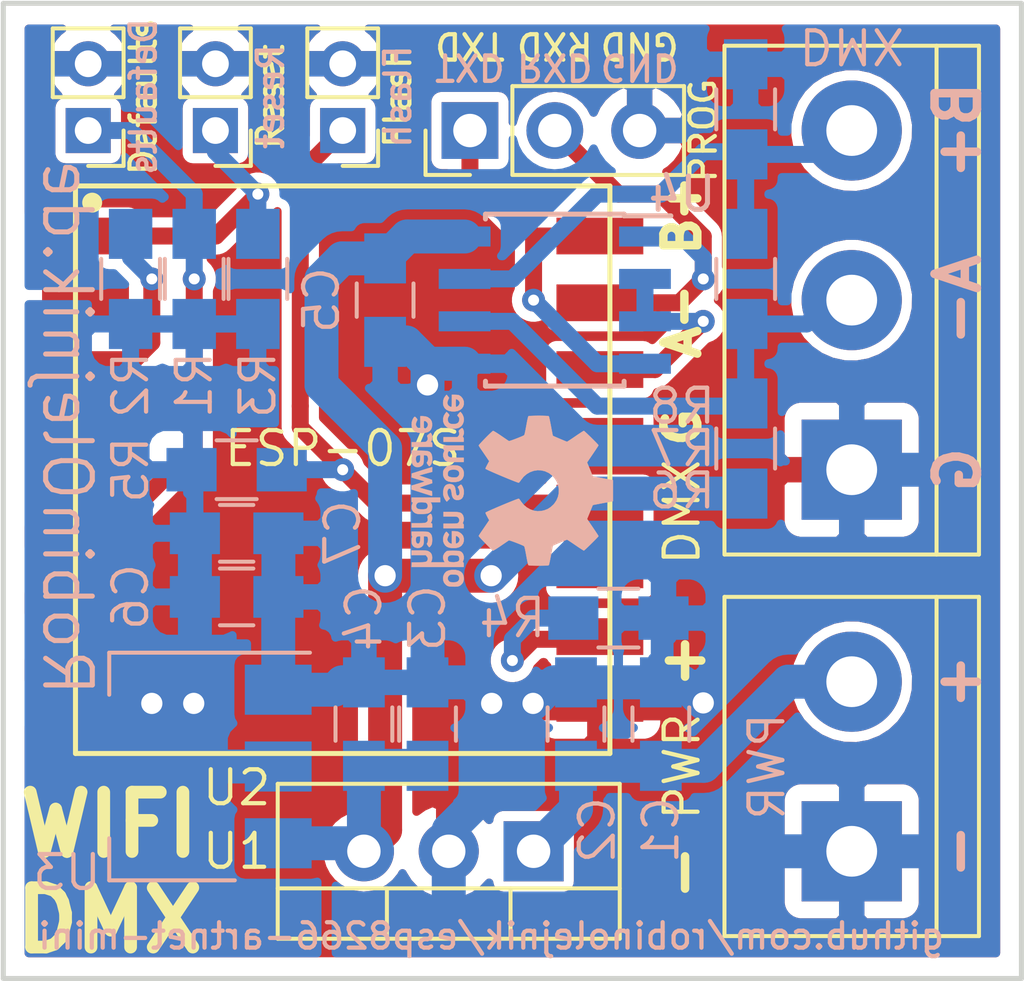
<source format=kicad_pcb>
(kicad_pcb (version 4) (host pcbnew 4.0.7)

  (general
    (links 55)
    (no_connects 0)
    (area 122.2626 89.639623 157.2387 136.2824)
    (thickness 1.6)
    (drawings 35)
    (tracks 219)
    (zones 0)
    (modules 26)
    (nets 15)
  )

  (page A4)
  (layers
    (0 F.Cu signal hide)
    (31 B.Cu signal hide)
    (36 B.SilkS user)
    (37 F.SilkS user)
    (38 B.Mask user)
    (39 F.Mask user)
    (44 Edge.Cuts user)
    (45 Margin user)
    (46 B.CrtYd user hide)
    (47 F.CrtYd user hide)
  )

  (setup
    (last_trace_width 0.508)
    (user_trace_width 0.254)
    (user_trace_width 0.508)
    (user_trace_width 1.016)
    (user_trace_width 1.524)
    (user_trace_width 2.032)
    (user_trace_width 2.54)
    (trace_clearance 0.1524)
    (zone_clearance 0.3048)
    (zone_45_only no)
    (trace_min 0.1524)
    (segment_width 0.2)
    (edge_width 0.15)
    (via_size 0.6858)
    (via_drill 0.3302)
    (via_min_size 0.508)
    (via_min_drill 0.254)
    (uvia_size 0.6858)
    (uvia_drill 0.3302)
    (uvias_allowed no)
    (uvia_min_size 0)
    (uvia_min_drill 0)
    (pcb_text_width 0.3)
    (pcb_text_size 1.5 1.5)
    (mod_edge_width 0.15)
    (mod_text_size 1 1)
    (mod_text_width 0.15)
    (pad_size 2 3.8)
    (pad_drill 0)
    (pad_to_mask_clearance 0.0508)
    (aux_axis_origin 0 0)
    (grid_origin 154.305 116.84)
    (visible_elements 7FFFFFFF)
    (pcbplotparams
      (layerselection 0x030f0_80000001)
      (usegerberextensions false)
      (excludeedgelayer true)
      (linewidth 0.100000)
      (plotframeref false)
      (viasonmask false)
      (mode 1)
      (useauxorigin false)
      (hpglpennumber 1)
      (hpglpenspeed 20)
      (hpglpendiameter 15)
      (hpglpenoverlay 2)
      (psnegative false)
      (psa4output false)
      (plotreference true)
      (plotvalue true)
      (plotinvisibletext false)
      (padsonsilk false)
      (subtractmaskfromsilk false)
      (outputformat 1)
      (mirror false)
      (drillshape 0)
      (scaleselection 1)
      (outputdirectory gerber/))
  )

  (net 0 "")
  (net 1 "Net-(C1-Pad1)")
  (net 2 GND)
  (net 3 +5V)
  (net 4 +3V3)
  (net 5 "Net-(J2-Pad2)")
  (net 6 "Net-(J2-Pad3)")
  (net 7 "Net-(JP1-Pad1)")
  (net 8 "Net-(JP2-Pad1)")
  (net 9 "Net-(JP3-Pad1)")
  (net 10 "Net-(R2-Pad2)")
  (net 11 "Net-(R4-Pad1)")
  (net 12 "Net-(U2-Pad14)")
  (net 13 "Net-(J3-Pad1)")
  (net 14 "Net-(J3-Pad2)")

  (net_class Default "This is the default net class."
    (clearance 0.1524)
    (trace_width 0.508)
    (via_dia 0.6858)
    (via_drill 0.3302)
    (uvia_dia 0.6858)
    (uvia_drill 0.3302)
    (add_net "Net-(C1-Pad1)")
    (add_net "Net-(J2-Pad2)")
    (add_net "Net-(J2-Pad3)")
    (add_net "Net-(J3-Pad1)")
    (add_net "Net-(J3-Pad2)")
    (add_net "Net-(JP1-Pad1)")
    (add_net "Net-(JP2-Pad1)")
    (add_net "Net-(JP3-Pad1)")
    (add_net "Net-(R2-Pad2)")
    (add_net "Net-(R4-Pad1)")
    (add_net "Net-(U2-Pad14)")
  )

  (net_class Power ""
    (clearance 0.1524)
    (trace_width 1.016)
    (via_dia 0.889)
    (via_drill 0.635)
    (uvia_dia 0.6858)
    (uvia_drill 0.3302)
    (add_net +3V3)
    (add_net +5V)
    (add_net GND)
  )

  (module TO_SOT_Packages_THT:TO-220-3_Vertical (layer F.Cu) (tedit 5ADB5DEF) (tstamp 5ACCC11B)
    (at 140.335 121.92 180)
    (descr "TO-220-3, Vertical, RM 2.54mm")
    (tags "TO-220-3 Vertical RM 2.54mm")
    (path /5ACB26C4)
    (fp_text reference U1 (at 8.89 0 180) (layer F.SilkS)
      (effects (font (size 1.016 1.016) (thickness 0.127)))
    )
    (fp_text value uA7805 (at 2.54 -5.08 180) (layer F.Fab) hide
      (effects (font (size 1 1) (thickness 0.15)))
    )
    (fp_text user %R (at 2.54 -3.62 180) (layer F.Fab)
      (effects (font (size 1 1) (thickness 0.15)))
    )
    (fp_line (start -2.46 -2.5) (end -2.46 1.9) (layer F.Fab) (width 0.1))
    (fp_line (start -2.46 1.9) (end 7.54 1.9) (layer F.Fab) (width 0.1))
    (fp_line (start 7.54 1.9) (end 7.54 -2.5) (layer F.Fab) (width 0.1))
    (fp_line (start 7.54 -2.5) (end -2.46 -2.5) (layer F.Fab) (width 0.1))
    (fp_line (start -2.46 -1.23) (end 7.54 -1.23) (layer F.Fab) (width 0.1))
    (fp_line (start 0.69 -2.5) (end 0.69 -1.23) (layer F.Fab) (width 0.1))
    (fp_line (start 4.39 -2.5) (end 4.39 -1.23) (layer F.Fab) (width 0.1))
    (fp_line (start -2.58 -2.62) (end 7.66 -2.62) (layer F.SilkS) (width 0.12))
    (fp_line (start -2.58 2.021) (end 7.66 2.021) (layer F.SilkS) (width 0.12))
    (fp_line (start -2.58 -2.62) (end -2.58 2.021) (layer F.SilkS) (width 0.12))
    (fp_line (start 7.66 -2.62) (end 7.66 2.021) (layer F.SilkS) (width 0.12))
    (fp_line (start -2.58 -1.11) (end 7.66 -1.11) (layer F.SilkS) (width 0.12))
    (fp_line (start 0.69 -2.62) (end 0.69 -1.11) (layer F.SilkS) (width 0.12))
    (fp_line (start 4.391 -2.62) (end 4.391 -1.11) (layer F.SilkS) (width 0.12))
    (fp_line (start -2.71 -2.75) (end -2.71 2.16) (layer F.CrtYd) (width 0.05))
    (fp_line (start -2.71 2.16) (end 7.79 2.16) (layer F.CrtYd) (width 0.05))
    (fp_line (start 7.79 2.16) (end 7.79 -2.75) (layer F.CrtYd) (width 0.05))
    (fp_line (start 7.79 -2.75) (end -2.71 -2.75) (layer F.CrtYd) (width 0.05))
    (pad 1 thru_hole rect (at 0 0 180) (size 1.8 1.8) (drill 1) (layers *.Cu *.Mask)
      (net 1 "Net-(C1-Pad1)"))
    (pad 2 thru_hole oval (at 2.54 0 180) (size 1.8 1.8) (drill 1) (layers *.Cu *.Mask)
      (net 2 GND))
    (pad 3 thru_hole oval (at 5.08 0 180) (size 1.8 1.8) (drill 1) (layers *.Cu *.Mask)
      (net 3 +5V))
    (model ${KISYS3DMOD}/TO_SOT_Packages_THT.3dshapes/TO-220-3_Vertical.wrl
      (at (xyz 0.1 0 0))
      (scale (xyz 0.393701 0.393701 0.393701))
      (rotate (xyz 0 0 0))
    )
  )

  (module Connectors_Terminal_Blocks:TerminalBlock_bornier-3_P5.08mm (layer F.Cu) (tedit 5AD0A6AF) (tstamp 5ACCC0DD)
    (at 149.86 110.49 90)
    (descr "simple 3-pin terminal block, pitch 5.08mm, revamped version of bornier3")
    (tags "terminal block bornier3")
    (path /5ACB370B)
    (fp_text reference J2 (at 0 6.35 90) (layer F.SilkS) hide
      (effects (font (size 1.016 1.016) (thickness 0.127)))
    )
    (fp_text value DMX (at -1.27 -5.08 90) (layer F.SilkS)
      (effects (font (size 1.016 1.016) (thickness 0.127)))
    )
    (fp_text user %R (at 5.08 0 90) (layer F.Fab)
      (effects (font (size 1 1) (thickness 0.15)))
    )
    (fp_line (start -2.47 2.55) (end 12.63 2.55) (layer F.Fab) (width 0.1))
    (fp_line (start -2.47 -3.75) (end 12.63 -3.75) (layer F.Fab) (width 0.1))
    (fp_line (start 12.63 -3.75) (end 12.63 3.75) (layer F.Fab) (width 0.1))
    (fp_line (start 12.63 3.75) (end -2.47 3.75) (layer F.Fab) (width 0.1))
    (fp_line (start -2.47 3.75) (end -2.47 -3.75) (layer F.Fab) (width 0.1))
    (fp_line (start -2.54 3.81) (end -2.54 -3.81) (layer F.SilkS) (width 0.12))
    (fp_line (start 12.7 3.81) (end 12.7 -3.81) (layer F.SilkS) (width 0.12))
    (fp_line (start -2.54 2.54) (end 12.7 2.54) (layer F.SilkS) (width 0.12))
    (fp_line (start -2.54 -3.81) (end 12.7 -3.81) (layer F.SilkS) (width 0.12))
    (fp_line (start -2.54 3.81) (end 12.7 3.81) (layer F.SilkS) (width 0.12))
    (fp_line (start -2.72 -4) (end 12.88 -4) (layer F.CrtYd) (width 0.05))
    (fp_line (start -2.72 -4) (end -2.72 4) (layer F.CrtYd) (width 0.05))
    (fp_line (start 12.88 4) (end 12.88 -4) (layer F.CrtYd) (width 0.05))
    (fp_line (start 12.88 4) (end -2.72 4) (layer F.CrtYd) (width 0.05))
    (pad 1 thru_hole rect (at 0 0 90) (size 3 3) (drill 1.52) (layers *.Cu *.Mask)
      (net 2 GND))
    (pad 2 thru_hole circle (at 5.08 0 90) (size 3 3) (drill 1.52) (layers *.Cu *.Mask)
      (net 5 "Net-(J2-Pad2)"))
    (pad 3 thru_hole circle (at 10.16 0 90) (size 3 3) (drill 1.52) (layers *.Cu *.Mask)
      (net 6 "Net-(J2-Pad3)"))
    (model ${KISYS3DMOD}/Terminal_Blocks.3dshapes/TerminalBlock_bornier-3_P5.08mm.wrl
      (at (xyz 0.2 0 0))
      (scale (xyz 1 1 1))
      (rotate (xyz 0 0 0))
    )
  )

  (module Resistors_SMD:R_0805_HandSoldering (layer B.Cu) (tedit 5AD09712) (tstamp 5ACDEA9A)
    (at 146.685 104.775 270)
    (descr "Resistor SMD 0805, hand soldering")
    (tags "resistor 0805")
    (path /5ACDEA78)
    (attr smd)
    (fp_text reference R7 (at 5.08 1.905 360) (layer B.SilkS)
      (effects (font (size 1.016 1.016) (thickness 0.127)) (justify mirror))
    )
    (fp_text value 130 (at 0 -1.75 270) (layer B.Fab)
      (effects (font (size 1 1) (thickness 0.15)) (justify mirror))
    )
    (fp_text user %R (at 0 0 270) (layer B.Fab)
      (effects (font (size 0.5 0.5) (thickness 0.075)) (justify mirror))
    )
    (fp_line (start -1 -0.62) (end -1 0.62) (layer B.Fab) (width 0.1))
    (fp_line (start 1 -0.62) (end -1 -0.62) (layer B.Fab) (width 0.1))
    (fp_line (start 1 0.62) (end 1 -0.62) (layer B.Fab) (width 0.1))
    (fp_line (start -1 0.62) (end 1 0.62) (layer B.Fab) (width 0.1))
    (fp_line (start 0.6 -0.88) (end -0.6 -0.88) (layer B.SilkS) (width 0.12))
    (fp_line (start -0.6 0.88) (end 0.6 0.88) (layer B.SilkS) (width 0.12))
    (fp_line (start -2.35 0.9) (end 2.35 0.9) (layer B.CrtYd) (width 0.05))
    (fp_line (start -2.35 0.9) (end -2.35 -0.9) (layer B.CrtYd) (width 0.05))
    (fp_line (start 2.35 -0.9) (end 2.35 0.9) (layer B.CrtYd) (width 0.05))
    (fp_line (start 2.35 -0.9) (end -2.35 -0.9) (layer B.CrtYd) (width 0.05))
    (pad 1 smd rect (at -1.35 0 270) (size 1.5 1.3) (layers B.Cu B.Mask)
      (net 6 "Net-(J2-Pad3)"))
    (pad 2 smd rect (at 1.35 0 270) (size 1.5 1.3) (layers B.Cu B.Mask)
      (net 5 "Net-(J2-Pad2)"))
    (model ${KISYS3DMOD}/Resistors_SMD.3dshapes/R_0805.wrl
      (at (xyz 0 0 0))
      (scale (xyz 1 1 1))
      (rotate (xyz 0 0 0))
    )
  )

  (module Pin_Headers:Pin_Header_Straight_1x02_Pitch2.00mm (layer F.Cu) (tedit 5AD09AE2) (tstamp 5ACDE66B)
    (at 127 100.33 180)
    (descr "Through hole straight pin header, 1x02, 2.00mm pitch, single row")
    (tags "Through hole pin header THT 1x02 2.00mm single row")
    (path /5ACB4263)
    (fp_text reference JP1 (at 0 5.08 180) (layer F.SilkS) hide
      (effects (font (size 1.016 1.016) (thickness 0.127)))
    )
    (fp_text value DEFAULTS (at 0 8.255 450) (layer F.SilkS) hide
      (effects (font (size 0.762 0.635) (thickness 0.1016)))
    )
    (fp_line (start -0.5 -1) (end 1 -1) (layer F.Fab) (width 0.1))
    (fp_line (start 1 -1) (end 1 3) (layer F.Fab) (width 0.1))
    (fp_line (start 1 3) (end -1 3) (layer F.Fab) (width 0.1))
    (fp_line (start -1 3) (end -1 -0.5) (layer F.Fab) (width 0.1))
    (fp_line (start -1 -0.5) (end -0.5 -1) (layer F.Fab) (width 0.1))
    (fp_line (start -1.06 3.06) (end 1.06 3.06) (layer F.SilkS) (width 0.12))
    (fp_line (start -1.06 1) (end -1.06 3.06) (layer F.SilkS) (width 0.12))
    (fp_line (start 1.06 1) (end 1.06 3.06) (layer F.SilkS) (width 0.12))
    (fp_line (start -1.06 1) (end 1.06 1) (layer F.SilkS) (width 0.12))
    (fp_line (start -1.06 0) (end -1.06 -1.06) (layer F.SilkS) (width 0.12))
    (fp_line (start -1.06 -1.06) (end 0 -1.06) (layer F.SilkS) (width 0.12))
    (fp_line (start -1.5 -1.5) (end -1.5 3.5) (layer F.CrtYd) (width 0.05))
    (fp_line (start -1.5 3.5) (end 1.5 3.5) (layer F.CrtYd) (width 0.05))
    (fp_line (start 1.5 3.5) (end 1.5 -1.5) (layer F.CrtYd) (width 0.05))
    (fp_line (start 1.5 -1.5) (end -1.5 -1.5) (layer F.CrtYd) (width 0.05))
    (fp_text user %R (at 0 1 270) (layer F.Fab)
      (effects (font (size 1 1) (thickness 0.15)))
    )
    (pad 1 thru_hole rect (at 0 0 180) (size 1.35 1.35) (drill 0.8) (layers *.Cu *.Mask)
      (net 7 "Net-(JP1-Pad1)"))
    (pad 2 thru_hole oval (at 0 2 180) (size 1.35 1.35) (drill 0.8) (layers *.Cu *.Mask)
      (net 2 GND))
    (model ${KISYS3DMOD}/Pin_Headers.3dshapes/Pin_Header_Straight_1x02_Pitch2.00mm.wrl
      (at (xyz 0 0 0))
      (scale (xyz 1 1 1))
      (rotate (xyz 0 0 0))
    )
  )

  (module Capacitors_SMD:C_0805_HandSoldering (layer B.Cu) (tedit 5AD096B9) (tstamp 5ACCC0B2)
    (at 137.16 118.11 90)
    (descr "Capacitor SMD 0805, hand soldering")
    (tags "capacitor 0805")
    (path /5ACBA93C)
    (attr smd)
    (fp_text reference C3 (at 3.175 0 90) (layer B.SilkS)
      (effects (font (size 1.016 1.016) (thickness 0.127)) (justify mirror))
    )
    (fp_text value 10µ (at 0 -1.75 90) (layer B.Fab)
      (effects (font (size 1 1) (thickness 0.15)) (justify mirror))
    )
    (fp_text user %R (at 0 1.75 90) (layer B.Fab)
      (effects (font (size 1 1) (thickness 0.15)) (justify mirror))
    )
    (fp_line (start -1 -0.62) (end -1 0.62) (layer B.Fab) (width 0.1))
    (fp_line (start 1 -0.62) (end -1 -0.62) (layer B.Fab) (width 0.1))
    (fp_line (start 1 0.62) (end 1 -0.62) (layer B.Fab) (width 0.1))
    (fp_line (start -1 0.62) (end 1 0.62) (layer B.Fab) (width 0.1))
    (fp_line (start 0.5 0.85) (end -0.5 0.85) (layer B.SilkS) (width 0.12))
    (fp_line (start -0.5 -0.85) (end 0.5 -0.85) (layer B.SilkS) (width 0.12))
    (fp_line (start -2.25 0.88) (end 2.25 0.88) (layer B.CrtYd) (width 0.05))
    (fp_line (start -2.25 0.88) (end -2.25 -0.87) (layer B.CrtYd) (width 0.05))
    (fp_line (start 2.25 -0.87) (end 2.25 0.88) (layer B.CrtYd) (width 0.05))
    (fp_line (start 2.25 -0.87) (end -2.25 -0.87) (layer B.CrtYd) (width 0.05))
    (pad 1 smd rect (at -1.25 0 90) (size 1.5 1.25) (layers B.Cu B.Mask)
      (net 3 +5V))
    (pad 2 smd rect (at 1.25 0 90) (size 1.5 1.25) (layers B.Cu B.Mask)
      (net 2 GND))
    (model Capacitors_SMD.3dshapes/C_0805.wrl
      (at (xyz 0 0 0))
      (scale (xyz 1 1 1))
      (rotate (xyz 0 0 0))
    )
  )

  (module Connectors_Terminal_Blocks:TerminalBlock_bornier-2_P5.08mm (layer F.Cu) (tedit 5AD09AC8) (tstamp 5ACCC0D6)
    (at 149.86 121.92 90)
    (descr "simple 2-pin terminal block, pitch 5.08mm, revamped version of bornier2")
    (tags "terminal block bornier2")
    (path /5ACB3832)
    (fp_text reference J1 (at 0 6.35 90) (layer F.SilkS) hide
      (effects (font (size 1.016 1.016) (thickness 0.127)))
    )
    (fp_text value PWR (at 2.54 -5.08 90) (layer F.SilkS)
      (effects (font (size 1.016 1.016) (thickness 0.127)))
    )
    (fp_text user %R (at 2.54 0 90) (layer F.Fab)
      (effects (font (size 1 1) (thickness 0.15)))
    )
    (fp_line (start -2.41 2.55) (end 7.49 2.55) (layer F.Fab) (width 0.1))
    (fp_line (start -2.46 -3.75) (end -2.46 3.75) (layer F.Fab) (width 0.1))
    (fp_line (start -2.46 3.75) (end 7.54 3.75) (layer F.Fab) (width 0.1))
    (fp_line (start 7.54 3.75) (end 7.54 -3.75) (layer F.Fab) (width 0.1))
    (fp_line (start 7.54 -3.75) (end -2.46 -3.75) (layer F.Fab) (width 0.1))
    (fp_line (start 7.62 2.54) (end -2.54 2.54) (layer F.SilkS) (width 0.12))
    (fp_line (start 7.62 3.81) (end 7.62 -3.81) (layer F.SilkS) (width 0.12))
    (fp_line (start 7.62 -3.81) (end -2.54 -3.81) (layer F.SilkS) (width 0.12))
    (fp_line (start -2.54 -3.81) (end -2.54 3.81) (layer F.SilkS) (width 0.12))
    (fp_line (start -2.54 3.81) (end 7.62 3.81) (layer F.SilkS) (width 0.12))
    (fp_line (start -2.71 -4) (end 7.79 -4) (layer F.CrtYd) (width 0.05))
    (fp_line (start -2.71 -4) (end -2.71 4) (layer F.CrtYd) (width 0.05))
    (fp_line (start 7.79 4) (end 7.79 -4) (layer F.CrtYd) (width 0.05))
    (fp_line (start 7.79 4) (end -2.71 4) (layer F.CrtYd) (width 0.05))
    (pad 1 thru_hole rect (at 0 0 90) (size 3 3) (drill 1.52) (layers *.Cu *.Mask)
      (net 2 GND))
    (pad 2 thru_hole circle (at 5.08 0 90) (size 3 3) (drill 1.52) (layers *.Cu *.Mask)
      (net 1 "Net-(C1-Pad1)"))
    (model ${KISYS3DMOD}/Terminal_Blocks.3dshapes/TerminalBlock_bornier-2_P5.08mm.wrl
      (at (xyz 0.1 0 0))
      (scale (xyz 1 1 1))
      (rotate (xyz 0 0 0))
    )
  )

  (module Capacitors_SMD:C_0805_HandSoldering (layer B.Cu) (tedit 5ADB5BB1) (tstamp 5ACCC0A6)
    (at 144.145 118.11 90)
    (descr "Capacitor SMD 0805, hand soldering")
    (tags "capacitor 0805")
    (path /5ACBA8D2)
    (attr smd)
    (fp_text reference C1 (at -3.175 0 90) (layer B.SilkS)
      (effects (font (size 1.016 1.016) (thickness 0.127)) (justify mirror))
    )
    (fp_text value 10µ (at 0 -1.75 90) (layer B.Fab)
      (effects (font (size 1 1) (thickness 0.15)) (justify mirror))
    )
    (fp_text user %R (at 0 1.75 90) (layer B.Fab)
      (effects (font (size 1 1) (thickness 0.15)) (justify mirror))
    )
    (fp_line (start -1 -0.62) (end -1 0.62) (layer B.Fab) (width 0.1))
    (fp_line (start 1 -0.62) (end -1 -0.62) (layer B.Fab) (width 0.1))
    (fp_line (start 1 0.62) (end 1 -0.62) (layer B.Fab) (width 0.1))
    (fp_line (start -1 0.62) (end 1 0.62) (layer B.Fab) (width 0.1))
    (fp_line (start 0.5 0.85) (end -0.5 0.85) (layer B.SilkS) (width 0.12))
    (fp_line (start -0.5 -0.85) (end 0.5 -0.85) (layer B.SilkS) (width 0.12))
    (fp_line (start -2.25 0.88) (end 2.25 0.88) (layer B.CrtYd) (width 0.05))
    (fp_line (start -2.25 0.88) (end -2.25 -0.87) (layer B.CrtYd) (width 0.05))
    (fp_line (start 2.25 -0.87) (end 2.25 0.88) (layer B.CrtYd) (width 0.05))
    (fp_line (start 2.25 -0.87) (end -2.25 -0.87) (layer B.CrtYd) (width 0.05))
    (pad 1 smd rect (at -1.25 0 90) (size 1.5 1.25) (layers B.Cu B.Mask)
      (net 1 "Net-(C1-Pad1)"))
    (pad 2 smd rect (at 1.25 0 90) (size 1.5 1.25) (layers B.Cu B.Mask)
      (net 2 GND))
    (model Capacitors_SMD.3dshapes/C_0805.wrl
      (at (xyz 0 0 0))
      (scale (xyz 1 1 1))
      (rotate (xyz 0 0 0))
    )
  )

  (module Capacitors_SMD:C_0805_HandSoldering (layer B.Cu) (tedit 5ADB5BB3) (tstamp 5ACCC0AC)
    (at 141.605 118.11 90)
    (descr "Capacitor SMD 0805, hand soldering")
    (tags "capacitor 0805")
    (path /5ACBAA39)
    (attr smd)
    (fp_text reference C2 (at -3.175 0.635 90) (layer B.SilkS)
      (effects (font (size 1.016 1.016) (thickness 0.127)) (justify mirror))
    )
    (fp_text value 100n (at 0 -1.75 90) (layer B.Fab)
      (effects (font (size 1 1) (thickness 0.15)) (justify mirror))
    )
    (fp_text user %R (at 0 1.75 90) (layer B.Fab)
      (effects (font (size 1 1) (thickness 0.15)) (justify mirror))
    )
    (fp_line (start -1 -0.62) (end -1 0.62) (layer B.Fab) (width 0.1))
    (fp_line (start 1 -0.62) (end -1 -0.62) (layer B.Fab) (width 0.1))
    (fp_line (start 1 0.62) (end 1 -0.62) (layer B.Fab) (width 0.1))
    (fp_line (start -1 0.62) (end 1 0.62) (layer B.Fab) (width 0.1))
    (fp_line (start 0.5 0.85) (end -0.5 0.85) (layer B.SilkS) (width 0.12))
    (fp_line (start -0.5 -0.85) (end 0.5 -0.85) (layer B.SilkS) (width 0.12))
    (fp_line (start -2.25 0.88) (end 2.25 0.88) (layer B.CrtYd) (width 0.05))
    (fp_line (start -2.25 0.88) (end -2.25 -0.87) (layer B.CrtYd) (width 0.05))
    (fp_line (start 2.25 -0.87) (end 2.25 0.88) (layer B.CrtYd) (width 0.05))
    (fp_line (start 2.25 -0.87) (end -2.25 -0.87) (layer B.CrtYd) (width 0.05))
    (pad 1 smd rect (at -1.25 0 90) (size 1.5 1.25) (layers B.Cu B.Mask)
      (net 1 "Net-(C1-Pad1)"))
    (pad 2 smd rect (at 1.25 0 90) (size 1.5 1.25) (layers B.Cu B.Mask)
      (net 2 GND))
    (model Capacitors_SMD.3dshapes/C_0805.wrl
      (at (xyz 0 0 0))
      (scale (xyz 1 1 1))
      (rotate (xyz 0 0 0))
    )
  )

  (module Capacitors_SMD:C_0805_HandSoldering (layer B.Cu) (tedit 5AD096A4) (tstamp 5ACCC0B8)
    (at 135.255 118.11 90)
    (descr "Capacitor SMD 0805, hand soldering")
    (tags "capacitor 0805")
    (path /5ACBAAA6)
    (attr smd)
    (fp_text reference C4 (at 3.175 0 90) (layer B.SilkS)
      (effects (font (size 1.016 1.016) (thickness 0.127)) (justify mirror))
    )
    (fp_text value 100n (at 0 -1.75 90) (layer B.Fab)
      (effects (font (size 1 1) (thickness 0.15)) (justify mirror))
    )
    (fp_text user %R (at 0 1.75 90) (layer B.Fab)
      (effects (font (size 1 1) (thickness 0.15)) (justify mirror))
    )
    (fp_line (start -1 -0.62) (end -1 0.62) (layer B.Fab) (width 0.1))
    (fp_line (start 1 -0.62) (end -1 -0.62) (layer B.Fab) (width 0.1))
    (fp_line (start 1 0.62) (end 1 -0.62) (layer B.Fab) (width 0.1))
    (fp_line (start -1 0.62) (end 1 0.62) (layer B.Fab) (width 0.1))
    (fp_line (start 0.5 0.85) (end -0.5 0.85) (layer B.SilkS) (width 0.12))
    (fp_line (start -0.5 -0.85) (end 0.5 -0.85) (layer B.SilkS) (width 0.12))
    (fp_line (start -2.25 0.88) (end 2.25 0.88) (layer B.CrtYd) (width 0.05))
    (fp_line (start -2.25 0.88) (end -2.25 -0.87) (layer B.CrtYd) (width 0.05))
    (fp_line (start 2.25 -0.87) (end 2.25 0.88) (layer B.CrtYd) (width 0.05))
    (fp_line (start 2.25 -0.87) (end -2.25 -0.87) (layer B.CrtYd) (width 0.05))
    (pad 1 smd rect (at -1.25 0 90) (size 1.5 1.25) (layers B.Cu B.Mask)
      (net 3 +5V))
    (pad 2 smd rect (at 1.25 0 90) (size 1.5 1.25) (layers B.Cu B.Mask)
      (net 2 GND))
    (model Capacitors_SMD.3dshapes/C_0805.wrl
      (at (xyz 0 0 0))
      (scale (xyz 1 1 1))
      (rotate (xyz 0 0 0))
    )
  )

  (module Capacitors_SMD:C_0805_HandSoldering (layer B.Cu) (tedit 5AD09679) (tstamp 5ACCC0BE)
    (at 135.89 105.41 270)
    (descr "Capacitor SMD 0805, hand soldering")
    (tags "capacitor 0805")
    (path /5ACBAB1C)
    (attr smd)
    (fp_text reference C5 (at 0 1.905 270) (layer B.SilkS)
      (effects (font (size 1.016 1.016) (thickness 0.127)) (justify mirror))
    )
    (fp_text value 100n (at 0 -1.75 270) (layer B.Fab)
      (effects (font (size 1 1) (thickness 0.15)) (justify mirror))
    )
    (fp_text user %R (at 0 1.75 270) (layer B.Fab)
      (effects (font (size 1 1) (thickness 0.15)) (justify mirror))
    )
    (fp_line (start -1 -0.62) (end -1 0.62) (layer B.Fab) (width 0.1))
    (fp_line (start 1 -0.62) (end -1 -0.62) (layer B.Fab) (width 0.1))
    (fp_line (start 1 0.62) (end 1 -0.62) (layer B.Fab) (width 0.1))
    (fp_line (start -1 0.62) (end 1 0.62) (layer B.Fab) (width 0.1))
    (fp_line (start 0.5 0.85) (end -0.5 0.85) (layer B.SilkS) (width 0.12))
    (fp_line (start -0.5 -0.85) (end 0.5 -0.85) (layer B.SilkS) (width 0.12))
    (fp_line (start -2.25 0.88) (end 2.25 0.88) (layer B.CrtYd) (width 0.05))
    (fp_line (start -2.25 0.88) (end -2.25 -0.87) (layer B.CrtYd) (width 0.05))
    (fp_line (start 2.25 -0.87) (end 2.25 0.88) (layer B.CrtYd) (width 0.05))
    (fp_line (start 2.25 -0.87) (end -2.25 -0.87) (layer B.CrtYd) (width 0.05))
    (pad 1 smd rect (at -1.25 0 270) (size 1.5 1.25) (layers B.Cu B.Mask)
      (net 3 +5V))
    (pad 2 smd rect (at 1.25 0 270) (size 1.5 1.25) (layers B.Cu B.Mask)
      (net 2 GND))
    (model Capacitors_SMD.3dshapes/C_0805.wrl
      (at (xyz 0 0 0))
      (scale (xyz 1 1 1))
      (rotate (xyz 0 0 0))
    )
  )

  (module Capacitors_SMD:C_0805_HandSoldering (layer B.Cu) (tedit 5AD0969B) (tstamp 5ACCC0C4)
    (at 131.445 114.3)
    (descr "Capacitor SMD 0805, hand soldering")
    (tags "capacitor 0805")
    (path /5ACBA9AD)
    (attr smd)
    (fp_text reference C6 (at -3.175 0 90) (layer B.SilkS)
      (effects (font (size 1.016 1.016) (thickness 0.127)) (justify mirror))
    )
    (fp_text value 10µ (at 0 -1.75) (layer B.Fab)
      (effects (font (size 1 1) (thickness 0.15)) (justify mirror))
    )
    (fp_text user %R (at 0 1.75) (layer B.Fab)
      (effects (font (size 1 1) (thickness 0.15)) (justify mirror))
    )
    (fp_line (start -1 -0.62) (end -1 0.62) (layer B.Fab) (width 0.1))
    (fp_line (start 1 -0.62) (end -1 -0.62) (layer B.Fab) (width 0.1))
    (fp_line (start 1 0.62) (end 1 -0.62) (layer B.Fab) (width 0.1))
    (fp_line (start -1 0.62) (end 1 0.62) (layer B.Fab) (width 0.1))
    (fp_line (start 0.5 0.85) (end -0.5 0.85) (layer B.SilkS) (width 0.12))
    (fp_line (start -0.5 -0.85) (end 0.5 -0.85) (layer B.SilkS) (width 0.12))
    (fp_line (start -2.25 0.88) (end 2.25 0.88) (layer B.CrtYd) (width 0.05))
    (fp_line (start -2.25 0.88) (end -2.25 -0.87) (layer B.CrtYd) (width 0.05))
    (fp_line (start 2.25 -0.87) (end 2.25 0.88) (layer B.CrtYd) (width 0.05))
    (fp_line (start 2.25 -0.87) (end -2.25 -0.87) (layer B.CrtYd) (width 0.05))
    (pad 1 smd rect (at -1.25 0) (size 1.5 1.25) (layers B.Cu B.Mask)
      (net 4 +3V3))
    (pad 2 smd rect (at 1.25 0) (size 1.5 1.25) (layers B.Cu B.Mask)
      (net 2 GND))
    (model Capacitors_SMD.3dshapes/C_0805.wrl
      (at (xyz 0 0 0))
      (scale (xyz 1 1 1))
      (rotate (xyz 0 0 0))
    )
  )

  (module Capacitors_SMD:C_0805_HandSoldering (layer B.Cu) (tedit 5AD0A42E) (tstamp 5ACCC0CA)
    (at 131.445 112.395)
    (descr "Capacitor SMD 0805, hand soldering")
    (tags "capacitor 0805")
    (path /5ACBAC50)
    (attr smd)
    (fp_text reference C7 (at 3.175 0 90) (layer B.SilkS)
      (effects (font (size 1.016 1.016) (thickness 0.127)) (justify mirror))
    )
    (fp_text value 100n (at 0 -1.75) (layer B.Fab)
      (effects (font (size 1 1) (thickness 0.15)) (justify mirror))
    )
    (fp_text user %R (at 0 1.75) (layer B.Fab)
      (effects (font (size 1 1) (thickness 0.15)) (justify mirror))
    )
    (fp_line (start -1 -0.62) (end -1 0.62) (layer B.Fab) (width 0.1))
    (fp_line (start 1 -0.62) (end -1 -0.62) (layer B.Fab) (width 0.1))
    (fp_line (start 1 0.62) (end 1 -0.62) (layer B.Fab) (width 0.1))
    (fp_line (start -1 0.62) (end 1 0.62) (layer B.Fab) (width 0.1))
    (fp_line (start 0.5 0.85) (end -0.5 0.85) (layer B.SilkS) (width 0.12))
    (fp_line (start -0.5 -0.85) (end 0.5 -0.85) (layer B.SilkS) (width 0.12))
    (fp_line (start -2.25 0.88) (end 2.25 0.88) (layer B.CrtYd) (width 0.05))
    (fp_line (start -2.25 0.88) (end -2.25 -0.87) (layer B.CrtYd) (width 0.05))
    (fp_line (start 2.25 -0.87) (end 2.25 0.88) (layer B.CrtYd) (width 0.05))
    (fp_line (start 2.25 -0.87) (end -2.25 -0.87) (layer B.CrtYd) (width 0.05))
    (pad 1 smd rect (at -1.25 0) (size 1.5 1.25) (layers B.Cu B.Mask)
      (net 4 +3V3))
    (pad 2 smd rect (at 1.25 0) (size 1.5 1.25) (layers B.Cu B.Mask)
      (net 2 GND))
    (model Capacitors_SMD.3dshapes/C_0805.wrl
      (at (xyz 0 0 0))
      (scale (xyz 1 1 1))
      (rotate (xyz 0 0 0))
    )
  )

  (module Pin_Headers:Pin_Header_Straight_1x03_Pitch2.54mm (layer F.Cu) (tedit 5AD0A77F) (tstamp 5ACCC0E4)
    (at 138.43 100.33 90)
    (descr "Through hole straight pin header, 1x03, 2.54mm pitch, single row")
    (tags "Through hole pin header THT 1x03 2.54mm single row")
    (path /5ACB9F2D)
    (fp_text reference J3 (at 5.08 2.54 180) (layer F.SilkS) hide
      (effects (font (size 1.016 1.016) (thickness 0.127)))
    )
    (fp_text value PROG (at 0 6.985 90) (layer F.SilkS)
      (effects (font (size 0.762 0.762) (thickness 0.127)))
    )
    (fp_line (start -0.635 -1.27) (end 1.27 -1.27) (layer F.Fab) (width 0.1))
    (fp_line (start 1.27 -1.27) (end 1.27 6.35) (layer F.Fab) (width 0.1))
    (fp_line (start 1.27 6.35) (end -1.27 6.35) (layer F.Fab) (width 0.1))
    (fp_line (start -1.27 6.35) (end -1.27 -0.635) (layer F.Fab) (width 0.1))
    (fp_line (start -1.27 -0.635) (end -0.635 -1.27) (layer F.Fab) (width 0.1))
    (fp_line (start -1.33 6.41) (end 1.33 6.41) (layer F.SilkS) (width 0.12))
    (fp_line (start -1.33 1.27) (end -1.33 6.41) (layer F.SilkS) (width 0.12))
    (fp_line (start 1.33 1.27) (end 1.33 6.41) (layer F.SilkS) (width 0.12))
    (fp_line (start -1.33 1.27) (end 1.33 1.27) (layer F.SilkS) (width 0.12))
    (fp_line (start -1.33 0) (end -1.33 -1.33) (layer F.SilkS) (width 0.12))
    (fp_line (start -1.33 -1.33) (end 0 -1.33) (layer F.SilkS) (width 0.12))
    (fp_line (start -1.8 -1.8) (end -1.8 6.85) (layer F.CrtYd) (width 0.05))
    (fp_line (start -1.8 6.85) (end 1.8 6.85) (layer F.CrtYd) (width 0.05))
    (fp_line (start 1.8 6.85) (end 1.8 -1.8) (layer F.CrtYd) (width 0.05))
    (fp_line (start 1.8 -1.8) (end -1.8 -1.8) (layer F.CrtYd) (width 0.05))
    (fp_text user %R (at 0 2.54 180) (layer F.Fab)
      (effects (font (size 1 1) (thickness 0.15)))
    )
    (pad 1 thru_hole rect (at 0 0 90) (size 1.7 1.7) (drill 1) (layers *.Cu *.Mask)
      (net 13 "Net-(J3-Pad1)"))
    (pad 2 thru_hole oval (at 0 2.54 90) (size 1.7 1.7) (drill 1) (layers *.Cu *.Mask)
      (net 14 "Net-(J3-Pad2)"))
    (pad 3 thru_hole oval (at 0 5.08 90) (size 1.7 1.7) (drill 1) (layers *.Cu *.Mask)
      (net 2 GND))
    (model ${KISYS3DMOD}/Pin_Headers.3dshapes/Pin_Header_Straight_1x03_Pitch2.54mm.wrl
      (at (xyz 0 0 0))
      (scale (xyz 1 1 1))
      (rotate (xyz 0 0 0))
    )
  )

  (module Resistors_SMD:R_0805_HandSoldering (layer B.Cu) (tedit 5AD0966E) (tstamp 5ACCC0FC)
    (at 130.175 104.775 90)
    (descr "Resistor SMD 0805, hand soldering")
    (tags "resistor 0805")
    (path /5ACB6DF6)
    (attr smd)
    (fp_text reference R1 (at -3.175 0 90) (layer B.SilkS)
      (effects (font (size 1.016 1.016) (thickness 0.127)) (justify mirror))
    )
    (fp_text value 10k (at 0 -1.75 90) (layer B.Fab)
      (effects (font (size 1 1) (thickness 0.15)) (justify mirror))
    )
    (fp_text user %R (at 0 0 90) (layer B.Fab)
      (effects (font (size 0.5 0.5) (thickness 0.075)) (justify mirror))
    )
    (fp_line (start -1 -0.62) (end -1 0.62) (layer B.Fab) (width 0.1))
    (fp_line (start 1 -0.62) (end -1 -0.62) (layer B.Fab) (width 0.1))
    (fp_line (start 1 0.62) (end 1 -0.62) (layer B.Fab) (width 0.1))
    (fp_line (start -1 0.62) (end 1 0.62) (layer B.Fab) (width 0.1))
    (fp_line (start 0.6 -0.88) (end -0.6 -0.88) (layer B.SilkS) (width 0.12))
    (fp_line (start -0.6 0.88) (end 0.6 0.88) (layer B.SilkS) (width 0.12))
    (fp_line (start -2.35 0.9) (end 2.35 0.9) (layer B.CrtYd) (width 0.05))
    (fp_line (start -2.35 0.9) (end -2.35 -0.9) (layer B.CrtYd) (width 0.05))
    (fp_line (start 2.35 -0.9) (end 2.35 0.9) (layer B.CrtYd) (width 0.05))
    (fp_line (start 2.35 -0.9) (end -2.35 -0.9) (layer B.CrtYd) (width 0.05))
    (pad 1 smd rect (at -1.35 0 90) (size 1.5 1.3) (layers B.Cu B.Mask)
      (net 4 +3V3))
    (pad 2 smd rect (at 1.35 0 90) (size 1.5 1.3) (layers B.Cu B.Mask)
      (net 7 "Net-(JP1-Pad1)"))
    (model ${KISYS3DMOD}/Resistors_SMD.3dshapes/R_0805.wrl
      (at (xyz 0 0 0))
      (scale (xyz 1 1 1))
      (rotate (xyz 0 0 0))
    )
  )

  (module Resistors_SMD:R_0805_HandSoldering (layer B.Cu) (tedit 5AD09653) (tstamp 5ACCC102)
    (at 128.27 104.775 90)
    (descr "Resistor SMD 0805, hand soldering")
    (tags "resistor 0805")
    (path /5ACB88F6)
    (attr smd)
    (fp_text reference R2 (at -3.175 0 90) (layer B.SilkS)
      (effects (font (size 1.016 1.016) (thickness 0.127)) (justify mirror))
    )
    (fp_text value 10k (at 0 -1.75 90) (layer B.Fab)
      (effects (font (size 1 1) (thickness 0.15)) (justify mirror))
    )
    (fp_text user %R (at 0 0 90) (layer B.Fab)
      (effects (font (size 0.5 0.5) (thickness 0.075)) (justify mirror))
    )
    (fp_line (start -1 -0.62) (end -1 0.62) (layer B.Fab) (width 0.1))
    (fp_line (start 1 -0.62) (end -1 -0.62) (layer B.Fab) (width 0.1))
    (fp_line (start 1 0.62) (end 1 -0.62) (layer B.Fab) (width 0.1))
    (fp_line (start -1 0.62) (end 1 0.62) (layer B.Fab) (width 0.1))
    (fp_line (start 0.6 -0.88) (end -0.6 -0.88) (layer B.SilkS) (width 0.12))
    (fp_line (start -0.6 0.88) (end 0.6 0.88) (layer B.SilkS) (width 0.12))
    (fp_line (start -2.35 0.9) (end 2.35 0.9) (layer B.CrtYd) (width 0.05))
    (fp_line (start -2.35 0.9) (end -2.35 -0.9) (layer B.CrtYd) (width 0.05))
    (fp_line (start 2.35 -0.9) (end 2.35 0.9) (layer B.CrtYd) (width 0.05))
    (fp_line (start 2.35 -0.9) (end -2.35 -0.9) (layer B.CrtYd) (width 0.05))
    (pad 1 smd rect (at -1.35 0 90) (size 1.5 1.3) (layers B.Cu B.Mask)
      (net 4 +3V3))
    (pad 2 smd rect (at 1.35 0 90) (size 1.5 1.3) (layers B.Cu B.Mask)
      (net 10 "Net-(R2-Pad2)"))
    (model ${KISYS3DMOD}/Resistors_SMD.3dshapes/R_0805.wrl
      (at (xyz 0 0 0))
      (scale (xyz 1 1 1))
      (rotate (xyz 0 0 0))
    )
  )

  (module Resistors_SMD:R_0805_HandSoldering (layer B.Cu) (tedit 5AD09666) (tstamp 5ACCC108)
    (at 132.08 104.775 90)
    (descr "Resistor SMD 0805, hand soldering")
    (tags "resistor 0805")
    (path /5ACB3E3A)
    (attr smd)
    (fp_text reference R3 (at -3.175 0 90) (layer B.SilkS)
      (effects (font (size 1.016 1.016) (thickness 0.127)) (justify mirror))
    )
    (fp_text value 10k (at 0 -1.75 90) (layer B.Fab)
      (effects (font (size 1 1) (thickness 0.15)) (justify mirror))
    )
    (fp_text user %R (at 0 0 90) (layer B.Fab)
      (effects (font (size 0.5 0.5) (thickness 0.075)) (justify mirror))
    )
    (fp_line (start -1 -0.62) (end -1 0.62) (layer B.Fab) (width 0.1))
    (fp_line (start 1 -0.62) (end -1 -0.62) (layer B.Fab) (width 0.1))
    (fp_line (start 1 0.62) (end 1 -0.62) (layer B.Fab) (width 0.1))
    (fp_line (start -1 0.62) (end 1 0.62) (layer B.Fab) (width 0.1))
    (fp_line (start 0.6 -0.88) (end -0.6 -0.88) (layer B.SilkS) (width 0.12))
    (fp_line (start -0.6 0.88) (end 0.6 0.88) (layer B.SilkS) (width 0.12))
    (fp_line (start -2.35 0.9) (end 2.35 0.9) (layer B.CrtYd) (width 0.05))
    (fp_line (start -2.35 0.9) (end -2.35 -0.9) (layer B.CrtYd) (width 0.05))
    (fp_line (start 2.35 -0.9) (end 2.35 0.9) (layer B.CrtYd) (width 0.05))
    (fp_line (start 2.35 -0.9) (end -2.35 -0.9) (layer B.CrtYd) (width 0.05))
    (pad 1 smd rect (at -1.35 0 90) (size 1.5 1.3) (layers B.Cu B.Mask)
      (net 4 +3V3))
    (pad 2 smd rect (at 1.35 0 90) (size 1.5 1.3) (layers B.Cu B.Mask)
      (net 8 "Net-(JP2-Pad1)"))
    (model ${KISYS3DMOD}/Resistors_SMD.3dshapes/R_0805.wrl
      (at (xyz 0 0 0))
      (scale (xyz 1 1 1))
      (rotate (xyz 0 0 0))
    )
  )

  (module Resistors_SMD:R_0805_HandSoldering (layer B.Cu) (tedit 5AD096BF) (tstamp 5ACCC10E)
    (at 142.875 114.935)
    (descr "Resistor SMD 0805, hand soldering")
    (tags "resistor 0805")
    (path /5ACB8B87)
    (attr smd)
    (fp_text reference R4 (at -3.175 0) (layer B.SilkS)
      (effects (font (size 1.1176 1.016) (thickness 0.127)) (justify mirror))
    )
    (fp_text value 10k (at 0 -1.75) (layer B.Fab)
      (effects (font (size 1 1) (thickness 0.15)) (justify mirror))
    )
    (fp_text user %R (at 0 0) (layer B.Fab)
      (effects (font (size 0.5 0.5) (thickness 0.075)) (justify mirror))
    )
    (fp_line (start -1 -0.62) (end -1 0.62) (layer B.Fab) (width 0.1))
    (fp_line (start 1 -0.62) (end -1 -0.62) (layer B.Fab) (width 0.1))
    (fp_line (start 1 0.62) (end 1 -0.62) (layer B.Fab) (width 0.1))
    (fp_line (start -1 0.62) (end 1 0.62) (layer B.Fab) (width 0.1))
    (fp_line (start 0.6 -0.88) (end -0.6 -0.88) (layer B.SilkS) (width 0.12))
    (fp_line (start -0.6 0.88) (end 0.6 0.88) (layer B.SilkS) (width 0.12))
    (fp_line (start -2.35 0.9) (end 2.35 0.9) (layer B.CrtYd) (width 0.05))
    (fp_line (start -2.35 0.9) (end -2.35 -0.9) (layer B.CrtYd) (width 0.05))
    (fp_line (start 2.35 -0.9) (end 2.35 0.9) (layer B.CrtYd) (width 0.05))
    (fp_line (start 2.35 -0.9) (end -2.35 -0.9) (layer B.CrtYd) (width 0.05))
    (pad 1 smd rect (at -1.35 0) (size 1.5 1.3) (layers B.Cu B.Mask)
      (net 11 "Net-(R4-Pad1)"))
    (pad 2 smd rect (at 1.35 0) (size 1.5 1.3) (layers B.Cu B.Mask)
      (net 2 GND))
    (model ${KISYS3DMOD}/Resistors_SMD.3dshapes/R_0805.wrl
      (at (xyz 0 0 0))
      (scale (xyz 1 1 1))
      (rotate (xyz 0 0 0))
    )
  )

  (module Resistors_SMD:R_0805_HandSoldering (layer B.Cu) (tedit 5AD0A414) (tstamp 5ACCC114)
    (at 131.445 110.49)
    (descr "Resistor SMD 0805, hand soldering")
    (tags "resistor 0805")
    (path /5ACB743C)
    (attr smd)
    (fp_text reference R5 (at -3.175 0 90) (layer B.SilkS)
      (effects (font (size 1.016 1.016) (thickness 0.127)) (justify mirror))
    )
    (fp_text value 10k (at 0 -1.75) (layer B.Fab)
      (effects (font (size 1 1) (thickness 0.15)) (justify mirror))
    )
    (fp_text user %R (at 0 0) (layer B.Fab)
      (effects (font (size 0.5 0.5) (thickness 0.075)) (justify mirror))
    )
    (fp_line (start -1 -0.62) (end -1 0.62) (layer B.Fab) (width 0.1))
    (fp_line (start 1 -0.62) (end -1 -0.62) (layer B.Fab) (width 0.1))
    (fp_line (start 1 0.62) (end 1 -0.62) (layer B.Fab) (width 0.1))
    (fp_line (start -1 0.62) (end 1 0.62) (layer B.Fab) (width 0.1))
    (fp_line (start 0.6 -0.88) (end -0.6 -0.88) (layer B.SilkS) (width 0.12))
    (fp_line (start -0.6 0.88) (end 0.6 0.88) (layer B.SilkS) (width 0.12))
    (fp_line (start -2.35 0.9) (end 2.35 0.9) (layer B.CrtYd) (width 0.05))
    (fp_line (start -2.35 0.9) (end -2.35 -0.9) (layer B.CrtYd) (width 0.05))
    (fp_line (start 2.35 -0.9) (end 2.35 0.9) (layer B.CrtYd) (width 0.05))
    (fp_line (start 2.35 -0.9) (end -2.35 -0.9) (layer B.CrtYd) (width 0.05))
    (pad 1 smd rect (at -1.35 0) (size 1.5 1.3) (layers B.Cu B.Mask)
      (net 4 +3V3))
    (pad 2 smd rect (at 1.35 0) (size 1.5 1.3) (layers B.Cu B.Mask)
      (net 9 "Net-(JP3-Pad1)"))
    (model ${KISYS3DMOD}/Resistors_SMD.3dshapes/R_0805.wrl
      (at (xyz 0 0 0))
      (scale (xyz 1 1 1))
      (rotate (xyz 0 0 0))
    )
  )

  (module ESP8266:ESP-07S (layer F.Cu) (tedit 5ADB5CEC) (tstamp 5ACCC12F)
    (at 134.62 110.49)
    (descr "Module, ESP-8266, ESP-07S, 14 pad, SMD")
    (tags "Module ESP-8266 ESP8266")
    (path /5ACB07EE)
    (attr smd)
    (fp_text reference U2 (at -3.175 9.525) (layer F.SilkS)
      (effects (font (size 1.016 1.016) (thickness 0.127)))
    )
    (fp_text value ESP-07S (at 0 -0.635) (layer F.SilkS)
      (effects (font (size 1.016 1.016) (thickness 0.127)))
    )
    (fp_circle (center -7.6 -8) (end -7.5 -8) (layer F.SilkS) (width 0.15))
    (fp_circle (center -7.5 -8) (end -7.3 -8.1) (layer F.SilkS) (width 0.15))
    (fp_circle (center -7.5 -8) (end -7.4 -8) (layer F.SilkS) (width 0.15))
    (fp_line (start 8 -8.5) (end 8 8.5) (layer F.SilkS) (width 0.15))
    (fp_line (start 8 8.5) (end -8 8.5) (layer F.SilkS) (width 0.15))
    (fp_line (start -8 8.5) (end -8 -8.5) (layer F.SilkS) (width 0.15))
    (fp_line (start -8 -8.5) (end 8 -8.5) (layer F.SilkS) (width 0.15))
    (pad 1 smd rect (at -7.7 -7) (size 2.6 1.1) (layers F.Cu F.Mask)
      (net 8 "Net-(JP2-Pad1)"))
    (pad 2 smd rect (at -7.7 -5) (size 2.6 1.1) (layers F.Cu F.Mask))
    (pad 3 smd rect (at -7.7 -3) (size 2.6 1.1) (layers F.Cu F.Mask)
      (net 10 "Net-(R2-Pad2)"))
    (pad 4 smd rect (at -7.7 -1) (size 2.6 1.1) (layers F.Cu F.Mask))
    (pad 5 smd rect (at -7.7 1) (size 2.6 1.1) (layers F.Cu F.Mask)
      (net 7 "Net-(JP1-Pad1)"))
    (pad 6 smd rect (at -7.7 3) (size 2.6 1.1) (layers F.Cu F.Mask))
    (pad 7 smd rect (at -7.7 5) (size 2.6 1.1) (layers F.Cu F.Mask))
    (pad 8 smd rect (at -7.7 7) (size 2.6 1.1) (layers F.Cu F.Mask)
      (net 4 +3V3))
    (pad 9 smd rect (at 7.7 7) (size 2.6 1.1) (layers F.Cu F.Mask)
      (net 2 GND))
    (pad 10 smd rect (at 7.7 5) (size 2.6 1.1) (layers F.Cu F.Mask)
      (net 11 "Net-(R4-Pad1)"))
    (pad 11 smd rect (at 7.7 3) (size 2.6 1.1) (layers F.Cu F.Mask))
    (pad 12 smd rect (at 7.7 1) (size 2.6 1.1) (layers F.Cu F.Mask)
      (net 9 "Net-(JP3-Pad1)"))
    (pad 13 smd rect (at 7.7 -1) (size 2.6 1.1) (layers F.Cu F.Mask))
    (pad 14 smd rect (at 7.7 -3) (size 2.6 1.1) (layers F.Cu F.Mask)
      (net 12 "Net-(U2-Pad14)"))
    (pad 15 smd rect (at 7.7 -5) (size 2.6 1.1) (layers F.Cu F.Mask)
      (net 14 "Net-(J3-Pad2)"))
    (pad 16 smd rect (at 7.7 -7) (size 2.6 1.1) (layers F.Cu F.Mask)
      (net 13 "Net-(J3-Pad1)"))
  )

  (module TO_SOT_Packages_SMD:SOT-223-3_TabPin2 (layer B.Cu) (tedit 5ADB5D09) (tstamp 5ACCC137)
    (at 129.54 119.38 180)
    (descr "module CMS SOT223 4 pins")
    (tags "CMS SOT")
    (path /5ACB09E1)
    (attr smd)
    (fp_text reference U3 (at 3.175 -3.175 180) (layer B.SilkS)
      (effects (font (size 1.016 1.016) (thickness 0.127)) (justify mirror))
    )
    (fp_text value TLV1117-33 (at 6.35 0 270) (layer B.Fab) hide
      (effects (font (size 1 1) (thickness 0.15)) (justify mirror))
    )
    (fp_text user %R (at 0 0 450) (layer B.Fab)
      (effects (font (size 0.8 0.8) (thickness 0.12)) (justify mirror))
    )
    (fp_line (start 1.91 -3.41) (end 1.91 -2.15) (layer B.SilkS) (width 0.12))
    (fp_line (start 1.91 3.41) (end 1.91 2.15) (layer B.SilkS) (width 0.12))
    (fp_line (start 4.4 3.6) (end -4.4 3.6) (layer B.CrtYd) (width 0.05))
    (fp_line (start 4.4 -3.6) (end 4.4 3.6) (layer B.CrtYd) (width 0.05))
    (fp_line (start -4.4 -3.6) (end 4.4 -3.6) (layer B.CrtYd) (width 0.05))
    (fp_line (start -4.4 3.6) (end -4.4 -3.6) (layer B.CrtYd) (width 0.05))
    (fp_line (start -1.85 2.35) (end -0.85 3.35) (layer B.Fab) (width 0.1))
    (fp_line (start -1.85 2.35) (end -1.85 -3.35) (layer B.Fab) (width 0.1))
    (fp_line (start -1.85 -3.41) (end 1.91 -3.41) (layer B.SilkS) (width 0.12))
    (fp_line (start -0.85 3.35) (end 1.85 3.35) (layer B.Fab) (width 0.1))
    (fp_line (start -4.1 3.41) (end 1.91 3.41) (layer B.SilkS) (width 0.12))
    (fp_line (start -1.85 -3.35) (end 1.85 -3.35) (layer B.Fab) (width 0.1))
    (fp_line (start 1.85 3.35) (end 1.85 -3.35) (layer B.Fab) (width 0.1))
    (pad 2 smd rect (at 3.15 0 180) (size 2 3.8) (layers B.Cu B.Mask)
      (net 4 +3V3) (zone_connect 2))
    (pad 2 smd rect (at -3.15 0 180) (size 2 1.5) (layers B.Cu B.Mask)
      (net 4 +3V3))
    (pad 3 smd rect (at -3.15 -2.3 180) (size 2 1.5) (layers B.Cu B.Mask)
      (net 3 +5V))
    (pad 1 smd rect (at -3.15 2.3 180) (size 2 1.5) (layers B.Cu B.Mask)
      (net 2 GND))
    (model ${KISYS3DMOD}/TO_SOT_Packages_SMD.3dshapes/SOT-223.wrl
      (at (xyz 0 0 0))
      (scale (xyz 1 1 1))
      (rotate (xyz 0 0 0))
    )
  )

  (module Housings_SOIC:SOIC-8_3.9x4.9mm_Pitch1.27mm (layer B.Cu) (tedit 5ADB5D27) (tstamp 5ACCC143)
    (at 140.97 105.41 180)
    (descr "8-Lead Plastic Small Outline (SN) - Narrow, 3.90 mm Body [SOIC] (see Microchip Packaging Specification 00000049BS.pdf)")
    (tags "SOIC 1.27")
    (path /5ACB08A4)
    (attr smd)
    (fp_text reference U4 (at -3.81 3.175 180) (layer B.SilkS)
      (effects (font (size 1 1) (thickness 0.15)) (justify mirror))
    )
    (fp_text value MAX485E (at -15.24 0 270) (layer B.Fab) hide
      (effects (font (size 1 1) (thickness 0.15)) (justify mirror))
    )
    (fp_text user %R (at 0 0 180) (layer B.Fab)
      (effects (font (size 1 1) (thickness 0.15)) (justify mirror))
    )
    (fp_line (start -0.95 2.45) (end 1.95 2.45) (layer B.Fab) (width 0.1))
    (fp_line (start 1.95 2.45) (end 1.95 -2.45) (layer B.Fab) (width 0.1))
    (fp_line (start 1.95 -2.45) (end -1.95 -2.45) (layer B.Fab) (width 0.1))
    (fp_line (start -1.95 -2.45) (end -1.95 1.45) (layer B.Fab) (width 0.1))
    (fp_line (start -1.95 1.45) (end -0.95 2.45) (layer B.Fab) (width 0.1))
    (fp_line (start -3.73 2.7) (end -3.73 -2.7) (layer B.CrtYd) (width 0.05))
    (fp_line (start 3.73 2.7) (end 3.73 -2.7) (layer B.CrtYd) (width 0.05))
    (fp_line (start -3.73 2.7) (end 3.73 2.7) (layer B.CrtYd) (width 0.05))
    (fp_line (start -3.73 -2.7) (end 3.73 -2.7) (layer B.CrtYd) (width 0.05))
    (fp_line (start -2.075 2.575) (end -2.075 2.525) (layer B.SilkS) (width 0.15))
    (fp_line (start 2.075 2.575) (end 2.075 2.43) (layer B.SilkS) (width 0.15))
    (fp_line (start 2.075 -2.575) (end 2.075 -2.43) (layer B.SilkS) (width 0.15))
    (fp_line (start -2.075 -2.575) (end -2.075 -2.43) (layer B.SilkS) (width 0.15))
    (fp_line (start -2.075 2.575) (end 2.075 2.575) (layer B.SilkS) (width 0.15))
    (fp_line (start -2.075 -2.575) (end 2.075 -2.575) (layer B.SilkS) (width 0.15))
    (fp_line (start -2.075 2.525) (end -3.475 2.525) (layer B.SilkS) (width 0.15))
    (pad 1 smd rect (at -2.7 1.905 180) (size 1.55 0.6) (layers B.Cu B.Mask)
      (net 14 "Net-(J3-Pad2)"))
    (pad 2 smd rect (at -2.7 0.635 180) (size 1.55 0.6) (layers B.Cu B.Mask)
      (net 12 "Net-(U2-Pad14)"))
    (pad 3 smd rect (at -2.7 -0.635 180) (size 1.55 0.6) (layers B.Cu B.Mask)
      (net 12 "Net-(U2-Pad14)"))
    (pad 4 smd rect (at -2.7 -1.905 180) (size 1.55 0.6) (layers B.Cu B.Mask)
      (net 13 "Net-(J3-Pad1)"))
    (pad 5 smd rect (at 2.7 -1.905 180) (size 1.55 0.6) (layers B.Cu B.Mask)
      (net 2 GND))
    (pad 6 smd rect (at 2.7 -0.635 180) (size 1.55 0.6) (layers B.Cu B.Mask)
      (net 5 "Net-(J2-Pad2)"))
    (pad 7 smd rect (at 2.7 0.635 180) (size 1.55 0.6) (layers B.Cu B.Mask)
      (net 6 "Net-(J2-Pad3)"))
    (pad 8 smd rect (at 2.7 1.905 180) (size 1.55 0.6) (layers B.Cu B.Mask)
      (net 3 +5V))
    (model ${KISYS3DMOD}/Housings_SOIC.3dshapes/SOIC-8_3.9x4.9mm_Pitch1.27mm.wrl
      (at (xyz 0 0 0))
      (scale (xyz 1 1 1))
      (rotate (xyz 0 0 0))
    )
  )

  (module Pin_Headers:Pin_Header_Straight_1x02_Pitch2.00mm (layer F.Cu) (tedit 5AD09AE4) (tstamp 5ACDE670)
    (at 130.81 100.33 180)
    (descr "Through hole straight pin header, 1x02, 2.00mm pitch, single row")
    (tags "Through hole pin header THT 1x02 2.00mm single row")
    (path /5ACB9ABE)
    (fp_text reference JP2 (at 0 5.08 180) (layer F.SilkS) hide
      (effects (font (size 1.016 1.016) (thickness 0.127)))
    )
    (fp_text value RESET (at 0 7.62 270) (layer F.SilkS) hide
      (effects (font (size 0.762 0.762) (thickness 0.1016)))
    )
    (fp_line (start -0.5 -1) (end 1 -1) (layer F.Fab) (width 0.1))
    (fp_line (start 1 -1) (end 1 3) (layer F.Fab) (width 0.1))
    (fp_line (start 1 3) (end -1 3) (layer F.Fab) (width 0.1))
    (fp_line (start -1 3) (end -1 -0.5) (layer F.Fab) (width 0.1))
    (fp_line (start -1 -0.5) (end -0.5 -1) (layer F.Fab) (width 0.1))
    (fp_line (start -1.06 3.06) (end 1.06 3.06) (layer F.SilkS) (width 0.12))
    (fp_line (start -1.06 1) (end -1.06 3.06) (layer F.SilkS) (width 0.12))
    (fp_line (start 1.06 1) (end 1.06 3.06) (layer F.SilkS) (width 0.12))
    (fp_line (start -1.06 1) (end 1.06 1) (layer F.SilkS) (width 0.12))
    (fp_line (start -1.06 0) (end -1.06 -1.06) (layer F.SilkS) (width 0.12))
    (fp_line (start -1.06 -1.06) (end 0 -1.06) (layer F.SilkS) (width 0.12))
    (fp_line (start -1.5 -1.5) (end -1.5 3.5) (layer F.CrtYd) (width 0.05))
    (fp_line (start -1.5 3.5) (end 1.5 3.5) (layer F.CrtYd) (width 0.05))
    (fp_line (start 1.5 3.5) (end 1.5 -1.5) (layer F.CrtYd) (width 0.05))
    (fp_line (start 1.5 -1.5) (end -1.5 -1.5) (layer F.CrtYd) (width 0.05))
    (fp_text user %R (at 0 1 270) (layer F.Fab)
      (effects (font (size 1 1) (thickness 0.15)))
    )
    (pad 1 thru_hole rect (at 0 0 180) (size 1.35 1.35) (drill 0.8) (layers *.Cu *.Mask)
      (net 8 "Net-(JP2-Pad1)"))
    (pad 2 thru_hole oval (at 0 2 180) (size 1.35 1.35) (drill 0.8) (layers *.Cu *.Mask)
      (net 2 GND))
    (model ${KISYS3DMOD}/Pin_Headers.3dshapes/Pin_Header_Straight_1x02_Pitch2.00mm.wrl
      (at (xyz 0 0 0))
      (scale (xyz 1 1 1))
      (rotate (xyz 0 0 0))
    )
  )

  (module Pin_Headers:Pin_Header_Straight_1x02_Pitch2.00mm (layer F.Cu) (tedit 5AD09AE7) (tstamp 5ACDE675)
    (at 134.62 100.33 180)
    (descr "Through hole straight pin header, 1x02, 2.00mm pitch, single row")
    (tags "Through hole pin header THT 1x02 2.00mm single row")
    (path /5ACB936C)
    (fp_text reference JP3 (at 0 5.08 180) (layer F.SilkS) hide
      (effects (font (size 1.016 1.016) (thickness 0.127)))
    )
    (fp_text value FLASH (at 0 7.62 270) (layer F.SilkS) hide
      (effects (font (size 0.762 0.762) (thickness 0.1016)))
    )
    (fp_line (start -0.5 -1) (end 1 -1) (layer F.Fab) (width 0.1))
    (fp_line (start 1 -1) (end 1 3) (layer F.Fab) (width 0.1))
    (fp_line (start 1 3) (end -1 3) (layer F.Fab) (width 0.1))
    (fp_line (start -1 3) (end -1 -0.5) (layer F.Fab) (width 0.1))
    (fp_line (start -1 -0.5) (end -0.5 -1) (layer F.Fab) (width 0.1))
    (fp_line (start -1.06 3.06) (end 1.06 3.06) (layer F.SilkS) (width 0.12))
    (fp_line (start -1.06 1) (end -1.06 3.06) (layer F.SilkS) (width 0.12))
    (fp_line (start 1.06 1) (end 1.06 3.06) (layer F.SilkS) (width 0.12))
    (fp_line (start -1.06 1) (end 1.06 1) (layer F.SilkS) (width 0.12))
    (fp_line (start -1.06 0) (end -1.06 -1.06) (layer F.SilkS) (width 0.12))
    (fp_line (start -1.06 -1.06) (end 0 -1.06) (layer F.SilkS) (width 0.12))
    (fp_line (start -1.5 -1.5) (end -1.5 3.5) (layer F.CrtYd) (width 0.05))
    (fp_line (start -1.5 3.5) (end 1.5 3.5) (layer F.CrtYd) (width 0.05))
    (fp_line (start 1.5 3.5) (end 1.5 -1.5) (layer F.CrtYd) (width 0.05))
    (fp_line (start 1.5 -1.5) (end -1.5 -1.5) (layer F.CrtYd) (width 0.05))
    (fp_text user %R (at 0 1 270) (layer F.Fab)
      (effects (font (size 1 1) (thickness 0.15)))
    )
    (pad 1 thru_hole rect (at 0 0 180) (size 1.35 1.35) (drill 0.8) (layers *.Cu *.Mask)
      (net 9 "Net-(JP3-Pad1)"))
    (pad 2 thru_hole oval (at 0 2 180) (size 1.35 1.35) (drill 0.8) (layers *.Cu *.Mask)
      (net 2 GND))
    (model ${KISYS3DMOD}/Pin_Headers.3dshapes/Pin_Header_Straight_1x02_Pitch2.00mm.wrl
      (at (xyz 0 0 0))
      (scale (xyz 1 1 1))
      (rotate (xyz 0 0 0))
    )
  )

  (module Resistors_SMD:R_0805_HandSoldering (layer B.Cu) (tedit 5AD0971D) (tstamp 5ACDEA94)
    (at 146.685 109.855 90)
    (descr "Resistor SMD 0805, hand soldering")
    (tags "resistor 0805")
    (path /5ACDF627)
    (attr smd)
    (fp_text reference R6 (at -1.27 -1.905 180) (layer B.SilkS)
      (effects (font (size 1.016 1.016) (thickness 0.127)) (justify mirror))
    )
    (fp_text value 560 (at 0 -1.75 90) (layer B.Fab)
      (effects (font (size 1 1) (thickness 0.15)) (justify mirror))
    )
    (fp_text user %R (at 0 0 90) (layer B.Fab)
      (effects (font (size 0.5 0.5) (thickness 0.075)) (justify mirror))
    )
    (fp_line (start -1 -0.62) (end -1 0.62) (layer B.Fab) (width 0.1))
    (fp_line (start 1 -0.62) (end -1 -0.62) (layer B.Fab) (width 0.1))
    (fp_line (start 1 0.62) (end 1 -0.62) (layer B.Fab) (width 0.1))
    (fp_line (start -1 0.62) (end 1 0.62) (layer B.Fab) (width 0.1))
    (fp_line (start 0.6 -0.88) (end -0.6 -0.88) (layer B.SilkS) (width 0.12))
    (fp_line (start -0.6 0.88) (end 0.6 0.88) (layer B.SilkS) (width 0.12))
    (fp_line (start -2.35 0.9) (end 2.35 0.9) (layer B.CrtYd) (width 0.05))
    (fp_line (start -2.35 0.9) (end -2.35 -0.9) (layer B.CrtYd) (width 0.05))
    (fp_line (start 2.35 -0.9) (end 2.35 0.9) (layer B.CrtYd) (width 0.05))
    (fp_line (start 2.35 -0.9) (end -2.35 -0.9) (layer B.CrtYd) (width 0.05))
    (pad 1 smd rect (at -1.35 0 90) (size 1.5 1.3) (layers B.Cu B.Mask)
      (net 3 +5V))
    (pad 2 smd rect (at 1.35 0 90) (size 1.5 1.3) (layers B.Cu B.Mask)
      (net 5 "Net-(J2-Pad2)"))
    (model ${KISYS3DMOD}/Resistors_SMD.3dshapes/R_0805.wrl
      (at (xyz 0 0 0))
      (scale (xyz 1 1 1))
      (rotate (xyz 0 0 0))
    )
  )

  (module Resistors_SMD:R_0805_HandSoldering (layer B.Cu) (tedit 5AD0970F) (tstamp 5ACDEAA0)
    (at 146.685 99.695 90)
    (descr "Resistor SMD 0805, hand soldering")
    (tags "resistor 0805")
    (path /5ACDEBBF)
    (attr smd)
    (fp_text reference R8 (at -8.89 -1.905 180) (layer B.SilkS)
      (effects (font (size 1.016 1.016) (thickness 0.127)) (justify mirror))
    )
    (fp_text value 560 (at 0 -1.75 90) (layer B.Fab)
      (effects (font (size 1 1) (thickness 0.15)) (justify mirror))
    )
    (fp_text user %R (at 0 0 90) (layer B.Fab)
      (effects (font (size 0.5 0.5) (thickness 0.075)) (justify mirror))
    )
    (fp_line (start -1 -0.62) (end -1 0.62) (layer B.Fab) (width 0.1))
    (fp_line (start 1 -0.62) (end -1 -0.62) (layer B.Fab) (width 0.1))
    (fp_line (start 1 0.62) (end 1 -0.62) (layer B.Fab) (width 0.1))
    (fp_line (start -1 0.62) (end 1 0.62) (layer B.Fab) (width 0.1))
    (fp_line (start 0.6 -0.88) (end -0.6 -0.88) (layer B.SilkS) (width 0.12))
    (fp_line (start -0.6 0.88) (end 0.6 0.88) (layer B.SilkS) (width 0.12))
    (fp_line (start -2.35 0.9) (end 2.35 0.9) (layer B.CrtYd) (width 0.05))
    (fp_line (start -2.35 0.9) (end -2.35 -0.9) (layer B.CrtYd) (width 0.05))
    (fp_line (start 2.35 -0.9) (end 2.35 0.9) (layer B.CrtYd) (width 0.05))
    (fp_line (start 2.35 -0.9) (end -2.35 -0.9) (layer B.CrtYd) (width 0.05))
    (pad 1 smd rect (at -1.35 0 90) (size 1.5 1.3) (layers B.Cu B.Mask)
      (net 6 "Net-(J2-Pad3)"))
    (pad 2 smd rect (at 1.35 0 90) (size 1.5 1.3) (layers B.Cu B.Mask)
      (net 2 GND))
    (model ${KISYS3DMOD}/Resistors_SMD.3dshapes/R_0805.wrl
      (at (xyz 0 0 0))
      (scale (xyz 1 1 1))
      (rotate (xyz 0 0 0))
    )
  )

  (module Symbols:OSHW-Logo_5.7x6mm_SilkScreen (layer B.Cu) (tedit 5ADB5B89) (tstamp 5AD087FD)
    (at 139.7 111.125 90)
    (descr "Open Source Hardware Logo")
    (tags "Logo OSHW")
    (attr virtual)
    (fp_text reference REF*** (at -17.78 -1.905 180) (layer B.SilkS) hide
      (effects (font (size 1 1) (thickness 0.15)) (justify mirror))
    )
    (fp_text value OSHW-Logo_5.7x6mm_SilkScreen (at -24.13 1.27 180) (layer B.Fab) hide
      (effects (font (size 1 1) (thickness 0.15)) (justify mirror))
    )
    (fp_poly (pts (xy -1.908759 -1.469184) (xy -1.882247 -1.482282) (xy -1.849553 -1.505106) (xy -1.825725 -1.529996)
      (xy -1.809406 -1.561249) (xy -1.79924 -1.603166) (xy -1.793872 -1.660044) (xy -1.791944 -1.736184)
      (xy -1.791831 -1.768917) (xy -1.792161 -1.840656) (xy -1.793527 -1.891927) (xy -1.7965 -1.927404)
      (xy -1.801649 -1.951763) (xy -1.809543 -1.96968) (xy -1.817757 -1.981902) (xy -1.870187 -2.033905)
      (xy -1.93193 -2.065184) (xy -1.998536 -2.074592) (xy -2.065558 -2.06098) (xy -2.086792 -2.051354)
      (xy -2.137624 -2.024859) (xy -2.137624 -2.440052) (xy -2.100525 -2.420868) (xy -2.051643 -2.406025)
      (xy -1.991561 -2.402222) (xy -1.931564 -2.409243) (xy -1.886256 -2.425013) (xy -1.848675 -2.455047)
      (xy -1.816564 -2.498024) (xy -1.81415 -2.502436) (xy -1.803967 -2.523221) (xy -1.79653 -2.54417)
      (xy -1.791411 -2.569548) (xy -1.788181 -2.603618) (xy -1.786413 -2.650641) (xy -1.785677 -2.714882)
      (xy -1.785544 -2.787176) (xy -1.785544 -3.017822) (xy -1.923861 -3.017822) (xy -1.923861 -2.592533)
      (xy -1.962549 -2.559979) (xy -2.002738 -2.53394) (xy -2.040797 -2.529205) (xy -2.079066 -2.541389)
      (xy -2.099462 -2.55332) (xy -2.114642 -2.570313) (xy -2.125438 -2.595995) (xy -2.132683 -2.633991)
      (xy -2.137208 -2.687926) (xy -2.139844 -2.761425) (xy -2.140772 -2.810347) (xy -2.143911 -3.011535)
      (xy -2.209926 -3.015336) (xy -2.27594 -3.019136) (xy -2.27594 -1.77065) (xy -2.137624 -1.77065)
      (xy -2.134097 -1.840254) (xy -2.122215 -1.888569) (xy -2.10002 -1.918631) (xy -2.065559 -1.933471)
      (xy -2.030742 -1.936436) (xy -1.991329 -1.933028) (xy -1.965171 -1.919617) (xy -1.948814 -1.901896)
      (xy -1.935937 -1.882835) (xy -1.928272 -1.861601) (xy -1.924861 -1.831849) (xy -1.924749 -1.787236)
      (xy -1.925897 -1.74988) (xy -1.928532 -1.693604) (xy -1.932456 -1.656658) (xy -1.939063 -1.633223)
      (xy -1.949749 -1.61748) (xy -1.959833 -1.60838) (xy -2.00197 -1.588537) (xy -2.05184 -1.585332)
      (xy -2.080476 -1.592168) (xy -2.108828 -1.616464) (xy -2.127609 -1.663728) (xy -2.136712 -1.733624)
      (xy -2.137624 -1.77065) (xy -2.27594 -1.77065) (xy -2.27594 -1.458614) (xy -2.206782 -1.458614)
      (xy -2.16526 -1.460256) (xy -2.143838 -1.466087) (xy -2.137626 -1.477461) (xy -2.137624 -1.477798)
      (xy -2.134742 -1.488938) (xy -2.12203 -1.487673) (xy -2.096757 -1.475433) (xy -2.037869 -1.456707)
      (xy -1.971615 -1.454739) (xy -1.908759 -1.469184)) (layer B.SilkS) (width 0.01))
    (fp_poly (pts (xy -1.38421 -2.406555) (xy -1.325055 -2.422339) (xy -1.280023 -2.450948) (xy -1.248246 -2.488419)
      (xy -1.238366 -2.504411) (xy -1.231073 -2.521163) (xy -1.225974 -2.542592) (xy -1.222679 -2.572616)
      (xy -1.220797 -2.615154) (xy -1.219937 -2.674122) (xy -1.219707 -2.75344) (xy -1.219703 -2.774484)
      (xy -1.219703 -3.017822) (xy -1.280059 -3.017822) (xy -1.318557 -3.015126) (xy -1.347023 -3.008295)
      (xy -1.354155 -3.004083) (xy -1.373652 -2.996813) (xy -1.393566 -3.004083) (xy -1.426353 -3.01316)
      (xy -1.473978 -3.016813) (xy -1.526764 -3.015228) (xy -1.575036 -3.008589) (xy -1.603218 -3.000072)
      (xy -1.657753 -2.965063) (xy -1.691835 -2.916479) (xy -1.707157 -2.851882) (xy -1.707299 -2.850223)
      (xy -1.705955 -2.821566) (xy -1.584356 -2.821566) (xy -1.573726 -2.854161) (xy -1.55641 -2.872505)
      (xy -1.521652 -2.886379) (xy -1.475773 -2.891917) (xy -1.428988 -2.889191) (xy -1.391514 -2.878274)
      (xy -1.381015 -2.871269) (xy -1.362668 -2.838904) (xy -1.35802 -2.802111) (xy -1.35802 -2.753763)
      (xy -1.427582 -2.753763) (xy -1.493667 -2.75885) (xy -1.543764 -2.773263) (xy -1.574929 -2.795729)
      (xy -1.584356 -2.821566) (xy -1.705955 -2.821566) (xy -1.703987 -2.779647) (xy -1.68071 -2.723845)
      (xy -1.636948 -2.681647) (xy -1.630899 -2.677808) (xy -1.604907 -2.665309) (xy -1.572735 -2.65774)
      (xy -1.52776 -2.654061) (xy -1.474331 -2.653216) (xy -1.35802 -2.653169) (xy -1.35802 -2.604411)
      (xy -1.362953 -2.566581) (xy -1.375543 -2.541236) (xy -1.377017 -2.539887) (xy -1.405034 -2.5288)
      (xy -1.447326 -2.524503) (xy -1.494064 -2.526615) (xy -1.535418 -2.534756) (xy -1.559957 -2.546965)
      (xy -1.573253 -2.556746) (xy -1.587294 -2.558613) (xy -1.606671 -2.5506) (xy -1.635976 -2.530739)
      (xy -1.679803 -2.497063) (xy -1.683825 -2.493909) (xy -1.681764 -2.482236) (xy -1.664568 -2.462822)
      (xy -1.638433 -2.441248) (xy -1.609552 -2.423096) (xy -1.600478 -2.418809) (xy -1.56738 -2.410256)
      (xy -1.51888 -2.404155) (xy -1.464695 -2.401708) (xy -1.462161 -2.401703) (xy -1.38421 -2.406555)) (layer B.SilkS) (width 0.01))
    (fp_poly (pts (xy -0.993356 -2.40302) (xy -0.974539 -2.40866) (xy -0.968473 -2.421053) (xy -0.968218 -2.426647)
      (xy -0.967129 -2.44223) (xy -0.959632 -2.444676) (xy -0.939381 -2.433993) (xy -0.927351 -2.426694)
      (xy -0.8894 -2.411063) (xy -0.844072 -2.403334) (xy -0.796544 -2.40274) (xy -0.751995 -2.408513)
      (xy -0.715602 -2.419884) (xy -0.692543 -2.436088) (xy -0.687996 -2.456355) (xy -0.690291 -2.461843)
      (xy -0.70702 -2.484626) (xy -0.732963 -2.512647) (xy -0.737655 -2.517177) (xy -0.762383 -2.538005)
      (xy -0.783718 -2.544735) (xy -0.813555 -2.540038) (xy -0.825508 -2.536917) (xy -0.862705 -2.529421)
      (xy -0.888859 -2.532792) (xy -0.910946 -2.544681) (xy -0.931178 -2.560635) (xy -0.946079 -2.5807)
      (xy -0.956434 -2.608702) (xy -0.963029 -2.648467) (xy -0.966649 -2.703823) (xy -0.968078 -2.778594)
      (xy -0.968218 -2.82374) (xy -0.968218 -3.017822) (xy -1.09396 -3.017822) (xy -1.09396 -2.401683)
      (xy -1.031089 -2.401683) (xy -0.993356 -2.40302)) (layer B.SilkS) (width 0.01))
    (fp_poly (pts (xy -0.201188 -3.017822) (xy -0.270346 -3.017822) (xy -0.310488 -3.016645) (xy -0.331394 -3.011772)
      (xy -0.338922 -3.001186) (xy -0.339505 -2.994029) (xy -0.340774 -2.979676) (xy -0.348779 -2.976923)
      (xy -0.369815 -2.985771) (xy -0.386173 -2.994029) (xy -0.448977 -3.013597) (xy -0.517248 -3.014729)
      (xy -0.572752 -3.000135) (xy -0.624438 -2.964877) (xy -0.663838 -2.912835) (xy -0.685413 -2.85145)
      (xy -0.685962 -2.848018) (xy -0.689167 -2.810571) (xy -0.690761 -2.756813) (xy -0.690633 -2.716155)
      (xy -0.553279 -2.716155) (xy -0.550097 -2.770194) (xy -0.542859 -2.814735) (xy -0.53306 -2.839888)
      (xy -0.495989 -2.87426) (xy -0.451974 -2.886582) (xy -0.406584 -2.876618) (xy -0.367797 -2.846895)
      (xy -0.353108 -2.826905) (xy -0.344519 -2.80305) (xy -0.340496 -2.76823) (xy -0.339505 -2.71593)
      (xy -0.341278 -2.664139) (xy -0.345963 -2.618634) (xy -0.352603 -2.588181) (xy -0.35371 -2.585452)
      (xy -0.380491 -2.553) (xy -0.419579 -2.535183) (xy -0.463315 -2.532306) (xy -0.504038 -2.544674)
      (xy -0.534087 -2.572593) (xy -0.537204 -2.578148) (xy -0.546961 -2.612022) (xy -0.552277 -2.660728)
      (xy -0.553279 -2.716155) (xy -0.690633 -2.716155) (xy -0.690568 -2.69554) (xy -0.689664 -2.662563)
      (xy -0.683514 -2.580981) (xy -0.670733 -2.51973) (xy -0.649471 -2.474449) (xy -0.617878 -2.440779)
      (xy -0.587207 -2.421014) (xy -0.544354 -2.40712) (xy -0.491056 -2.402354) (xy -0.43648 -2.406236)
      (xy -0.389792 -2.418282) (xy -0.365124 -2.432693) (xy -0.339505 -2.455878) (xy -0.339505 -2.162773)
      (xy -0.201188 -2.162773) (xy -0.201188 -3.017822)) (layer B.SilkS) (width 0.01))
    (fp_poly (pts (xy 0.281524 -2.404237) (xy 0.331255 -2.407971) (xy 0.461291 -2.797773) (xy 0.481678 -2.728614)
      (xy 0.493946 -2.685874) (xy 0.510085 -2.628115) (xy 0.527512 -2.564625) (xy 0.536726 -2.53057)
      (xy 0.571388 -2.401683) (xy 0.714391 -2.401683) (xy 0.671646 -2.536857) (xy 0.650596 -2.603342)
      (xy 0.625167 -2.683539) (xy 0.59861 -2.767193) (xy 0.574902 -2.841782) (xy 0.520902 -3.011535)
      (xy 0.462598 -3.015328) (xy 0.404295 -3.019122) (xy 0.372679 -2.914734) (xy 0.353182 -2.849889)
      (xy 0.331904 -2.7784) (xy 0.313308 -2.715263) (xy 0.312574 -2.71275) (xy 0.298684 -2.669969)
      (xy 0.286429 -2.640779) (xy 0.277846 -2.629741) (xy 0.276082 -2.631018) (xy 0.269891 -2.64813)
      (xy 0.258128 -2.684787) (xy 0.242225 -2.736378) (xy 0.223614 -2.798294) (xy 0.213543 -2.832352)
      (xy 0.159007 -3.017822) (xy 0.043264 -3.017822) (xy -0.049263 -2.725471) (xy -0.075256 -2.643462)
      (xy -0.098934 -2.568987) (xy -0.11918 -2.505544) (xy -0.134874 -2.456632) (xy -0.144898 -2.425749)
      (xy -0.147945 -2.416726) (xy -0.145533 -2.407487) (xy -0.126592 -2.403441) (xy -0.087177 -2.403846)
      (xy -0.081007 -2.404152) (xy -0.007914 -2.407971) (xy 0.039957 -2.58401) (xy 0.057553 -2.648211)
      (xy 0.073277 -2.704649) (xy 0.085746 -2.748422) (xy 0.093574 -2.77463) (xy 0.09502 -2.778903)
      (xy 0.101014 -2.77399) (xy 0.113101 -2.748532) (xy 0.129893 -2.705997) (xy 0.150003 -2.64985)
      (xy 0.167003 -2.59913) (xy 0.231794 -2.400504) (xy 0.281524 -2.404237)) (layer B.SilkS) (width 0.01))
    (fp_poly (pts (xy 1.038411 -2.405417) (xy 1.091411 -2.41829) (xy 1.106731 -2.42511) (xy 1.136428 -2.442974)
      (xy 1.15922 -2.463093) (xy 1.176083 -2.488962) (xy 1.187998 -2.524073) (xy 1.195942 -2.57192)
      (xy 1.200894 -2.635996) (xy 1.203831 -2.719794) (xy 1.204947 -2.775768) (xy 1.209052 -3.017822)
      (xy 1.138932 -3.017822) (xy 1.096393 -3.016038) (xy 1.074476 -3.009942) (xy 1.068812 -2.999706)
      (xy 1.065821 -2.988637) (xy 1.052451 -2.990754) (xy 1.034233 -2.999629) (xy 0.988624 -3.013233)
      (xy 0.930007 -3.016899) (xy 0.868354 -3.010903) (xy 0.813638 -2.995521) (xy 0.80873 -2.993386)
      (xy 0.758723 -2.958255) (xy 0.725756 -2.909419) (xy 0.710587 -2.852333) (xy 0.711746 -2.831824)
      (xy 0.835508 -2.831824) (xy 0.846413 -2.859425) (xy 0.878745 -2.879204) (xy 0.93091 -2.889819)
      (xy 0.958787 -2.891228) (xy 1.005247 -2.88762) (xy 1.036129 -2.873597) (xy 1.043664 -2.866931)
      (xy 1.064076 -2.830666) (xy 1.068812 -2.797773) (xy 1.068812 -2.753763) (xy 1.007513 -2.753763)
      (xy 0.936256 -2.757395) (xy 0.886276 -2.768818) (xy 0.854696 -2.788824) (xy 0.847626 -2.797743)
      (xy 0.835508 -2.831824) (xy 0.711746 -2.831824) (xy 0.713971 -2.792456) (xy 0.736663 -2.735244)
      (xy 0.767624 -2.69658) (xy 0.786376 -2.679864) (xy 0.804733 -2.668878) (xy 0.828619 -2.66218)
      (xy 0.863957 -2.658326) (xy 0.916669 -2.655873) (xy 0.937577 -2.655168) (xy 1.068812 -2.650879)
      (xy 1.06862 -2.611158) (xy 1.063537 -2.569405) (xy 1.045162 -2.544158) (xy 1.008039 -2.52803)
      (xy 1.007043 -2.527742) (xy 0.95441 -2.5214) (xy 0.902906 -2.529684) (xy 0.86463 -2.549827)
      (xy 0.849272 -2.559773) (xy 0.83273 -2.558397) (xy 0.807275 -2.543987) (xy 0.792328 -2.533817)
      (xy 0.763091 -2.512088) (xy 0.74498 -2.4958) (xy 0.742074 -2.491137) (xy 0.75404 -2.467005)
      (xy 0.789396 -2.438185) (xy 0.804753 -2.428461) (xy 0.848901 -2.411714) (xy 0.908398 -2.402227)
      (xy 0.974487 -2.400095) (xy 1.038411 -2.405417)) (layer B.SilkS) (width 0.01))
    (fp_poly (pts (xy 1.635255 -2.401486) (xy 1.683595 -2.411015) (xy 1.711114 -2.425125) (xy 1.740064 -2.448568)
      (xy 1.698876 -2.500571) (xy 1.673482 -2.532064) (xy 1.656238 -2.547428) (xy 1.639102 -2.549776)
      (xy 1.614027 -2.542217) (xy 1.602257 -2.537941) (xy 1.55427 -2.531631) (xy 1.510324 -2.545156)
      (xy 1.47806 -2.57571) (xy 1.472819 -2.585452) (xy 1.467112 -2.611258) (xy 1.462706 -2.658817)
      (xy 1.459811 -2.724758) (xy 1.458631 -2.80571) (xy 1.458614 -2.817226) (xy 1.458614 -3.017822)
      (xy 1.320297 -3.017822) (xy 1.320297 -2.401683) (xy 1.389456 -2.401683) (xy 1.429333 -2.402725)
      (xy 1.450107 -2.407358) (xy 1.457789 -2.417849) (xy 1.458614 -2.427745) (xy 1.458614 -2.453806)
      (xy 1.491745 -2.427745) (xy 1.529735 -2.409965) (xy 1.58077 -2.401174) (xy 1.635255 -2.401486)) (layer B.SilkS) (width 0.01))
    (fp_poly (pts (xy 2.032581 -2.40497) (xy 2.092685 -2.420597) (xy 2.143021 -2.452848) (xy 2.167393 -2.47694)
      (xy 2.207345 -2.533895) (xy 2.230242 -2.599965) (xy 2.238108 -2.681182) (xy 2.238148 -2.687748)
      (xy 2.238218 -2.753763) (xy 1.858264 -2.753763) (xy 1.866363 -2.788342) (xy 1.880987 -2.819659)
      (xy 1.906581 -2.852291) (xy 1.911935 -2.8575) (xy 1.957943 -2.885694) (xy 2.01041 -2.890475)
      (xy 2.070803 -2.871926) (xy 2.08104 -2.866931) (xy 2.112439 -2.851745) (xy 2.13347 -2.843094)
      (xy 2.137139 -2.842293) (xy 2.149948 -2.850063) (xy 2.174378 -2.869072) (xy 2.186779 -2.87946)
      (xy 2.212476 -2.903321) (xy 2.220915 -2.919077) (xy 2.215058 -2.933571) (xy 2.211928 -2.937534)
      (xy 2.190725 -2.954879) (xy 2.155738 -2.975959) (xy 2.131337 -2.988265) (xy 2.062072 -3.009946)
      (xy 1.985388 -3.016971) (xy 1.912765 -3.008647) (xy 1.892426 -3.002686) (xy 1.829476 -2.968952)
      (xy 1.782815 -2.917045) (xy 1.752173 -2.846459) (xy 1.737282 -2.756692) (xy 1.735647 -2.709753)
      (xy 1.740421 -2.641413) (xy 1.86099 -2.641413) (xy 1.872652 -2.646465) (xy 1.903998 -2.650429)
      (xy 1.949571 -2.652768) (xy 1.980446 -2.653169) (xy 2.035981 -2.652783) (xy 2.071033 -2.650975)
      (xy 2.090262 -2.646773) (xy 2.09833 -2.639203) (xy 2.099901 -2.628218) (xy 2.089121 -2.594381)
      (xy 2.06198 -2.56094) (xy 2.026277 -2.535272) (xy 1.99056 -2.524772) (xy 1.942048 -2.534086)
      (xy 1.900053 -2.561013) (xy 1.870936 -2.599827) (xy 1.86099 -2.641413) (xy 1.740421 -2.641413)
      (xy 1.742599 -2.610236) (xy 1.764055 -2.530949) (xy 1.80047 -2.471263) (xy 1.852297 -2.430549)
      (xy 1.91999 -2.408179) (xy 1.956662 -2.403871) (xy 2.032581 -2.40497)) (layer B.SilkS) (width 0.01))
    (fp_poly (pts (xy -2.538261 -1.465148) (xy -2.472479 -1.494231) (xy -2.42254 -1.542793) (xy -2.388374 -1.610908)
      (xy -2.369907 -1.698651) (xy -2.368583 -1.712351) (xy -2.367546 -1.808939) (xy -2.380993 -1.893602)
      (xy -2.408108 -1.962221) (xy -2.422627 -1.984294) (xy -2.473201 -2.031011) (xy -2.537609 -2.061268)
      (xy -2.609666 -2.073824) (xy -2.683185 -2.067439) (xy -2.739072 -2.047772) (xy -2.787132 -2.014629)
      (xy -2.826412 -1.971175) (xy -2.827092 -1.970158) (xy -2.843044 -1.943338) (xy -2.85341 -1.916368)
      (xy -2.859688 -1.882332) (xy -2.863373 -1.83431) (xy -2.864997 -1.794931) (xy -2.865672 -1.759219)
      (xy -2.739955 -1.759219) (xy -2.738726 -1.79477) (xy -2.734266 -1.842094) (xy -2.726397 -1.872465)
      (xy -2.712207 -1.894072) (xy -2.698917 -1.906694) (xy -2.651802 -1.933122) (xy -2.602505 -1.936653)
      (xy -2.556593 -1.917639) (xy -2.533638 -1.896331) (xy -2.517096 -1.874859) (xy -2.507421 -1.854313)
      (xy -2.503174 -1.827574) (xy -2.50292 -1.787523) (xy -2.504228 -1.750638) (xy -2.507043 -1.697947)
      (xy -2.511505 -1.663772) (xy -2.519548 -1.64148) (xy -2.533103 -1.624442) (xy -2.543845 -1.614703)
      (xy -2.588777 -1.589123) (xy -2.637249 -1.587847) (xy -2.677894 -1.602999) (xy -2.712567 -1.634642)
      (xy -2.733224 -1.68662) (xy -2.739955 -1.759219) (xy -2.865672 -1.759219) (xy -2.866479 -1.716621)
      (xy -2.863948 -1.658056) (xy -2.856362 -1.614007) (xy -2.842681 -1.579248) (xy -2.821865 -1.548551)
      (xy -2.814147 -1.539436) (xy -2.765889 -1.494021) (xy -2.714128 -1.467493) (xy -2.650828 -1.456379)
      (xy -2.619961 -1.455471) (xy -2.538261 -1.465148)) (layer B.SilkS) (width 0.01))
    (fp_poly (pts (xy -1.356699 -1.472614) (xy -1.344168 -1.478514) (xy -1.300799 -1.510283) (xy -1.25979 -1.556646)
      (xy -1.229168 -1.607696) (xy -1.220459 -1.631166) (xy -1.212512 -1.673091) (xy -1.207774 -1.723757)
      (xy -1.207199 -1.744679) (xy -1.207129 -1.810693) (xy -1.587083 -1.810693) (xy -1.578983 -1.845273)
      (xy -1.559104 -1.88617) (xy -1.524347 -1.921514) (xy -1.482998 -1.944282) (xy -1.456649 -1.94901)
      (xy -1.420916 -1.943273) (xy -1.378282 -1.928882) (xy -1.363799 -1.922262) (xy -1.31024 -1.895513)
      (xy -1.264533 -1.930376) (xy -1.238158 -1.953955) (xy -1.224124 -1.973417) (xy -1.223414 -1.979129)
      (xy -1.235951 -1.992973) (xy -1.263428 -2.014012) (xy -1.288366 -2.030425) (xy -1.355664 -2.05993)
      (xy -1.43111 -2.073284) (xy -1.505888 -2.069812) (xy -1.565495 -2.051663) (xy -1.626941 -2.012784)
      (xy -1.670608 -1.961595) (xy -1.697926 -1.895367) (xy -1.710322 -1.811371) (xy -1.711421 -1.772936)
      (xy -1.707022 -1.684861) (xy -1.706482 -1.682299) (xy -1.580582 -1.682299) (xy -1.577115 -1.690558)
      (xy -1.562863 -1.695113) (xy -1.53347 -1.697065) (xy -1.484575 -1.697517) (xy -1.465748 -1.697525)
      (xy -1.408467 -1.696843) (xy -1.372141 -1.694364) (xy -1.352604 -1.689443) (xy -1.34569 -1.681434)
      (xy -1.345445 -1.678862) (xy -1.353336 -1.658423) (xy -1.373085 -1.629789) (xy -1.381575 -1.619763)
      (xy -1.413094 -1.591408) (xy -1.445949 -1.580259) (xy -1.463651 -1.579327) (xy -1.511539 -1.590981)
      (xy -1.551699 -1.622285) (xy -1.577173 -1.667752) (xy -1.577625 -1.669233) (xy -1.580582 -1.682299)
      (xy -1.706482 -1.682299) (xy -1.692392 -1.61551) (xy -1.666038 -1.560025) (xy -1.633807 -1.520639)
      (xy -1.574217 -1.477931) (xy -1.504168 -1.455109) (xy -1.429661 -1.453046) (xy -1.356699 -1.472614)) (layer B.SilkS) (width 0.01))
    (fp_poly (pts (xy 0.014017 -1.456452) (xy 0.061634 -1.465482) (xy 0.111034 -1.48437) (xy 0.116312 -1.486777)
      (xy 0.153774 -1.506476) (xy 0.179717 -1.524781) (xy 0.188103 -1.536508) (xy 0.180117 -1.555632)
      (xy 0.16072 -1.58385) (xy 0.15211 -1.594384) (xy 0.116628 -1.635847) (xy 0.070885 -1.608858)
      (xy 0.02735 -1.590878) (xy -0.02295 -1.581267) (xy -0.071188 -1.58066) (xy -0.108533 -1.589691)
      (xy -0.117495 -1.595327) (xy -0.134563 -1.621171) (xy -0.136637 -1.650941) (xy -0.123866 -1.674197)
      (xy -0.116312 -1.678708) (xy -0.093675 -1.684309) (xy -0.053885 -1.690892) (xy -0.004834 -1.697183)
      (xy 0.004215 -1.69817) (xy 0.082996 -1.711798) (xy 0.140136 -1.734946) (xy 0.17803 -1.769752)
      (xy 0.199079 -1.818354) (xy 0.205635 -1.877718) (xy 0.196577 -1.945198) (xy 0.167164 -1.998188)
      (xy 0.117278 -2.036783) (xy 0.0468 -2.061081) (xy -0.031435 -2.070667) (xy -0.095234 -2.070552)
      (xy -0.146984 -2.061845) (xy -0.182327 -2.049825) (xy -0.226983 -2.02888) (xy -0.268253 -2.004574)
      (xy -0.282921 -1.993876) (xy -0.320643 -1.963084) (xy -0.275148 -1.917049) (xy -0.229653 -1.871013)
      (xy -0.177928 -1.905243) (xy -0.126048 -1.930952) (xy -0.070649 -1.944399) (xy -0.017395 -1.945818)
      (xy 0.028049 -1.935443) (xy 0.060016 -1.913507) (xy 0.070338 -1.894998) (xy 0.068789 -1.865314)
      (xy 0.04314 -1.842615) (xy -0.00654 -1.82694) (xy -0.060969 -1.819695) (xy -0.144736 -1.805873)
      (xy -0.206967 -1.779796) (xy -0.248493 -1.740699) (xy -0.270147 -1.68782) (xy -0.273147 -1.625126)
      (xy -0.258329 -1.559642) (xy -0.224546 -1.510144) (xy -0.171495 -1.476408) (xy -0.098874 -1.458207)
      (xy -0.045072 -1.454639) (xy 0.014017 -1.456452)) (layer B.SilkS) (width 0.01))
    (fp_poly (pts (xy 0.610762 -1.466055) (xy 0.674363 -1.500692) (xy 0.724123 -1.555372) (xy 0.747568 -1.599842)
      (xy 0.757634 -1.639121) (xy 0.764156 -1.695116) (xy 0.766951 -1.759621) (xy 0.765836 -1.824429)
      (xy 0.760626 -1.881334) (xy 0.754541 -1.911727) (xy 0.734014 -1.953306) (xy 0.698463 -1.997468)
      (xy 0.655619 -2.036087) (xy 0.613211 -2.061034) (xy 0.612177 -2.06143) (xy 0.559553 -2.072331)
      (xy 0.497188 -2.072601) (xy 0.437924 -2.062676) (xy 0.41504 -2.054722) (xy 0.356102 -2.0213)
      (xy 0.31389 -1.977511) (xy 0.286156 -1.919538) (xy 0.270651 -1.843565) (xy 0.267143 -1.803771)
      (xy 0.26759 -1.753766) (xy 0.402376 -1.753766) (xy 0.406917 -1.826732) (xy 0.419986 -1.882334)
      (xy 0.440756 -1.917861) (xy 0.455552 -1.92802) (xy 0.493464 -1.935104) (xy 0.538527 -1.933007)
      (xy 0.577487 -1.922812) (xy 0.587704 -1.917204) (xy 0.614659 -1.884538) (xy 0.632451 -1.834545)
      (xy 0.640024 -1.773705) (xy 0.636325 -1.708497) (xy 0.628057 -1.669253) (xy 0.60432 -1.623805)
      (xy 0.566849 -1.595396) (xy 0.52172 -1.585573) (xy 0.475011 -1.595887) (xy 0.439132 -1.621112)
      (xy 0.420277 -1.641925) (xy 0.409272 -1.662439) (xy 0.404026 -1.690203) (xy 0.402449 -1.732762)
      (xy 0.402376 -1.753766) (xy 0.26759 -1.753766) (xy 0.268094 -1.69758) (xy 0.285388 -1.610501)
      (xy 0.319029 -1.54253) (xy 0.369018 -1.493664) (xy 0.435356 -1.463899) (xy 0.449601 -1.460448)
      (xy 0.53521 -1.452345) (xy 0.610762 -1.466055)) (layer B.SilkS) (width 0.01))
    (fp_poly (pts (xy 0.993367 -1.654342) (xy 0.994555 -1.746563) (xy 0.998897 -1.81661) (xy 1.007558 -1.867381)
      (xy 1.021704 -1.901772) (xy 1.0425 -1.922679) (xy 1.07111 -1.933) (xy 1.106535 -1.935636)
      (xy 1.143636 -1.932682) (xy 1.171818 -1.921889) (xy 1.192243 -1.90036) (xy 1.206079 -1.865199)
      (xy 1.214491 -1.81351) (xy 1.218643 -1.742394) (xy 1.219703 -1.654342) (xy 1.219703 -1.458614)
      (xy 1.35802 -1.458614) (xy 1.35802 -2.062179) (xy 1.288862 -2.062179) (xy 1.24717 -2.060489)
      (xy 1.225701 -2.054556) (xy 1.219703 -2.043293) (xy 1.216091 -2.033261) (xy 1.201714 -2.035383)
      (xy 1.172736 -2.04958) (xy 1.106319 -2.07148) (xy 1.035875 -2.069928) (xy 0.968377 -2.046147)
      (xy 0.936233 -2.027362) (xy 0.911715 -2.007022) (xy 0.893804 -1.981573) (xy 0.881479 -1.947458)
      (xy 0.873723 -1.901121) (xy 0.869516 -1.839007) (xy 0.86784 -1.757561) (xy 0.867624 -1.694578)
      (xy 0.867624 -1.458614) (xy 0.993367 -1.458614) (xy 0.993367 -1.654342)) (layer B.SilkS) (width 0.01))
    (fp_poly (pts (xy 2.217226 -1.46388) (xy 2.29008 -1.49483) (xy 2.313027 -1.509895) (xy 2.342354 -1.533048)
      (xy 2.360764 -1.551253) (xy 2.363961 -1.557183) (xy 2.354935 -1.57034) (xy 2.331837 -1.592667)
      (xy 2.313344 -1.60825) (xy 2.262728 -1.648926) (xy 2.22276 -1.615295) (xy 2.191874 -1.593584)
      (xy 2.161759 -1.58609) (xy 2.127292 -1.58792) (xy 2.072561 -1.601528) (xy 2.034886 -1.629772)
      (xy 2.011991 -1.675433) (xy 2.001597 -1.741289) (xy 2.001595 -1.741331) (xy 2.002494 -1.814939)
      (xy 2.016463 -1.868946) (xy 2.044328 -1.905716) (xy 2.063325 -1.918168) (xy 2.113776 -1.933673)
      (xy 2.167663 -1.933683) (xy 2.214546 -1.918638) (xy 2.225644 -1.911287) (xy 2.253476 -1.892511)
      (xy 2.275236 -1.889434) (xy 2.298704 -1.903409) (xy 2.324649 -1.92851) (xy 2.365716 -1.97088)
      (xy 2.320121 -2.008464) (xy 2.249674 -2.050882) (xy 2.170233 -2.071785) (xy 2.087215 -2.070272)
      (xy 2.032694 -2.056411) (xy 1.96897 -2.022135) (xy 1.918005 -1.968212) (xy 1.894851 -1.930149)
      (xy 1.876099 -1.875536) (xy 1.866715 -1.806369) (xy 1.866643 -1.731407) (xy 1.875824 -1.659409)
      (xy 1.894199 -1.599137) (xy 1.897093 -1.592958) (xy 1.939952 -1.532351) (xy 1.997979 -1.488224)
      (xy 2.066591 -1.461493) (xy 2.141201 -1.453073) (xy 2.217226 -1.46388)) (layer B.SilkS) (width 0.01))
    (fp_poly (pts (xy 2.677898 -1.456457) (xy 2.710096 -1.464279) (xy 2.771825 -1.492921) (xy 2.82461 -1.536667)
      (xy 2.861141 -1.589117) (xy 2.86616 -1.600893) (xy 2.873045 -1.63174) (xy 2.877864 -1.677371)
      (xy 2.879505 -1.723492) (xy 2.879505 -1.810693) (xy 2.697178 -1.810693) (xy 2.621979 -1.810978)
      (xy 2.569003 -1.812704) (xy 2.535325 -1.817181) (xy 2.51802 -1.82572) (xy 2.514163 -1.83963)
      (xy 2.520829 -1.860222) (xy 2.53277 -1.884315) (xy 2.56608 -1.924525) (xy 2.612368 -1.944558)
      (xy 2.668944 -1.943905) (xy 2.733031 -1.922101) (xy 2.788417 -1.895193) (xy 2.834375 -1.931532)
      (xy 2.880333 -1.967872) (xy 2.837096 -2.007819) (xy 2.779374 -2.045563) (xy 2.708386 -2.06832)
      (xy 2.632029 -2.074688) (xy 2.558199 -2.063268) (xy 2.546287 -2.059393) (xy 2.481399 -2.025506)
      (xy 2.43313 -1.974986) (xy 2.400465 -1.906325) (xy 2.382385 -1.818014) (xy 2.382175 -1.816121)
      (xy 2.380556 -1.719878) (xy 2.3871 -1.685542) (xy 2.514852 -1.685542) (xy 2.526584 -1.690822)
      (xy 2.558438 -1.694867) (xy 2.605397 -1.697176) (xy 2.635154 -1.697525) (xy 2.690648 -1.697306)
      (xy 2.725346 -1.695916) (xy 2.743601 -1.692251) (xy 2.749766 -1.68521) (xy 2.748195 -1.67369)
      (xy 2.746878 -1.669233) (xy 2.724382 -1.627355) (xy 2.689003 -1.593604) (xy 2.65778 -1.578773)
      (xy 2.616301 -1.579668) (xy 2.574269 -1.598164) (xy 2.539012 -1.628786) (xy 2.517854 -1.666062)
      (xy 2.514852 -1.685542) (xy 2.3871 -1.685542) (xy 2.39669 -1.635229) (xy 2.428698 -1.564191)
      (xy 2.474701 -1.508779) (xy 2.532821 -1.471009) (xy 2.60118 -1.452896) (xy 2.677898 -1.456457)) (layer B.SilkS) (width 0.01))
    (fp_poly (pts (xy -0.754012 -1.469002) (xy -0.722717 -1.48395) (xy -0.692409 -1.505541) (xy -0.669318 -1.530391)
      (xy -0.6525 -1.562087) (xy -0.641006 -1.604214) (xy -0.633891 -1.660358) (xy -0.630207 -1.734106)
      (xy -0.629008 -1.829044) (xy -0.628989 -1.838985) (xy -0.628713 -2.062179) (xy -0.76703 -2.062179)
      (xy -0.76703 -1.856418) (xy -0.767128 -1.780189) (xy -0.767809 -1.724939) (xy -0.769651 -1.686501)
      (xy -0.773233 -1.660706) (xy -0.779132 -1.643384) (xy -0.787927 -1.630368) (xy -0.80018 -1.617507)
      (xy -0.843047 -1.589873) (xy -0.889843 -1.584745) (xy -0.934424 -1.602217) (xy -0.949928 -1.615221)
      (xy -0.96131 -1.627447) (xy -0.969481 -1.64054) (xy -0.974974 -1.658615) (xy -0.97832 -1.685787)
      (xy -0.980051 -1.72617) (xy -0.980697 -1.783879) (xy -0.980792 -1.854132) (xy -0.980792 -2.062179)
      (xy -1.119109 -2.062179) (xy -1.119109 -1.458614) (xy -1.04995 -1.458614) (xy -1.008428 -1.460256)
      (xy -0.987006 -1.466087) (xy -0.980795 -1.477461) (xy -0.980792 -1.477798) (xy -0.97791 -1.488938)
      (xy -0.965199 -1.487674) (xy -0.939926 -1.475434) (xy -0.882605 -1.457424) (xy -0.817037 -1.455421)
      (xy -0.754012 -1.469002)) (layer B.SilkS) (width 0.01))
    (fp_poly (pts (xy 1.79946 -1.45803) (xy 1.842711 -1.471245) (xy 1.870558 -1.487941) (xy 1.879629 -1.501145)
      (xy 1.877132 -1.516797) (xy 1.860931 -1.541385) (xy 1.847232 -1.5588) (xy 1.818992 -1.590283)
      (xy 1.797775 -1.603529) (xy 1.779688 -1.602664) (xy 1.726035 -1.58901) (xy 1.68663 -1.58963)
      (xy 1.654632 -1.605104) (xy 1.64389 -1.614161) (xy 1.609505 -1.646027) (xy 1.609505 -2.062179)
      (xy 1.471188 -2.062179) (xy 1.471188 -1.458614) (xy 1.540347 -1.458614) (xy 1.581869 -1.460256)
      (xy 1.603291 -1.466087) (xy 1.609502 -1.477461) (xy 1.609505 -1.477798) (xy 1.612439 -1.489713)
      (xy 1.625704 -1.488159) (xy 1.644084 -1.479563) (xy 1.682046 -1.463568) (xy 1.712872 -1.453945)
      (xy 1.752536 -1.451478) (xy 1.79946 -1.45803)) (layer B.SilkS) (width 0.01))
    (fp_poly (pts (xy 0.376964 2.709982) (xy 0.433812 2.40843) (xy 0.853338 2.235488) (xy 1.104984 2.406605)
      (xy 1.175458 2.45425) (xy 1.239163 2.49679) (xy 1.293126 2.532285) (xy 1.334373 2.55879)
      (xy 1.359934 2.574364) (xy 1.366895 2.577722) (xy 1.379435 2.569086) (xy 1.406231 2.545208)
      (xy 1.44428 2.509141) (xy 1.490579 2.463933) (xy 1.542123 2.412636) (xy 1.595909 2.358299)
      (xy 1.648935 2.303972) (xy 1.698195 2.252705) (xy 1.740687 2.207549) (xy 1.773407 2.171554)
      (xy 1.793351 2.14777) (xy 1.798119 2.13981) (xy 1.791257 2.125135) (xy 1.77202 2.092986)
      (xy 1.74243 2.046508) (xy 1.70451 1.988844) (xy 1.660282 1.92314) (xy 1.634654 1.885664)
      (xy 1.587941 1.817232) (xy 1.546432 1.75548) (xy 1.51214 1.703481) (xy 1.48708 1.664308)
      (xy 1.473264 1.641035) (xy 1.471188 1.636145) (xy 1.475895 1.622245) (xy 1.488723 1.58985)
      (xy 1.507738 1.543515) (xy 1.531003 1.487794) (xy 1.556584 1.427242) (xy 1.582545 1.366414)
      (xy 1.60695 1.309864) (xy 1.627863 1.262148) (xy 1.643349 1.227819) (xy 1.651472 1.211432)
      (xy 1.651952 1.210788) (xy 1.664707 1.207659) (xy 1.698677 1.200679) (xy 1.75034 1.190533)
      (xy 1.816176 1.177908) (xy 1.892664 1.163491) (xy 1.93729 1.155177) (xy 2.019021 1.139616)
      (xy 2.092843 1.124808) (xy 2.155021 1.111564) (xy 2.201822 1.100695) (xy 2.229509 1.093011)
      (xy 2.235074 1.090573) (xy 2.240526 1.07407) (xy 2.244924 1.0368) (xy 2.248272 0.98312)
      (xy 2.250574 0.917388) (xy 2.251832 0.843963) (xy 2.252048 0.767204) (xy 2.251227 0.691468)
      (xy 2.249371 0.621114) (xy 2.246482 0.5605) (xy 2.242565 0.513984) (xy 2.237622 0.485925)
      (xy 2.234657 0.480084) (xy 2.216934 0.473083) (xy 2.179381 0.463073) (xy 2.126964 0.451231)
      (xy 2.064652 0.438733) (xy 2.0429 0.43469) (xy 1.938024 0.41548) (xy 1.85518 0.400009)
      (xy 1.79163 0.387663) (xy 1.744637 0.377827) (xy 1.711463 0.369886) (xy 1.689371 0.363224)
      (xy 1.675624 0.357227) (xy 1.667484 0.351281) (xy 1.666345 0.350106) (xy 1.654977 0.331174)
      (xy 1.637635 0.294331) (xy 1.61605 0.244087) (xy 1.591954 0.184954) (xy 1.567079 0.121444)
      (xy 1.543157 0.058068) (xy 1.521919 -0.000662) (xy 1.505097 -0.050235) (xy 1.494422 -0.086139)
      (xy 1.491627 -0.103862) (xy 1.49186 -0.104483) (xy 1.501331 -0.11897) (xy 1.522818 -0.150844)
      (xy 1.554063 -0.196789) (xy 1.592807 -0.253485) (xy 1.636793 -0.317617) (xy 1.649319 -0.335842)
      (xy 1.693984 -0.401914) (xy 1.733288 -0.4622) (xy 1.765088 -0.513235) (xy 1.787245 -0.55156)
      (xy 1.797617 -0.573711) (xy 1.798119 -0.576432) (xy 1.789405 -0.590736) (xy 1.765325 -0.619072)
      (xy 1.728976 -0.658396) (xy 1.683453 -0.705661) (xy 1.631852 -0.757823) (xy 1.577267 -0.811835)
      (xy 1.522794 -0.864653) (xy 1.471529 -0.913231) (xy 1.426567 -0.954523) (xy 1.391004 -0.985485)
      (xy 1.367935 -1.00307) (xy 1.361554 -1.005941) (xy 1.346699 -0.999178) (xy 1.316286 -0.980939)
      (xy 1.275268 -0.954297) (xy 1.243709 -0.932852) (xy 1.186525 -0.893503) (xy 1.118806 -0.847171)
      (xy 1.05088 -0.800913) (xy 1.014361 -0.776155) (xy 0.890752 -0.692547) (xy 0.786991 -0.74865)
      (xy 0.73972 -0.773228) (xy 0.699523 -0.792331) (xy 0.672326 -0.803227) (xy 0.665402 -0.804743)
      (xy 0.657077 -0.793549) (xy 0.640654 -0.761917) (xy 0.617357 -0.712765) (xy 0.588414 -0.64901)
      (xy 0.55505 -0.573571) (xy 0.518491 -0.489364) (xy 0.479964 -0.399308) (xy 0.440694 -0.306321)
      (xy 0.401908 -0.21332) (xy 0.36483 -0.123223) (xy 0.330689 -0.038948) (xy 0.300708 0.036587)
      (xy 0.276116 0.100466) (xy 0.258136 0.149769) (xy 0.247997 0.181579) (xy 0.246366 0.192504)
      (xy 0.259291 0.206439) (xy 0.287589 0.22906) (xy 0.325346 0.255667) (xy 0.328515 0.257772)
      (xy 0.4261 0.335886) (xy 0.504786 0.427018) (xy 0.563891 0.528255) (xy 0.602732 0.636682)
      (xy 0.620628 0.749386) (xy 0.616897 0.863452) (xy 0.590857 0.975966) (xy 0.541825 1.084015)
      (xy 0.5274 1.107655) (xy 0.452369 1.203113) (xy 0.36373 1.279768) (xy 0.264549 1.33722)
      (xy 0.157895 1.375071) (xy 0.046836 1.392922) (xy -0.065561 1.390375) (xy -0.176227 1.36703)
      (xy -0.282094 1.32249) (xy -0.380095 1.256355) (xy -0.41041 1.229513) (xy -0.487562 1.145488)
      (xy -0.543782 1.057034) (xy -0.582347 0.957885) (xy -0.603826 0.859697) (xy -0.609128 0.749303)
      (xy -0.591448 0.63836) (xy -0.552581 0.530619) (xy -0.494323 0.429831) (xy -0.418469 0.339744)
      (xy -0.326817 0.264108) (xy -0.314772 0.256136) (xy -0.276611 0.230026) (xy -0.247601 0.207405)
      (xy -0.233732 0.192961) (xy -0.233531 0.192504) (xy -0.236508 0.176879) (xy -0.248311 0.141418)
      (xy -0.267714 0.089038) (xy -0.293488 0.022655) (xy -0.324409 -0.054814) (xy -0.359249 -0.14045)
      (xy -0.396783 -0.231337) (xy -0.435783 -0.324559) (xy -0.475023 -0.417197) (xy -0.513276 -0.506335)
      (xy -0.549317 -0.589055) (xy -0.581917 -0.662441) (xy -0.609852 -0.723575) (xy -0.631895 -0.769541)
      (xy -0.646818 -0.797421) (xy -0.652828 -0.804743) (xy -0.671191 -0.799041) (xy -0.705552 -0.783749)
      (xy -0.749984 -0.761599) (xy -0.774417 -0.74865) (xy -0.878178 -0.692547) (xy -1.001787 -0.776155)
      (xy -1.064886 -0.818987) (xy -1.13397 -0.866122) (xy -1.198707 -0.910503) (xy -1.231134 -0.932852)
      (xy -1.276741 -0.963477) (xy -1.31536 -0.987747) (xy -1.341952 -1.002587) (xy -1.35059 -1.005724)
      (xy -1.363161 -0.997261) (xy -1.390984 -0.973636) (xy -1.431361 -0.937302) (xy -1.481595 -0.890711)
      (xy -1.538988 -0.836317) (xy -1.575286 -0.801392) (xy -1.63879 -0.738996) (xy -1.693673 -0.683188)
      (xy -1.737714 -0.636354) (xy -1.768695 -0.600882) (xy -1.784398 -0.579161) (xy -1.785905 -0.574752)
      (xy -1.778914 -0.557985) (xy -1.759594 -0.524082) (xy -1.730091 -0.476476) (xy -1.692545 -0.418599)
      (xy -1.6491 -0.353884) (xy -1.636745 -0.335842) (xy -1.591727 -0.270267) (xy -1.55134 -0.211228)
      (xy -1.51784 -0.162042) (xy -1.493486 -0.126028) (xy -1.480536 -0.106502) (xy -1.479285 -0.104483)
      (xy -1.481156 -0.088922) (xy -1.491087 -0.054709) (xy -1.507347 -0.006355) (xy -1.528205 0.051629)
      (xy -1.551927 0.11473) (xy -1.576784 0.178437) (xy -1.601042 0.238239) (xy -1.622971 0.289624)
      (xy -1.640838 0.328081) (xy -1.652913 0.349098) (xy -1.653771 0.350106) (xy -1.661154 0.356112)
      (xy -1.673625 0.362052) (xy -1.69392 0.36854) (xy -1.724778 0.376191) (xy -1.768934 0.38562)
      (xy -1.829126 0.397441) (xy -1.908093 0.412271) (xy -2.00857 0.430723) (xy -2.030325 0.43469)
      (xy -2.094802 0.447147) (xy -2.151011 0.459334) (xy -2.193987 0.470074) (xy -2.21876 0.478191)
      (xy -2.222082 0.480084) (xy -2.227556 0.496862) (xy -2.232006 0.534355) (xy -2.235428 0.588206)
      (xy -2.237819 0.654056) (xy -2.239177 0.727547) (xy -2.239499 0.80432) (xy -2.238781 0.880017)
      (xy -2.237021 0.95028) (xy -2.234216 1.01075) (xy -2.230362 1.05707) (xy -2.225457 1.084881)
      (xy -2.2225 1.090573) (xy -2.206037 1.096314) (xy -2.168551 1.105655) (xy -2.113775 1.117785)
      (xy -2.045445 1.131893) (xy -1.967294 1.14717) (xy -1.924716 1.155177) (xy -1.843929 1.170279)
      (xy -1.771887 1.18396) (xy -1.712111 1.195533) (xy -1.668121 1.204313) (xy -1.643439 1.209613)
      (xy -1.639377 1.210788) (xy -1.632511 1.224035) (xy -1.617998 1.255943) (xy -1.597771 1.301953)
      (xy -1.573766 1.357508) (xy -1.547918 1.418047) (xy -1.52216 1.479014) (xy -1.498427 1.535849)
      (xy -1.478654 1.583994) (xy -1.464776 1.61889) (xy -1.458726 1.635979) (xy -1.458614 1.636726)
      (xy -1.465472 1.650207) (xy -1.484698 1.68123) (xy -1.514272 1.726711) (xy -1.552173 1.783568)
      (xy -1.59638 1.848717) (xy -1.622079 1.886138) (xy -1.668907 1.954753) (xy -1.710499 2.017048)
      (xy -1.744825 2.069871) (xy -1.769857 2.110073) (xy -1.783565 2.1345) (xy -1.785544 2.139976)
      (xy -1.777034 2.152722) (xy -1.753507 2.179937) (xy -1.717968 2.218572) (xy -1.673423 2.265577)
      (xy -1.622877 2.317905) (xy -1.569336 2.372505) (xy -1.515805 2.42633) (xy -1.465289 2.47633)
      (xy -1.420794 2.519457) (xy -1.385325 2.552661) (xy -1.361887 2.572894) (xy -1.354046 2.577722)
      (xy -1.34128 2.570933) (xy -1.310744 2.551858) (xy -1.26541 2.522439) (xy -1.208244 2.484619)
      (xy -1.142216 2.440339) (xy -1.09241 2.406605) (xy -0.840764 2.235488) (xy -0.631001 2.321959)
      (xy -0.421237 2.40843) (xy -0.364389 2.709982) (xy -0.30754 3.011534) (xy 0.320115 3.011534)
      (xy 0.376964 2.709982)) (layer B.SilkS) (width 0.01))
  )

  (gr_text "WIFI\nDMX" (at 127.635 122.555) (layer F.SilkS)
    (effects (font (size 1.778 1.778) (thickness 0.381)))
  )
  (gr_text DMX (at 149.86 97.79 180) (layer B.SilkS)
    (effects (font (size 1.016 1.016) (thickness 0.127)) (justify mirror))
  )
  (gr_text PWR (at 147.32 119.38 90) (layer B.SilkS)
    (effects (font (size 1.016 1.016) (thickness 0.127)) (justify mirror))
  )
  (gr_text TXD (at 138.43 97.79 180) (layer F.SilkS)
    (effects (font (size 0.762 0.762) (thickness 0.127)))
  )
  (gr_text RXD (at 140.97 97.79 180) (layer F.SilkS)
    (effects (font (size 0.762 0.762) (thickness 0.127)))
  )
  (gr_text GND (at 143.51 97.79 180) (layer F.SilkS)
    (effects (font (size 0.762 0.762) (thickness 0.127)))
  )
  (gr_text GND (at 143.51 98.425 180) (layer B.SilkS)
    (effects (font (size 0.762 0.762) (thickness 0.127)) (justify mirror))
  )
  (gr_text TXD (at 138.43 98.425 180) (layer B.SilkS)
    (effects (font (size 0.762 0.762) (thickness 0.127)) (justify mirror))
  )
  (gr_text RXD (at 140.97 98.425 180) (layer B.SilkS)
    (effects (font (size 0.762 0.762) (thickness 0.127)) (justify mirror))
  )
  (gr_line (start 124.46 125.73) (end 124.46 96.52) (angle 90) (layer Margin) (width 0.2))
  (gr_line (start 154.94 125.73) (end 124.46 125.73) (angle 90) (layer Margin) (width 0.2))
  (gr_line (start 154.94 96.52) (end 154.94 125.73) (angle 90) (layer Margin) (width 0.2))
  (gr_line (start 124.46 96.52) (end 154.94 96.52) (angle 90) (layer Margin) (width 0.2))
  (gr_text - (at 153.035 121.92 90) (layer B.SilkS)
    (effects (font (size 1.27 1.27) (thickness 0.254)) (justify mirror))
  )
  (gr_text + (at 153.035 116.84 90) (layer B.SilkS)
    (effects (font (size 1.27 1.27) (thickness 0.254)) (justify mirror))
  )
  (gr_text B+ (at 153.035 100.33 90) (layer B.SilkS)
    (effects (font (size 1.27 1.27) (thickness 0.254)) (justify mirror))
  )
  (gr_text A- (at 153.035 105.41 90) (layer B.SilkS)
    (effects (font (size 1.27 1.27) (thickness 0.254)) (justify mirror))
  )
  (gr_text G (at 153.035 110.49 90) (layer B.SilkS)
    (effects (font (size 1.27 1.27) (thickness 0.254)) (justify mirror))
  )
  (gr_text Flash (at 136.271 99.314 90) (layer B.SilkS)
    (effects (font (size 0.762 0.762) (thickness 0.127)) (justify mirror))
  )
  (gr_text Reset (at 132.461 99.314 90) (layer B.SilkS)
    (effects (font (size 0.762 0.762) (thickness 0.127)) (justify mirror))
  )
  (gr_text Defaults (at 128.651 99.314 90) (layer B.SilkS)
    (effects (font (size 0.762 0.762) (thickness 0.127)) (justify mirror))
  )
  (gr_text Defaults (at 128.651 99.314 90) (layer F.SilkS)
    (effects (font (size 0.762 0.762) (thickness 0.127)))
  )
  (gr_text Reset (at 132.461 99.314 90) (layer F.SilkS)
    (effects (font (size 0.762 0.762) (thickness 0.127)))
  )
  (gr_text Flash (at 136.271 99.314 90) (layer F.SilkS)
    (effects (font (size 0.762 0.762) (thickness 0.127)))
  )
  (gr_text B+ (at 144.78 102.87 90) (layer F.SilkS)
    (effects (font (size 1.016 1.016) (thickness 0.254)))
  )
  (gr_text A- (at 144.78 106.045 90) (layer F.SilkS)
    (effects (font (size 1.016 1.016) (thickness 0.254)))
  )
  (gr_text G (at 144.78 109.22 90) (layer F.SilkS)
    (effects (font (size 1.016 1.016) (thickness 0.254)))
  )
  (gr_text + (at 144.78 116.205 90) (layer F.SilkS)
    (effects (font (size 1.27 1.27) (thickness 0.254)))
  )
  (gr_text - (at 144.78 122.555 90) (layer F.SilkS)
    (effects (font (size 1.27 1.27) (thickness 0.254)))
  )
  (gr_text github.com/robinolejnik/esp8266-artnet-mini (at 139.065 124.46) (layer B.SilkS)
    (effects (font (size 0.762 0.762) (thickness 0.127)) (justify mirror))
  )
  (gr_line (start 124.46 125.73) (end 124.46 96.52) (angle 90) (layer Edge.Cuts) (width 0.15))
  (gr_line (start 154.94 125.73) (end 124.46 125.73) (angle 90) (layer Edge.Cuts) (width 0.15))
  (gr_line (start 154.94 96.52) (end 154.94 125.73) (angle 90) (layer Edge.Cuts) (width 0.15))
  (gr_text RobinOlejnik.de (at 126.365 109.22 270) (layer B.SilkS)
    (effects (font (size 1.397 1.397) (thickness 0.1524)) (justify mirror))
  )
  (gr_line (start 154.94 96.52) (end 124.46 96.52) (angle 90) (layer Edge.Cuts) (width 0.15))

  (segment (start 140.335 121.92) (end 141.605 120.65) (width 1.016) (layer B.Cu) (net 1))
  (segment (start 141.605 120.65) (end 141.605 119.36) (width 1.016) (layer B.Cu) (net 1) (tstamp 5AD07E21))
  (segment (start 144.145 119.36) (end 145.435 119.36) (width 1.016) (layer B.Cu) (net 1))
  (segment (start 147.955 116.84) (end 149.86 116.84) (width 1.016) (layer B.Cu) (net 1) (tstamp 5ACDE8BE))
  (segment (start 145.435 119.36) (end 147.955 116.84) (width 1.016) (layer B.Cu) (net 1) (tstamp 5ACDE8BD))
  (segment (start 141.605 119.36) (end 144.145 119.36) (width 1.016) (layer B.Cu) (net 1))
  (segment (start 144.145 119.36) (end 144.165 119.38) (width 1.016) (layer B.Cu) (net 1) (tstamp 5ACDDADC))
  (segment (start 137.16 107.95) (end 136.525 107.315) (width 0.508) (layer F.Cu) (net 2))
  (via (at 137.16 107.95) (size 0.889) (drill 0.635) (layers F.Cu B.Cu) (net 2))
  (segment (start 135.89 98.425) (end 134.62 98.425) (width 0.508) (layer F.Cu) (net 2) (tstamp 5AD0A3F4))
  (segment (start 136.525 99.06) (end 135.89 98.425) (width 0.508) (layer F.Cu) (net 2) (tstamp 5AD0A3F2))
  (segment (start 136.525 99.695) (end 136.525 99.06) (width 0.508) (layer F.Cu) (net 2) (tstamp 5AD0A3F1))
  (segment (start 136.525 100.965) (end 136.525 99.695) (width 0.508) (layer F.Cu) (net 2) (tstamp 5AD0A3EE))
  (segment (start 136.525 107.315) (end 136.525 100.965) (width 0.508) (layer F.Cu) (net 2) (tstamp 5AD0A3EB))
  (segment (start 134.62 98.425) (end 134.62 98.33) (width 0.508) (layer F.Cu) (net 2) (tstamp 5AD0A3F6))
  (segment (start 137.795 121.92) (end 137.795 123.825) (width 1.016) (layer B.Cu) (net 2))
  (segment (start 145.415 121.92) (end 149.86 121.92) (width 1.016) (layer B.Cu) (net 2) (tstamp 5AD0A36E))
  (segment (start 142.875 124.46) (end 145.415 121.92) (width 1.016) (layer B.Cu) (net 2) (tstamp 5AD0A367))
  (segment (start 138.43 124.46) (end 142.875 124.46) (width 1.016) (layer B.Cu) (net 2) (tstamp 5AD0A364))
  (segment (start 137.795 123.825) (end 138.43 124.46) (width 1.016) (layer B.Cu) (net 2) (tstamp 5AD0A362))
  (segment (start 153.035 101.6) (end 153.035 98.425) (width 0.508) (layer B.Cu) (net 2))
  (segment (start 153.035 110.49) (end 153.035 101.6) (width 0.508) (layer B.Cu) (net 2))
  (segment (start 147.955 98.425) (end 146.685 98.425) (width 0.508) (layer B.Cu) (net 2) (tstamp 5AD0A347))
  (segment (start 148.59 97.79) (end 147.955 98.425) (width 0.508) (layer B.Cu) (net 2) (tstamp 5AD0A346))
  (segment (start 152.4 97.79) (end 148.59 97.79) (width 0.508) (layer B.Cu) (net 2) (tstamp 5AD0A345))
  (segment (start 153.035 98.425) (end 152.4 97.79) (width 0.508) (layer B.Cu) (net 2) (tstamp 5AD0A343))
  (segment (start 146.685 98.425) (end 146.685 98.345) (width 0.508) (layer B.Cu) (net 2) (tstamp 5AD0A349))
  (segment (start 149.86 110.49) (end 153.035 110.49) (width 1.016) (layer B.Cu) (net 2))
  (segment (start 153.035 110.49) (end 153.035 113.03) (width 1.016) (layer B.Cu) (net 2) (tstamp 5AD0A324))
  (segment (start 152.4 121.92) (end 149.86 121.92) (width 1.016) (layer B.Cu) (net 2))
  (segment (start 153.035 121.285) (end 153.035 113.03) (width 1.016) (layer B.Cu) (net 2) (tstamp 5AD0A315))
  (segment (start 152.4 121.92) (end 153.035 121.285) (width 1.016) (layer B.Cu) (net 2) (tstamp 5AD0A313))
  (via (at 140.32 117.49) (size 0.889) (drill 0.635) (layers F.Cu B.Cu) (net 2))
  (segment (start 140.35 117.49) (end 140.335 117.49) (width 1.016) (layer F.Cu) (net 2) (tstamp 5AD0A2DE))
  (segment (start 140.335 117.49) (end 140.32 117.49) (width 1.016) (layer F.Cu) (net 2) (tstamp 5AD0A2DD))
  (segment (start 141.605 116.86) (end 140.95 116.86) (width 1.016) (layer B.Cu) (net 2))
  (segment (start 140.95 116.86) (end 140.32 117.49) (width 1.016) (layer B.Cu) (net 2) (tstamp 5AD0A2D6))
  (segment (start 140.32 117.49) (end 139.08 117.49) (width 1.016) (layer B.Cu) (net 2) (tstamp 5AD0A2D7))
  (via (at 145.415 117.475) (size 0.889) (drill 0.635) (layers F.Cu B.Cu) (net 2))
  (segment (start 145.415 117.475) (end 145.4 117.49) (width 1.016) (layer F.Cu) (net 2) (tstamp 5AD094D7))
  (via (at 139.08 117.49) (size 0.889) (drill 0.635) (layers F.Cu B.Cu) (net 2))
  (segment (start 139.08 117.49) (end 140.35 117.49) (width 1.016) (layer F.Cu) (net 2) (tstamp 5AD07EB4))
  (segment (start 142.32 117.49) (end 140.35 117.49) (width 1.016) (layer F.Cu) (net 2))
  (segment (start 139.08 117.49) (end 139.065 117.475) (width 1.016) (layer B.Cu) (net 2) (tstamp 5AD094D1))
  (segment (start 143.51 98.425) (end 134.62 98.425) (width 0.508) (layer B.Cu) (net 2))
  (segment (start 134.62 98.425) (end 130.81 98.425) (width 0.508) (layer B.Cu) (net 2) (tstamp 5AD08DCC))
  (segment (start 130.81 98.425) (end 127 98.425) (width 0.508) (layer B.Cu) (net 2) (tstamp 5AD08DCF))
  (segment (start 127 98.425) (end 127 98.33) (width 0.508) (layer B.Cu) (net 2) (tstamp 5AD08DD1))
  (segment (start 145.415 98.425) (end 143.51 98.425) (width 0.508) (layer B.Cu) (net 2))
  (segment (start 146.685 98.425) (end 145.415 98.425) (width 0.508) (layer B.Cu) (net 2) (tstamp 5ACE0AB3))
  (segment (start 143.51 98.425) (end 143.51 100.33) (width 0.508) (layer B.Cu) (net 2) (tstamp 5AD08DB2))
  (segment (start 144.225 114.935) (end 144.225 116.86) (width 0.508) (layer B.Cu) (net 2))
  (segment (start 144.225 116.86) (end 144.145 116.86) (width 0.508) (layer B.Cu) (net 2) (tstamp 5AD08D1D))
  (segment (start 144.765 117.49) (end 145.4 117.49) (width 1.016) (layer F.Cu) (net 2))
  (segment (start 142.32 117.49) (end 144.765 117.49) (width 1.016) (layer F.Cu) (net 2))
  (segment (start 144.8 116.86) (end 144.145 116.86) (width 1.016) (layer B.Cu) (net 2) (tstamp 5AD08AE5))
  (segment (start 145.415 117.475) (end 144.8 116.86) (width 1.016) (layer B.Cu) (net 2) (tstamp 5AD08AE4))
  (segment (start 137.16 116.86) (end 137.16 107.95) (width 1.016) (layer B.Cu) (net 2))
  (segment (start 137.16 107.95) (end 137.16 107.315) (width 1.016) (layer B.Cu) (net 2) (tstamp 5AD0A3CC))
  (segment (start 137.16 116.86) (end 138.45 116.86) (width 1.016) (layer B.Cu) (net 2))
  (segment (start 138.45 116.86) (end 139.065 117.475) (width 1.016) (layer B.Cu) (net 2) (tstamp 5AD07EAE))
  (segment (start 139.065 120.015) (end 139.065 118.745) (width 1.016) (layer B.Cu) (net 2) (tstamp 5AD07E96))
  (segment (start 139.065 117.475) (end 139.065 118.745) (width 1.016) (layer B.Cu) (net 2) (tstamp 5AD07EAF))
  (segment (start 139.065 120.015) (end 137.795 121.285) (width 1.016) (layer B.Cu) (net 2) (tstamp 5AD07E92))
  (segment (start 137.795 121.92) (end 137.795 121.285) (width 1.016) (layer B.Cu) (net 2))
  (segment (start 146.685 98.425) (end 146.685 98.345) (width 0.508) (layer B.Cu) (net 2) (tstamp 5ACE0AB5))
  (segment (start 138.27 107.315) (end 137.16 107.315) (width 1.016) (layer B.Cu) (net 2))
  (segment (start 136.525 106.68) (end 135.89 106.68) (width 1.016) (layer B.Cu) (net 2) (tstamp 5ACE0A8E))
  (segment (start 137.16 107.315) (end 136.525 106.68) (width 1.016) (layer B.Cu) (net 2) (tstamp 5ACE0A8D))
  (segment (start 135.89 106.68) (end 135.89 106.66) (width 1.016) (layer B.Cu) (net 2) (tstamp 5ACE0A90))
  (segment (start 137.795 107.315) (end 138.27 107.315) (width 1.016) (layer B.Cu) (net 2) (tstamp 5ACE0A8C))
  (segment (start 132.69 117.08) (end 132.69 114.305) (width 1.016) (layer B.Cu) (net 2))
  (segment (start 132.69 114.305) (end 132.695 114.3) (width 1.016) (layer B.Cu) (net 2) (tstamp 5ACE0016))
  (segment (start 132.695 114.3) (end 132.695 112.395) (width 1.016) (layer B.Cu) (net 2) (tstamp 5ACE0017))
  (segment (start 132.69 117.08) (end 134.38 117.08) (width 1.016) (layer B.Cu) (net 2))
  (segment (start 134.38 117.08) (end 134.6 116.86) (width 1.016) (layer B.Cu) (net 2) (tstamp 5ACDDA7E))
  (segment (start 134.6 116.86) (end 135.255 116.86) (width 1.016) (layer B.Cu) (net 2) (tstamp 5ACDDA82))
  (segment (start 141.605 116.86) (end 144.145 116.86) (width 1.016) (layer B.Cu) (net 2) (tstamp 5ACDDAD1))
  (segment (start 141.585 116.84) (end 141.605 116.86) (width 1.016) (layer B.Cu) (net 2) (tstamp 5ACDDAD0))
  (segment (start 146.685 111.205) (end 141.525 111.205) (width 1.016) (layer B.Cu) (net 3))
  (segment (start 139.065 113.665) (end 135.89 113.665) (width 1.016) (layer F.Cu) (net 3) (tstamp 5AD0A3A6))
  (via (at 139.065 113.665) (size 0.889) (drill 0.635) (layers F.Cu B.Cu) (net 3))
  (segment (start 141.525 111.205) (end 139.065 113.665) (width 1.016) (layer B.Cu) (net 3) (tstamp 5AD0A39F))
  (segment (start 135.89 121.285) (end 135.89 114.935) (width 1.016) (layer F.Cu) (net 3))
  (segment (start 135.89 109.855) (end 135.89 113.665) (width 1.016) (layer B.Cu) (net 3))
  (segment (start 135.89 109.855) (end 134.62 108.585) (width 1.016) (layer B.Cu) (net 3) (tstamp 5AD07F49))
  (segment (start 135.89 113.665) (end 135.89 114.935) (width 1.016) (layer F.Cu) (net 3) (tstamp 5AD094FF))
  (via (at 135.89 113.665) (size 0.889) (drill 0.635) (layers F.Cu B.Cu) (net 3))
  (segment (start 135.89 121.285) (end 135.255 121.92) (width 1.016) (layer F.Cu) (net 3) (tstamp 5AD0951F))
  (segment (start 133.985 104.775) (end 134.6 104.16) (width 1.016) (layer B.Cu) (net 3) (tstamp 5ACE0A7A))
  (segment (start 135.89 104.16) (end 134.6 104.16) (width 1.016) (layer B.Cu) (net 3) (tstamp 5ACE0A7B))
  (segment (start 134.62 108.585) (end 133.985 107.95) (width 1.016) (layer B.Cu) (net 3))
  (segment (start 133.985 107.95) (end 133.985 106.68) (width 1.016) (layer B.Cu) (net 3) (tstamp 5ACE0A59))
  (segment (start 133.985 106.68) (end 133.985 104.775) (width 1.016) (layer B.Cu) (net 3))
  (segment (start 132.69 121.68) (end 135.255 121.68) (width 1.016) (layer B.Cu) (net 3))
  (segment (start 135.255 121.68) (end 135.255 121.92) (width 1.016) (layer B.Cu) (net 3) (tstamp 5AD07ED0))
  (segment (start 135.255 121.92) (end 135.255 119.36) (width 1.016) (layer B.Cu) (net 3))
  (segment (start 137.16 119.36) (end 135.255 119.36) (width 1.016) (layer B.Cu) (net 3))
  (segment (start 138.27 103.505) (end 136.545 103.505) (width 1.016) (layer B.Cu) (net 3))
  (segment (start 136.545 103.505) (end 135.89 104.16) (width 1.016) (layer B.Cu) (net 3) (tstamp 5ACE0A7E))
  (segment (start 130.195 117.475) (end 130.195 119.38) (width 1.016) (layer B.Cu) (net 4) (tstamp 5AD093E2))
  (via (at 130.16 117.49) (size 0.889) (drill 0.635) (layers F.Cu B.Cu) (net 4))
  (segment (start 130.16 117.49) (end 130.175 117.475) (width 0.508) (layer B.Cu) (net 4) (tstamp 5AD09C69))
  (segment (start 130.175 117.475) (end 130.195 117.475) (width 0.508) (layer B.Cu) (net 4) (tstamp 5AD09C6A))
  (segment (start 128.905 117.49) (end 128.905 117.475) (width 1.016) (layer B.Cu) (net 4) (tstamp 5AD09483))
  (via (at 128.905 117.49) (size 0.889) (drill 0.635) (layers F.Cu B.Cu) (net 4))
  (segment (start 128.905 117.49) (end 129.54 117.49) (width 1.016) (layer F.Cu) (net 4) (tstamp 5AD09480))
  (segment (start 129.54 117.49) (end 130.16 117.49) (width 1.016) (layer F.Cu) (net 4) (tstamp 5AD09C77))
  (segment (start 126.92 117.49) (end 128.905 117.49) (width 1.016) (layer F.Cu) (net 4))
  (segment (start 130.175 117.475) (end 130.195 117.475) (width 1.016) (layer B.Cu) (net 4) (tstamp 5AD0947B))
  (segment (start 130.195 117.475) (end 130.175 117.475) (width 0.508) (layer B.Cu) (net 4) (tstamp 5AD093DF))
  (segment (start 130.175 117.475) (end 130.195 117.475) (width 0.508) (layer B.Cu) (net 4) (tstamp 5AD093E1))
  (segment (start 130.175 106.125) (end 130.175 110.41) (width 0.508) (layer B.Cu) (net 4))
  (segment (start 130.175 110.41) (end 130.195 110.43) (width 0.508) (layer B.Cu) (net 4) (tstamp 5ACE0356))
  (segment (start 130.195 110.43) (end 130.195 112.395) (width 0.508) (layer B.Cu) (net 4) (tstamp 5ACE0357))
  (segment (start 130.195 106.145) (end 130.175 106.125) (width 0.508) (layer B.Cu) (net 4) (tstamp 5ACE031B))
  (segment (start 128.27 106.125) (end 130.175 106.125) (width 0.508) (layer B.Cu) (net 4))
  (segment (start 130.175 106.125) (end 132.08 106.125) (width 0.508) (layer B.Cu) (net 4) (tstamp 5ACE0318))
  (segment (start 130.175 112.375) (end 130.195 112.395) (width 0.508) (layer B.Cu) (net 4) (tstamp 5ACE002B))
  (segment (start 130.195 114.3) (end 130.195 117.475) (width 1.016) (layer B.Cu) (net 4))
  (segment (start 130.195 119.38) (end 130.175 119.38) (width 1.016) (layer B.Cu) (net 4) (tstamp 5ACE001C))
  (segment (start 130.195 112.395) (end 130.195 114.3) (width 1.016) (layer B.Cu) (net 4))
  (segment (start 126.39 119.38) (end 128.905 119.38) (width 1.016) (layer B.Cu) (net 4))
  (segment (start 128.905 119.38) (end 130.175 119.38) (width 1.016) (layer B.Cu) (net 4) (tstamp 5AD09C1C))
  (segment (start 130.175 119.38) (end 132.69 119.38) (width 1.016) (layer B.Cu) (net 4) (tstamp 5ACE001F))
  (segment (start 138.27 106.045) (end 139.7 106.045) (width 0.508) (layer B.Cu) (net 5))
  (segment (start 142.24 108.585) (end 146.685 108.585) (width 0.508) (layer B.Cu) (net 5) (tstamp 5ACE0C2B))
  (segment (start 139.7 106.045) (end 142.24 108.585) (width 0.508) (layer B.Cu) (net 5) (tstamp 5ACE0C2A))
  (segment (start 146.685 108.585) (end 146.685 108.505) (width 0.508) (layer B.Cu) (net 5) (tstamp 5ACE0C2F))
  (segment (start 146.685 106.125) (end 148.51 106.125) (width 0.508) (layer B.Cu) (net 5))
  (segment (start 148.51 106.125) (end 149.225 105.41) (width 0.508) (layer B.Cu) (net 5) (tstamp 5ACE0B34))
  (segment (start 149.225 105.41) (end 149.86 105.41) (width 0.508) (layer B.Cu) (net 5) (tstamp 5ACE0B36))
  (segment (start 146.685 106.125) (end 146.685 108.585) (width 0.508) (layer B.Cu) (net 5))
  (segment (start 146.685 108.585) (end 146.685 108.505) (width 0.508) (layer B.Cu) (net 5) (tstamp 5ACE0B33))
  (segment (start 146.685 108.585) (end 146.685 108.505) (width 0.508) (layer B.Cu) (net 5) (tstamp 5ACE0B31))
  (segment (start 149.225 105.41) (end 149.86 105.41) (width 0.508) (layer B.Cu) (net 5) (tstamp 5ACE0681))
  (segment (start 139.7 104.775) (end 142.24 102.235) (width 0.508) (layer B.Cu) (net 6))
  (segment (start 138.43 104.775) (end 139.7 104.775) (width 0.508) (layer B.Cu) (net 6) (tstamp 5ACE0C1C))
  (segment (start 145.415 100.965) (end 146.605 100.965) (width 0.508) (layer B.Cu) (net 6) (tstamp 5AD08DC1))
  (segment (start 144.145 102.235) (end 145.415 100.965) (width 0.508) (layer B.Cu) (net 6) (tstamp 5AD08DC0))
  (segment (start 142.24 102.235) (end 144.145 102.235) (width 0.508) (layer B.Cu) (net 6) (tstamp 5AD08DBD))
  (segment (start 146.605 100.965) (end 146.685 101.045) (width 0.508) (layer B.Cu) (net 6) (tstamp 5AD08DC2))
  (segment (start 138.43 104.775) (end 138.27 104.775) (width 0.508) (layer B.Cu) (net 6) (tstamp 5ACE0C1E))
  (segment (start 138.43 104.775) (end 138.27 104.775) (width 0.508) (layer B.Cu) (net 6) (tstamp 5ACE0BF6))
  (segment (start 146.685 101.045) (end 149.145 101.045) (width 0.508) (layer B.Cu) (net 6))
  (segment (start 149.145 101.045) (end 149.86 100.33) (width 0.508) (layer B.Cu) (net 6) (tstamp 5ACE0B48))
  (segment (start 146.685 103.425) (end 146.685 100.965) (width 0.508) (layer B.Cu) (net 6))
  (segment (start 146.685 100.965) (end 146.685 101.045) (width 0.508) (layer B.Cu) (net 6) (tstamp 5ACE0B47))
  (segment (start 146.685 100.965) (end 146.685 101.045) (width 0.508) (layer B.Cu) (net 6) (tstamp 5ACE0B45))
  (segment (start 130.175 107.315) (end 130.175 109.855) (width 0.508) (layer F.Cu) (net 7))
  (via (at 130.175 104.775) (size 0.6858) (drill 0.3302) (layers F.Cu B.Cu) (net 7))
  (segment (start 130.175 104.775) (end 130.175 106.68) (width 0.508) (layer F.Cu) (net 7) (tstamp 5ACE0320))
  (segment (start 130.175 106.68) (end 130.175 107.315) (width 0.508) (layer F.Cu) (net 7) (tstamp 5ACE0321))
  (segment (start 129.54 110.49) (end 128.54 111.49) (width 0.508) (layer F.Cu) (net 7) (tstamp 5ACE0324))
  (segment (start 126.92 111.49) (end 128.54 111.49) (width 0.508) (layer F.Cu) (net 7) (tstamp 5ACE0325))
  (segment (start 130.175 104.775) (end 130.175 103.425) (width 0.508) (layer B.Cu) (net 7))
  (segment (start 130.175 109.855) (end 129.54 110.49) (width 0.508) (layer F.Cu) (net 7) (tstamp 5ACE032A))
  (segment (start 130.175 103.425) (end 130.175 102.235) (width 0.508) (layer B.Cu) (net 7))
  (segment (start 128.27 100.33) (end 127 100.33) (width 0.508) (layer B.Cu) (net 7) (tstamp 5ACE02FF))
  (segment (start 129.54 101.6) (end 128.27 100.33) (width 0.508) (layer B.Cu) (net 7) (tstamp 5ACE02FE))
  (segment (start 130.175 102.235) (end 129.54 101.6) (width 0.508) (layer B.Cu) (net 7) (tstamp 5ACE02FD))
  (segment (start 130.81 100.33) (end 130.81 100.965) (width 0.508) (layer B.Cu) (net 8))
  (segment (start 130.81 100.965) (end 132.08 102.235) (width 0.508) (layer B.Cu) (net 8) (tstamp 5ACE02AD))
  (segment (start 126.92 103.49) (end 130.825 103.49) (width 0.508) (layer F.Cu) (net 8))
  (segment (start 132.08 102.235) (end 132.08 103.425) (width 0.508) (layer B.Cu) (net 8) (tstamp 5ACE02AA))
  (via (at 132.08 102.235) (size 0.6858) (drill 0.3302) (layers F.Cu B.Cu) (net 8))
  (segment (start 130.825 103.49) (end 132.08 102.235) (width 0.508) (layer F.Cu) (net 8) (tstamp 5ACE02A7))
  (segment (start 135.62 111.49) (end 134.62 110.49) (width 0.508) (layer F.Cu) (net 9) (tstamp 5ACE124F))
  (segment (start 134.62 110.49) (end 133.35 109.22) (width 0.508) (layer F.Cu) (net 9) (tstamp 5ACE1253))
  (via (at 134.62 110.49) (size 0.6858) (drill 0.3302) (layers F.Cu B.Cu) (net 9))
  (segment (start 134.62 110.49) (end 132.715 110.49) (width 0.508) (layer B.Cu) (net 9) (tstamp 5ACE1256))
  (segment (start 136.255 111.49) (end 135.62 111.49) (width 0.508) (layer F.Cu) (net 9))
  (segment (start 142.32 111.49) (end 136.255 111.49) (width 0.508) (layer F.Cu) (net 9))
  (segment (start 132.715 110.49) (end 132.795 110.49) (width 0.508) (layer B.Cu) (net 9) (tstamp 5ACE1258))
  (segment (start 133.35 101.6) (end 134.62 100.33) (width 0.508) (layer F.Cu) (net 9))
  (segment (start 133.35 103.505) (end 133.35 108.585) (width 0.508) (layer F.Cu) (net 9) (tstamp 5ACE089A))
  (segment (start 133.35 101.6) (end 133.35 103.505) (width 0.508) (layer F.Cu) (net 9) (tstamp 5ACE0899))
  (segment (start 133.35 109.22) (end 133.35 108.585) (width 0.508) (layer F.Cu) (net 9) (tstamp 5ACE1250))
  (segment (start 126.92 107.49) (end 128.095 107.49) (width 0.508) (layer F.Cu) (net 10))
  (segment (start 128.095 107.49) (end 128.905 106.68) (width 0.508) (layer F.Cu) (net 10) (tstamp 5ACE030F))
  (segment (start 128.905 106.68) (end 128.905 104.775) (width 0.508) (layer F.Cu) (net 10) (tstamp 5ACE0310))
  (via (at 128.905 104.775) (size 0.6858) (drill 0.3302) (layers F.Cu B.Cu) (net 10))
  (segment (start 128.905 104.775) (end 128.27 104.14) (width 0.508) (layer B.Cu) (net 10) (tstamp 5ACE0313))
  (segment (start 128.27 104.14) (end 128.27 103.425) (width 0.508) (layer B.Cu) (net 10) (tstamp 5ACE0314))
  (segment (start 141.525 114.935) (end 140.335 114.935) (width 0.508) (layer B.Cu) (net 11))
  (segment (start 140.335 115.57) (end 142.24 115.57) (width 0.508) (layer F.Cu) (net 11) (tstamp 5AD08D25))
  (segment (start 139.7 116.205) (end 140.335 115.57) (width 0.508) (layer F.Cu) (net 11) (tstamp 5AD08D24))
  (via (at 139.7 116.205) (size 0.6858) (drill 0.3302) (layers F.Cu B.Cu) (net 11))
  (segment (start 139.7 115.57) (end 139.7 116.205) (width 0.508) (layer B.Cu) (net 11) (tstamp 5AD08D21))
  (segment (start 140.335 114.935) (end 139.7 115.57) (width 0.508) (layer B.Cu) (net 11) (tstamp 5AD08D20))
  (segment (start 142.24 115.57) (end 142.32 115.49) (width 0.508) (layer F.Cu) (net 11) (tstamp 5AD08D27))
  (segment (start 142.32 107.49) (end 143.97 107.49) (width 0.508) (layer F.Cu) (net 12))
  (segment (start 145.415 106.045) (end 143.67 106.045) (width 0.508) (layer B.Cu) (net 12) (tstamp 5AD08C47))
  (via (at 145.415 106.045) (size 0.6858) (drill 0.3302) (layers F.Cu B.Cu) (net 12))
  (segment (start 143.97 107.49) (end 145.415 106.045) (width 0.508) (layer F.Cu) (net 12) (tstamp 5AD08C44))
  (segment (start 143.67 106.045) (end 143.67 105.41) (width 0.508) (layer B.Cu) (net 12))
  (segment (start 143.67 105.41) (end 143.67 104.935) (width 0.508) (layer B.Cu) (net 12) (tstamp 5ACE0B7A))
  (segment (start 143.67 104.935) (end 143.51 104.775) (width 0.508) (layer B.Cu) (net 12) (tstamp 5ACE0B63))
  (segment (start 143.51 104.775) (end 143.67 104.775) (width 0.508) (layer B.Cu) (net 12) (tstamp 5ACE0B66))
  (segment (start 138.43 100.33) (end 138.43 101.6) (width 0.508) (layer F.Cu) (net 13))
  (segment (start 138.43 101.6) (end 140.32 103.49) (width 0.508) (layer F.Cu) (net 13) (tstamp 5ACE0B51))
  (segment (start 143.67 107.315) (end 142.24 107.315) (width 0.508) (layer B.Cu) (net 13))
  (segment (start 140.335 103.49) (end 140.32 103.49) (width 0.508) (layer F.Cu) (net 13) (tstamp 5ACE0C36))
  (segment (start 140.335 105.41) (end 140.335 103.49) (width 0.508) (layer F.Cu) (net 13) (tstamp 5ACE0C35))
  (via (at 140.335 105.41) (size 0.6858) (drill 0.3302) (layers F.Cu B.Cu) (net 13))
  (segment (start 142.24 107.315) (end 140.335 105.41) (width 0.508) (layer B.Cu) (net 13) (tstamp 5ACE0C31))
  (segment (start 142.32 103.49) (end 140.32 103.49) (width 0.508) (layer F.Cu) (net 13))
  (segment (start 144.78 102.87) (end 144.145 102.235) (width 0.508) (layer F.Cu) (net 14))
  (segment (start 145.415 104.775) (end 145.415 103.505) (width 0.508) (layer F.Cu) (net 14) (tstamp 5ACE0F0A))
  (segment (start 144.78 102.87) (end 145.415 103.505) (width 0.508) (layer F.Cu) (net 14))
  (segment (start 142.875 102.235) (end 140.97 100.33) (width 0.508) (layer F.Cu) (net 14) (tstamp 5AD08D8A))
  (segment (start 144.145 102.235) (end 142.875 102.235) (width 0.508) (layer F.Cu) (net 14) (tstamp 5AD08D87))
  (segment (start 144.065 105.49) (end 144.7 105.49) (width 0.508) (layer F.Cu) (net 14))
  (segment (start 142.32 105.49) (end 144.065 105.49) (width 0.508) (layer F.Cu) (net 14))
  (segment (start 144.78 103.505) (end 145.415 104.14) (width 0.508) (layer B.Cu) (net 14) (tstamp 5ACE0EFA))
  (segment (start 145.415 104.14) (end 145.415 104.775) (width 0.508) (layer B.Cu) (net 14) (tstamp 5ACE0F01))
  (via (at 145.415 104.775) (size 0.6858) (drill 0.3302) (layers F.Cu B.Cu) (net 14))
  (segment (start 144.78 103.505) (end 143.67 103.505) (width 0.508) (layer B.Cu) (net 14))
  (segment (start 144.7 105.49) (end 145.415 104.775) (width 0.508) (layer F.Cu) (net 14) (tstamp 5ACE0F07))

  (zone (net 2) (net_name GND) (layer B.Cu) (tstamp 5ACE136C) (hatch edge 0.508)
    (connect_pads (clearance 0.3048))
    (min_thickness 0.254)
    (fill yes (arc_segments 32) (thermal_gap 0.508) (thermal_bridge_width 0.762))
    (polygon
      (pts
        (xy 154.305 125.095) (xy 125.095 125.095) (xy 125.095 97.155) (xy 154.305 97.155)
      )
    )
    (filled_polygon
      (pts
        (xy 126.11194 97.366944) (xy 125.941121 97.558701) (xy 125.810994 97.780098) (xy 125.770417 97.878087) (xy 125.87712 98.076)
        (xy 126.746 98.076) (xy 126.746 98.056) (xy 127.254 98.056) (xy 127.254 98.076) (xy 128.12288 98.076)
        (xy 128.229583 97.878087) (xy 128.189006 97.780098) (xy 128.058879 97.558701) (xy 127.88806 97.366944) (xy 127.77556 97.282)
        (xy 130.03444 97.282) (xy 129.92194 97.366944) (xy 129.751121 97.558701) (xy 129.620994 97.780098) (xy 129.580417 97.878087)
        (xy 129.68712 98.076) (xy 130.556 98.076) (xy 130.556 98.056) (xy 131.064 98.056) (xy 131.064 98.076)
        (xy 131.93288 98.076) (xy 132.039583 97.878087) (xy 131.999006 97.780098) (xy 131.868879 97.558701) (xy 131.69806 97.366944)
        (xy 131.58556 97.282) (xy 133.84444 97.282) (xy 133.73194 97.366944) (xy 133.561121 97.558701) (xy 133.430994 97.780098)
        (xy 133.390417 97.878087) (xy 133.49712 98.076) (xy 134.366 98.076) (xy 134.366 98.056) (xy 134.874 98.056)
        (xy 134.874 98.076) (xy 135.74288 98.076) (xy 135.849583 97.878087) (xy 135.809006 97.780098) (xy 135.678879 97.558701)
        (xy 135.50806 97.366944) (xy 135.39556 97.282) (xy 145.480432 97.282) (xy 145.47227 97.294215) (xy 145.424403 97.409777)
        (xy 145.4 97.532458) (xy 145.4 97.93225) (xy 145.55875 98.091) (xy 146.431 98.091) (xy 146.431 98.071)
        (xy 146.939 98.071) (xy 146.939 98.091) (xy 147.81125 98.091) (xy 147.97 97.93225) (xy 147.97 97.532458)
        (xy 147.945597 97.409777) (xy 147.89773 97.294215) (xy 147.889568 97.282) (xy 154.178 97.282) (xy 154.178 124.968)
        (xy 134.4168 124.968) (xy 134.4168 122.952318) (xy 134.496133 123.018886) (xy 134.723904 123.144104) (xy 134.971659 123.222697)
        (xy 135.229961 123.25167) (xy 135.248556 123.2518) (xy 135.261444 123.2518) (xy 135.520125 123.226436) (xy 135.768954 123.15131)
        (xy 135.998451 123.029285) (xy 136.199876 122.865006) (xy 136.365556 122.664733) (xy 136.411103 122.580496) (xy 136.420973 122.604328)
        (xy 136.58088 122.859238) (xy 136.787445 123.078054) (xy 137.03273 123.252367) (xy 137.307309 123.375477) (xy 137.541 123.275099)
        (xy 137.541 122.174) (xy 137.521 122.174) (xy 137.521 121.666) (xy 137.541 121.666) (xy 137.541 121.646)
        (xy 138.049 121.646) (xy 138.049 121.666) (xy 138.069 121.666) (xy 138.069 122.174) (xy 138.049 122.174)
        (xy 138.049 123.275099) (xy 138.282691 123.375477) (xy 138.55727 123.252367) (xy 138.802555 123.078054) (xy 139.00462 122.864005)
        (xy 139.006594 122.888763) (xy 139.042712 123.005391) (xy 139.109892 123.10734) (xy 139.202814 123.186537) (xy 139.314121 123.236711)
        (xy 139.435 123.253889) (xy 141.235 123.253889) (xy 141.303763 123.248406) (xy 141.420391 123.212288) (xy 141.52234 123.145108)
        (xy 141.601537 123.052186) (xy 141.651711 122.940879) (xy 141.668889 122.82) (xy 141.668889 122.33275) (xy 147.725 122.33275)
        (xy 147.725 123.482542) (xy 147.749403 123.605223) (xy 147.79727 123.720785) (xy 147.866763 123.824789) (xy 147.955211 123.913237)
        (xy 148.059215 123.98273) (xy 148.174777 124.030597) (xy 148.297458 124.055) (xy 149.44725 124.055) (xy 149.606 123.89625)
        (xy 149.606 122.174) (xy 150.114 122.174) (xy 150.114 123.89625) (xy 150.27275 124.055) (xy 151.422542 124.055)
        (xy 151.545223 124.030597) (xy 151.660785 123.98273) (xy 151.764789 123.913237) (xy 151.853237 123.824789) (xy 151.92273 123.720785)
        (xy 151.970597 123.605223) (xy 151.995 123.482542) (xy 151.995 122.33275) (xy 151.83625 122.174) (xy 150.114 122.174)
        (xy 149.606 122.174) (xy 147.88375 122.174) (xy 147.725 122.33275) (xy 141.668889 122.33275) (xy 141.668889 121.915189)
        (xy 142.269539 121.314539) (xy 142.324636 121.247463) (xy 142.380442 121.180956) (xy 142.382823 121.176625) (xy 142.385959 121.172807)
        (xy 142.426982 121.096299) (xy 142.468803 121.020227) (xy 142.470297 121.015518) (xy 142.472633 121.011161) (xy 142.498014 120.928142)
        (xy 142.524263 120.845395) (xy 142.524814 120.840482) (xy 142.526258 120.835759) (xy 142.535029 120.749416) (xy 142.544708 120.663122)
        (xy 142.544776 120.653461) (xy 142.544794 120.653281) (xy 142.544778 120.653114) (xy 142.5448 120.65) (xy 142.5448 120.402889)
        (xy 142.596537 120.342186) (xy 142.615643 120.2998) (xy 143.130617 120.2998) (xy 143.194892 120.39734) (xy 143.287814 120.476537)
        (xy 143.399121 120.526711) (xy 143.52 120.543889) (xy 144.77 120.543889) (xy 144.838763 120.538406) (xy 144.955391 120.502288)
        (xy 145.05734 120.435108) (xy 145.12352 120.357458) (xy 147.725 120.357458) (xy 147.725 121.50725) (xy 147.88375 121.666)
        (xy 149.606 121.666) (xy 149.606 119.94375) (xy 150.114 119.94375) (xy 150.114 121.666) (xy 151.83625 121.666)
        (xy 151.995 121.50725) (xy 151.995 120.357458) (xy 151.970597 120.234777) (xy 151.92273 120.119215) (xy 151.853237 120.015211)
        (xy 151.764789 119.926763) (xy 151.660785 119.85727) (xy 151.545223 119.809403) (xy 151.422542 119.785) (xy 150.27275 119.785)
        (xy 150.114 119.94375) (xy 149.606 119.94375) (xy 149.44725 119.785) (xy 148.297458 119.785) (xy 148.174777 119.809403)
        (xy 148.059215 119.85727) (xy 147.955211 119.926763) (xy 147.866763 120.015211) (xy 147.79727 120.119215) (xy 147.749403 120.234777)
        (xy 147.725 120.357458) (xy 145.12352 120.357458) (xy 145.136537 120.342186) (xy 145.155643 120.2998) (xy 145.435 120.2998)
        (xy 145.52141 120.291328) (xy 145.607878 120.283763) (xy 145.612624 120.282384) (xy 145.617541 120.281902) (xy 145.700627 120.256816)
        (xy 145.784011 120.232591) (xy 145.788399 120.230316) (xy 145.79313 120.228888) (xy 145.869773 120.188136) (xy 145.946852 120.148182)
        (xy 145.950715 120.145099) (xy 145.955077 120.142779) (xy 146.022354 120.08791) (xy 146.090195 120.033753) (xy 146.097072 120.026971)
        (xy 146.097215 120.026855) (xy 146.097324 120.026723) (xy 146.099539 120.024539) (xy 148.236687 117.887391) (xy 148.338736 118.045739)
        (xy 148.601904 118.318258) (xy 148.912993 118.53447) (xy 149.260153 118.686141) (xy 149.63016 118.767492) (xy 150.008923 118.775426)
        (xy 150.382013 118.70964) (xy 150.73522 118.57264) (xy 151.055089 118.369645) (xy 151.329439 118.108385) (xy 151.547817 117.798814)
        (xy 151.701908 117.452721) (xy 151.78584 117.08329) (xy 151.791883 116.650577) (xy 151.718298 116.278947) (xy 151.573931 115.928687)
        (xy 151.364281 115.613138) (xy 151.097334 115.344321) (xy 150.783257 115.132473) (xy 150.434013 114.985664) (xy 150.062905 114.909487)
        (xy 149.684069 114.906842) (xy 149.311934 114.977831) (xy 148.960674 115.119749) (xy 148.64367 115.32719) (xy 148.372995 115.592255)
        (xy 148.162141 115.9002) (xy 147.955 115.9002) (xy 147.86859 115.908672) (xy 147.782122 115.916237) (xy 147.777376 115.917616)
        (xy 147.772459 115.918098) (xy 147.689373 115.943184) (xy 147.605989 115.967409) (xy 147.601601 115.969684) (xy 147.59687 115.971112)
        (xy 147.520227 116.011864) (xy 147.443148 116.051818) (xy 147.439286 116.054901) (xy 147.434923 116.057221) (xy 147.367616 116.112115)
        (xy 147.299805 116.166248) (xy 147.292929 116.173027) (xy 147.292785 116.173145) (xy 147.292675 116.173278) (xy 147.290461 116.175461)
        (xy 145.114235 118.351687) (xy 145.095108 118.32266) (xy 145.002186 118.243463) (xy 144.952612 118.221116) (xy 144.955223 118.220597)
        (xy 145.070785 118.17273) (xy 145.174789 118.103237) (xy 145.263237 118.014789) (xy 145.33273 117.910785) (xy 145.380597 117.795223)
        (xy 145.405 117.672542) (xy 145.405 117.27275) (xy 145.24625 117.114) (xy 144.399 117.114) (xy 144.399 117.134)
        (xy 143.891 117.134) (xy 143.891 117.114) (xy 143.04375 117.114) (xy 142.885 117.27275) (xy 142.885 117.672542)
        (xy 142.909403 117.795223) (xy 142.95727 117.910785) (xy 143.026763 118.014789) (xy 143.115211 118.103237) (xy 143.219215 118.17273)
        (xy 143.331986 118.219441) (xy 143.23266 118.284892) (xy 143.153463 118.377814) (xy 143.134357 118.4202) (xy 142.619383 118.4202)
        (xy 142.555108 118.32266) (xy 142.462186 118.243463) (xy 142.412612 118.221116) (xy 142.415223 118.220597) (xy 142.530785 118.17273)
        (xy 142.634789 118.103237) (xy 142.723237 118.014789) (xy 142.79273 117.910785) (xy 142.840597 117.795223) (xy 142.865 117.672542)
        (xy 142.865 117.27275) (xy 142.70625 117.114) (xy 141.859 117.114) (xy 141.859 117.134) (xy 141.351 117.134)
        (xy 141.351 117.114) (xy 140.50375 117.114) (xy 140.345 117.27275) (xy 140.345 117.672542) (xy 140.369403 117.795223)
        (xy 140.41727 117.910785) (xy 140.486763 118.014789) (xy 140.575211 118.103237) (xy 140.679215 118.17273) (xy 140.791986 118.219441)
        (xy 140.69266 118.284892) (xy 140.613463 118.377814) (xy 140.563289 118.489121) (xy 140.546111 118.61) (xy 140.546111 120.11)
        (xy 140.551594 120.178763) (xy 140.587712 120.295391) (xy 140.60472 120.321202) (xy 140.339811 120.586111) (xy 139.435 120.586111)
        (xy 139.366237 120.591594) (xy 139.249609 120.627712) (xy 139.14766 120.694892) (xy 139.068463 120.787814) (xy 139.018289 120.899121)
        (xy 139.007005 120.978522) (xy 138.802555 120.761946) (xy 138.55727 120.587633) (xy 138.282691 120.464523) (xy 138.049002 120.5649)
        (xy 138.049002 120.450487) (xy 138.07234 120.435108) (xy 138.151537 120.342186) (xy 138.201711 120.230879) (xy 138.218889 120.11)
        (xy 138.218889 118.61) (xy 138.213406 118.541237) (xy 138.177288 118.424609) (xy 138.110108 118.32266) (xy 138.017186 118.243463)
        (xy 137.967612 118.221116) (xy 137.970223 118.220597) (xy 138.085785 118.17273) (xy 138.189789 118.103237) (xy 138.278237 118.014789)
        (xy 138.34773 117.910785) (xy 138.395597 117.795223) (xy 138.42 117.672542) (xy 138.42 117.27275) (xy 138.26125 117.114)
        (xy 137.414 117.114) (xy 137.414 117.134) (xy 136.906 117.134) (xy 136.906 117.114) (xy 135.509 117.114)
        (xy 135.509 117.134) (xy 135.001 117.134) (xy 135.001 117.114) (xy 134.981 117.114) (xy 134.981 116.606)
        (xy 135.001 116.606) (xy 135.001 115.63375) (xy 135.509 115.63375) (xy 135.509 116.606) (xy 136.906 116.606)
        (xy 136.906 115.63375) (xy 137.414 115.63375) (xy 137.414 116.606) (xy 138.26125 116.606) (xy 138.42 116.44725)
        (xy 138.42 116.270139) (xy 138.924282 116.270139) (xy 138.951708 116.419569) (xy 139.007636 116.560827) (xy 139.089935 116.688531)
        (xy 139.195472 116.797818) (xy 139.320227 116.884524) (xy 139.459446 116.945348) (xy 139.607829 116.977972) (xy 139.759722 116.981154)
        (xy 139.90934 116.954772) (xy 140.050985 116.899832) (xy 140.17926 116.818425) (xy 140.289281 116.713654) (xy 140.376857 116.589508)
        (xy 140.410868 116.513118) (xy 140.50375 116.606) (xy 141.351 116.606) (xy 141.351 116.586) (xy 141.859 116.586)
        (xy 141.859 116.606) (xy 142.70625 116.606) (xy 142.865 116.44725) (xy 142.865 116.047458) (xy 142.840597 115.924777)
        (xy 142.79273 115.809215) (xy 142.723237 115.705211) (xy 142.695717 115.677691) (xy 142.708889 115.585) (xy 142.708889 115.34775)
        (xy 142.84 115.34775) (xy 142.84 115.647542) (xy 142.864403 115.770223) (xy 142.91227 115.885785) (xy 142.92047 115.898058)
        (xy 142.909403 115.924777) (xy 142.885 116.047458) (xy 142.885 116.44725) (xy 143.04375 116.606) (xy 143.891 116.606)
        (xy 143.891 116.14125) (xy 143.971 116.06125) (xy 143.971 115.63375) (xy 144.399 115.63375) (xy 144.399 116.606)
        (xy 145.24625 116.606) (xy 145.405 116.44725) (xy 145.405 116.053026) (xy 145.468237 115.989789) (xy 145.53773 115.885785)
        (xy 145.585597 115.770223) (xy 145.61 115.647542) (xy 145.61 115.34775) (xy 145.45125 115.189) (xy 144.479 115.189)
        (xy 144.479 115.55375) (xy 144.399 115.63375) (xy 143.971 115.63375) (xy 143.971 115.189) (xy 142.99875 115.189)
        (xy 142.84 115.34775) (xy 142.708889 115.34775) (xy 142.708889 114.285) (xy 142.703903 114.222458) (xy 142.84 114.222458)
        (xy 142.84 114.52225) (xy 142.99875 114.681) (xy 143.971 114.681) (xy 143.971 113.80875) (xy 144.479 113.80875)
        (xy 144.479 114.681) (xy 145.45125 114.681) (xy 145.61 114.52225) (xy 145.61 114.222458) (xy 145.585597 114.099777)
        (xy 145.53773 113.984215) (xy 145.468237 113.880211) (xy 145.379789 113.791763) (xy 145.275785 113.72227) (xy 145.160223 113.674403)
        (xy 145.037542 113.65) (xy 144.63775 113.65) (xy 144.479 113.80875) (xy 143.971 113.80875) (xy 143.81225 113.65)
        (xy 143.412458 113.65) (xy 143.289777 113.674403) (xy 143.174215 113.72227) (xy 143.070211 113.791763) (xy 142.981763 113.880211)
        (xy 142.91227 113.984215) (xy 142.864403 114.099777) (xy 142.84 114.222458) (xy 142.703903 114.222458) (xy 142.703406 114.216237)
        (xy 142.667288 114.099609) (xy 142.600108 113.99766) (xy 142.507186 113.918463) (xy 142.395879 113.868289) (xy 142.275 113.851111)
        (xy 140.775 113.851111) (xy 140.706237 113.856594) (xy 140.589609 113.892712) (xy 140.48766 113.959892) (xy 140.408463 114.052814)
        (xy 140.358289 114.164121) (xy 140.346199 114.2492) (xy 140.335 114.2492) (xy 140.271933 114.255384) (xy 140.208846 114.260903)
        (xy 140.205383 114.261909) (xy 140.201794 114.262261) (xy 140.141155 114.280569) (xy 140.080316 114.298244) (xy 140.077114 114.299904)
        (xy 140.073662 114.300946) (xy 140.017762 114.330669) (xy 139.961487 114.359839) (xy 139.958666 114.362091) (xy 139.955484 114.363783)
        (xy 139.9064 114.403815) (xy 139.856884 114.443343) (xy 139.851865 114.448292) (xy 139.851762 114.448376) (xy 139.851683 114.448472)
        (xy 139.850066 114.450066) (xy 139.215066 115.085066) (xy 139.174849 115.134027) (xy 139.134137 115.182546) (xy 139.132399 115.185708)
        (xy 139.130111 115.188493) (xy 139.100168 115.244335) (xy 139.069657 115.299835) (xy 139.068568 115.303269) (xy 139.066862 115.30645)
        (xy 139.048339 115.367036) (xy 139.029186 115.427414) (xy 139.028784 115.431) (xy 139.02773 115.434447) (xy 139.021328 115.49747)
        (xy 139.014267 115.560425) (xy 139.014218 115.567471) (xy 139.014204 115.567606) (xy 139.014216 115.567732) (xy 139.0142 115.57)
        (xy 139.0142 115.838475) (xy 138.957991 115.969621) (xy 138.926403 116.118227) (xy 138.924282 116.270139) (xy 138.42 116.270139)
        (xy 138.42 116.047458) (xy 138.395597 115.924777) (xy 138.34773 115.809215) (xy 138.278237 115.705211) (xy 138.189789 115.616763)
        (xy 138.085785 115.54727) (xy 137.970223 115.499403) (xy 137.847542 115.475) (xy 137.57275 115.475) (xy 137.414 115.63375)
        (xy 136.906 115.63375) (xy 136.74725 115.475) (xy 136.472458 115.475) (xy 136.349777 115.499403) (xy 136.234215 115.54727)
        (xy 136.2075 115.56512) (xy 136.180785 115.54727) (xy 136.065223 115.499403) (xy 135.942542 115.475) (xy 135.66775 115.475)
        (xy 135.509 115.63375) (xy 135.001 115.63375) (xy 134.84225 115.475) (xy 134.567458 115.475) (xy 134.444777 115.499403)
        (xy 134.4065 115.515258) (xy 134.38727 115.413059) (xy 134.294518 115.268918) (xy 134.152994 115.17222) (xy 134.039442 115.149225)
        (xy 134.055597 115.110223) (xy 134.08 114.987542) (xy 134.08 114.71275) (xy 133.92125 114.554) (xy 132.949 114.554)
        (xy 132.949 114.574) (xy 132.441 114.574) (xy 132.441 114.554) (xy 132.421 114.554) (xy 132.421 114.046)
        (xy 132.441 114.046) (xy 132.441 112.649) (xy 132.949 112.649) (xy 132.949 114.046) (xy 133.92125 114.046)
        (xy 134.08 113.88725) (xy 134.08 113.612458) (xy 134.055597 113.489777) (xy 134.00773 113.374215) (xy 133.98988 113.3475)
        (xy 134.00773 113.320785) (xy 134.055597 113.205223) (xy 134.08 113.082542) (xy 134.08 112.80775) (xy 133.92125 112.649)
        (xy 132.949 112.649) (xy 132.441 112.649) (xy 132.421 112.649) (xy 132.421 112.141) (xy 132.441 112.141)
        (xy 132.441 112.121) (xy 132.949 112.121) (xy 132.949 112.141) (xy 133.92125 112.141) (xy 134.08 111.98225)
        (xy 134.08 111.707458) (xy 134.055597 111.584777) (xy 134.00773 111.469215) (xy 133.938237 111.365211) (xy 133.922 111.348974)
        (xy 133.961711 111.260879) (xy 133.973801 111.1758) (xy 134.254592 111.1758) (xy 134.379446 111.230348) (xy 134.527829 111.262972)
        (xy 134.679722 111.266154) (xy 134.82934 111.239772) (xy 134.9502 111.192894) (xy 134.9502 113.665) (xy 134.968098 113.847541)
        (xy 135.021112 114.02313) (xy 135.107221 114.185077) (xy 135.223145 114.327215) (xy 135.364471 114.44413) (xy 135.525813 114.531367)
        (xy 135.701027 114.585605) (xy 135.883439 114.604777) (xy 136.066101 114.588154) (xy 136.242055 114.536367) (xy 136.4046 114.451391)
        (xy 136.547544 114.336461) (xy 136.665442 114.195956) (xy 136.753803 114.035227) (xy 136.809263 113.860395) (xy 136.829708 113.678122)
        (xy 136.8298 113.665) (xy 136.8298 109.855) (xy 136.821328 109.76859) (xy 136.813763 109.682122) (xy 136.812384 109.677376)
        (xy 136.811902 109.672459) (xy 136.786816 109.589373) (xy 136.762591 109.505989) (xy 136.760316 109.501601) (xy 136.758888 109.49687)
        (xy 136.718136 109.420227) (xy 136.678182 109.343148) (xy 136.675099 109.339286) (xy 136.672779 109.334923) (xy 136.617885 109.267616)
        (xy 136.563752 109.199805) (xy 136.556973 109.192929) (xy 136.556855 109.192785) (xy 136.556722 109.192675) (xy 136.554539 109.190461)
        (xy 135.409078 108.045) (xy 135.47725 108.045) (xy 135.636 107.88625) (xy 135.636 106.914) (xy 135.616 106.914)
        (xy 135.616 106.406) (xy 135.636 106.406) (xy 135.636 106.386) (xy 136.144 106.386) (xy 136.144 106.406)
        (xy 136.164 106.406) (xy 136.164 106.914) (xy 136.144 106.914) (xy 136.144 107.88625) (xy 136.30275 108.045)
        (xy 136.577542 108.045) (xy 136.700223 108.020597) (xy 136.815785 107.97273) (xy 136.919789 107.903237) (xy 136.924939 107.898087)
        (xy 136.93227 107.915785) (xy 137.001763 108.019789) (xy 137.090211 108.108237) (xy 137.194215 108.17773) (xy 137.309777 108.225597)
        (xy 137.432458 108.25) (xy 137.85725 108.25) (xy 138.016 108.09125) (xy 138.016 107.465) (xy 138.524 107.465)
        (xy 138.524 108.09125) (xy 138.68275 108.25) (xy 139.107542 108.25) (xy 139.230223 108.225597) (xy 139.345785 108.17773)
        (xy 139.449789 108.108237) (xy 139.538237 108.019789) (xy 139.60773 107.915785) (xy 139.655597 107.800223) (xy 139.68 107.677542)
        (xy 139.68 107.62375) (xy 139.52125 107.465) (xy 138.524 107.465) (xy 138.016 107.465) (xy 137.996 107.465)
        (xy 137.996 107.165) (xy 138.016 107.165) (xy 138.016 107.041) (xy 138.524 107.041) (xy 138.524 107.165)
        (xy 139.52125 107.165) (xy 139.68 107.00625) (xy 139.68 106.994868) (xy 141.755066 109.069934) (xy 141.804049 109.110169)
        (xy 141.852546 109.150863) (xy 141.855705 109.1526) (xy 141.858492 109.154889) (xy 141.914321 109.184824) (xy 141.969835 109.215343)
        (xy 141.973273 109.216434) (xy 141.97645 109.218137) (xy 142.036949 109.236633) (xy 142.097414 109.255814) (xy 142.101005 109.256217)
        (xy 142.104447 109.257269) (xy 142.167425 109.263667) (xy 142.230425 109.270733) (xy 142.23747 109.270782) (xy 142.237605 109.270796)
        (xy 142.237731 109.270784) (xy 142.24 109.2708) (xy 145.602371 109.2708) (xy 145.606594 109.323763) (xy 145.642712 109.440391)
        (xy 145.709892 109.54234) (xy 145.802814 109.621537) (xy 145.914121 109.671711) (xy 146.035 109.688889) (xy 147.335 109.688889)
        (xy 147.403763 109.683406) (xy 147.520391 109.647288) (xy 147.62234 109.580108) (xy 147.701537 109.487186) (xy 147.725 109.435135)
        (xy 147.725 110.07725) (xy 147.883748 110.235998) (xy 147.725 110.235998) (xy 147.725 110.266137) (xy 147.660108 110.16766)
        (xy 147.567186 110.088463) (xy 147.455879 110.038289) (xy 147.335 110.021111) (xy 146.035 110.021111) (xy 145.966237 110.026594)
        (xy 145.849609 110.062712) (xy 145.74766 110.129892) (xy 145.668463 110.222814) (xy 145.649357 110.2652) (xy 141.525 110.2652)
        (xy 141.43859 110.273672) (xy 141.352122 110.281237) (xy 141.347376 110.282616) (xy 141.342459 110.283098) (xy 141.259373 110.308184)
        (xy 141.175989 110.332409) (xy 141.171601 110.334684) (xy 141.16687 110.336112) (xy 141.090227 110.376864) (xy 141.013148 110.416818)
        (xy 141.009285 110.419901) (xy 141.004923 110.422221) (xy 140.93764 110.477095) (xy 140.869804 110.531248) (xy 140.862928 110.538029)
        (xy 140.862785 110.538145) (xy 140.862676 110.538277) (xy 140.860461 110.540461) (xy 138.400461 113.000461) (xy 138.284041 113.142193)
        (xy 138.197367 113.30384) (xy 138.143742 113.479242) (xy 138.125206 113.661719) (xy 138.142467 113.844323) (xy 138.194867 114.020095)
        (xy 138.28041 114.182342) (xy 138.395838 114.324883) (xy 138.536754 114.442291) (xy 138.697791 114.53009) (xy 138.872815 114.58494)
        (xy 139.055159 114.604748) (xy 139.237878 114.588763) (xy 139.414011 114.537591) (xy 139.576852 114.453182) (xy 139.720195 114.338753)
        (xy 139.729539 114.329539) (xy 141.914278 112.1448) (xy 145.645617 112.1448) (xy 145.709892 112.24234) (xy 145.802814 112.321537)
        (xy 145.914121 112.371711) (xy 146.035 112.388889) (xy 147.335 112.388889) (xy 147.403763 112.383406) (xy 147.520391 112.347288)
        (xy 147.62234 112.280108) (xy 147.701537 112.187186) (xy 147.736399 112.109848) (xy 147.749403 112.175223) (xy 147.79727 112.290785)
        (xy 147.866763 112.394789) (xy 147.955211 112.483237) (xy 148.059215 112.55273) (xy 148.174777 112.600597) (xy 148.297458 112.625)
        (xy 149.44725 112.625) (xy 149.606 112.46625) (xy 149.606 110.744) (xy 150.114 110.744) (xy 150.114 112.46625)
        (xy 150.27275 112.625) (xy 151.422542 112.625) (xy 151.545223 112.600597) (xy 151.660785 112.55273) (xy 151.764789 112.483237)
        (xy 151.853237 112.394789) (xy 151.92273 112.290785) (xy 151.970597 112.175223) (xy 151.995 112.052542) (xy 151.995 110.90275)
        (xy 151.83625 110.744) (xy 150.114 110.744) (xy 149.606 110.744) (xy 149.586 110.744) (xy 149.586 110.236)
        (xy 149.606 110.236) (xy 149.606 108.51375) (xy 150.114 108.51375) (xy 150.114 110.236) (xy 151.83625 110.236)
        (xy 151.995 110.07725) (xy 151.995 108.927458) (xy 151.970597 108.804777) (xy 151.92273 108.689215) (xy 151.853237 108.585211)
        (xy 151.764789 108.496763) (xy 151.660785 108.42727) (xy 151.545223 108.379403) (xy 151.422542 108.355) (xy 150.27275 108.355)
        (xy 150.114 108.51375) (xy 149.606 108.51375) (xy 149.44725 108.355) (xy 148.297458 108.355) (xy 148.174777 108.379403)
        (xy 148.059215 108.42727) (xy 147.955211 108.496763) (xy 147.866763 108.585211) (xy 147.79727 108.689215) (xy 147.768889 108.757733)
        (xy 147.768889 107.755) (xy 147.763406 107.686237) (xy 147.727288 107.569609) (xy 147.660108 107.46766) (xy 147.567186 107.388463)
        (xy 147.455879 107.338289) (xy 147.3708 107.326199) (xy 147.3708 107.306034) (xy 147.403763 107.303406) (xy 147.520391 107.267288)
        (xy 147.62234 107.200108) (xy 147.701537 107.107186) (xy 147.751711 106.995879) (xy 147.768889 106.875) (xy 147.768889 106.8108)
        (xy 148.51 106.8108) (xy 148.525624 106.809268) (xy 148.601904 106.888258) (xy 148.912993 107.10447) (xy 149.260153 107.256141)
        (xy 149.63016 107.337492) (xy 150.008923 107.345426) (xy 150.382013 107.27964) (xy 150.73522 107.14264) (xy 151.055089 106.939645)
        (xy 151.329439 106.678385) (xy 151.547817 106.368814) (xy 151.701908 106.022721) (xy 151.78584 105.65329) (xy 151.791883 105.220577)
        (xy 151.718298 104.848947) (xy 151.573931 104.498687) (xy 151.364281 104.183138) (xy 151.097334 103.914321) (xy 150.783257 103.702473)
        (xy 150.434013 103.555664) (xy 150.062905 103.479487) (xy 149.684069 103.476842) (xy 149.311934 103.547831) (xy 148.960674 103.689749)
        (xy 148.64367 103.89719) (xy 148.372995 104.162255) (xy 148.15896 104.474845) (xy 148.009717 104.823056) (xy 147.93095 105.193622)
        (xy 147.927521 105.4392) (xy 147.768889 105.4392) (xy 147.768889 105.375) (xy 147.763406 105.306237) (xy 147.727288 105.189609)
        (xy 147.660108 105.08766) (xy 147.567186 105.008463) (xy 147.455879 104.958289) (xy 147.335 104.941111) (xy 146.171737 104.941111)
        (xy 146.18731 104.872565) (xy 146.189733 104.699037) (xy 146.171883 104.608889) (xy 147.335 104.608889) (xy 147.403763 104.603406)
        (xy 147.520391 104.567288) (xy 147.62234 104.500108) (xy 147.701537 104.407186) (xy 147.751711 104.295879) (xy 147.768889 104.175)
        (xy 147.768889 102.675) (xy 147.763406 102.606237) (xy 147.727288 102.489609) (xy 147.660108 102.38766) (xy 147.567186 102.308463)
        (xy 147.455879 102.258289) (xy 147.3708 102.246199) (xy 147.3708 102.226034) (xy 147.403763 102.223406) (xy 147.520391 102.187288)
        (xy 147.62234 102.120108) (xy 147.701537 102.027186) (xy 147.751711 101.915879) (xy 147.768889 101.795) (xy 147.768889 101.7308)
        (xy 148.527104 101.7308) (xy 148.601904 101.808258) (xy 148.912993 102.02447) (xy 149.260153 102.176141) (xy 149.63016 102.257492)
        (xy 150.008923 102.265426) (xy 150.382013 102.19964) (xy 150.73522 102.06264) (xy 151.055089 101.859645) (xy 151.329439 101.598385)
        (xy 151.547817 101.288814) (xy 151.701908 100.942721) (xy 151.78584 100.57329) (xy 151.791883 100.140577) (xy 151.718298 99.768947)
        (xy 151.573931 99.418687) (xy 151.364281 99.103138) (xy 151.097334 98.834321) (xy 150.783257 98.622473) (xy 150.434013 98.475664)
        (xy 150.062905 98.399487) (xy 149.684069 98.396842) (xy 149.311934 98.467831) (xy 148.960674 98.609749) (xy 148.64367 98.81719)
        (xy 148.372995 99.082255) (xy 148.15896 99.394845) (xy 148.009717 99.743056) (xy 147.93095 100.113622) (xy 147.927521 100.3592)
        (xy 147.768889 100.3592) (xy 147.768889 100.295) (xy 147.763406 100.226237) (xy 147.727288 100.109609) (xy 147.660108 100.00766)
        (xy 147.567186 99.928463) (xy 147.455879 99.878289) (xy 147.335 99.861111) (xy 146.035 99.861111) (xy 145.966237 99.866594)
        (xy 145.849609 99.902712) (xy 145.74766 99.969892) (xy 145.668463 100.062814) (xy 145.618289 100.174121) (xy 145.603356 100.2792)
        (xy 145.415 100.2792) (xy 145.351937 100.285383) (xy 145.288846 100.290903) (xy 145.285383 100.291909) (xy 145.281794 100.292261)
        (xy 145.221109 100.310583) (xy 145.160316 100.328245) (xy 145.157118 100.329902) (xy 145.153662 100.330946) (xy 145.097708 100.360698)
        (xy 145.041486 100.38984) (xy 145.038666 100.392091) (xy 145.035484 100.393783) (xy 144.986395 100.433819) (xy 144.936884 100.473343)
        (xy 144.931865 100.478292) (xy 144.931762 100.478376) (xy 144.931683 100.478472) (xy 144.930066 100.480066) (xy 144.81801 100.592122)
        (xy 144.814376 100.584) (xy 143.764 100.584) (xy 143.764 100.604) (xy 143.256 100.604) (xy 143.256 100.584)
        (xy 143.236 100.584) (xy 143.236 100.076) (xy 143.256 100.076) (xy 143.256 99.0283) (xy 143.764 99.0283)
        (xy 143.764 100.076) (xy 144.814376 100.076) (xy 144.915378 99.850244) (xy 144.794778 99.585287) (xy 144.624805 99.348949)
        (xy 144.411991 99.150312) (xy 144.164514 98.99701) (xy 143.989755 98.924632) (xy 143.764 99.0283) (xy 143.256 99.0283)
        (xy 143.030245 98.924632) (xy 142.855486 98.99701) (xy 142.608009 99.150312) (xy 142.395195 99.348949) (xy 142.225222 99.585287)
        (xy 142.13155 99.791083) (xy 142.037638 99.614461) (xy 141.879528 99.420598) (xy 141.686773 99.261138) (xy 141.466717 99.142154)
        (xy 141.227742 99.068178) (xy 140.978949 99.042029) (xy 140.729815 99.064702) (xy 140.489829 99.135334) (xy 140.268133 99.251234)
        (xy 140.073172 99.407987) (xy 139.91237 99.599623) (xy 139.791852 99.818843) (xy 139.71621 100.057297) (xy 139.713889 100.077989)
        (xy 139.713889 99.48) (xy 139.708406 99.411237) (xy 139.672288 99.294609) (xy 139.605108 99.19266) (xy 139.512186 99.113463)
        (xy 139.400879 99.063289) (xy 139.28 99.046111) (xy 137.58 99.046111) (xy 137.511237 99.051594) (xy 137.394609 99.087712)
        (xy 137.29266 99.154892) (xy 137.213463 99.247814) (xy 137.163289 99.359121) (xy 137.146111 99.48) (xy 137.146111 101.18)
        (xy 137.151594 101.248763) (xy 137.187712 101.365391) (xy 137.254892 101.46734) (xy 137.347814 101.546537) (xy 137.459121 101.596711)
        (xy 137.58 101.613889) (xy 139.28 101.613889) (xy 139.348763 101.608406) (xy 139.465391 101.572288) (xy 139.56734 101.505108)
        (xy 139.646537 101.412186) (xy 139.696711 101.300879) (xy 139.713889 101.18) (xy 139.713889 100.589402) (xy 139.784917 100.824658)
        (xy 139.902362 101.045539) (xy 140.060472 101.239402) (xy 140.253227 101.398862) (xy 140.473283 101.517846) (xy 140.712258 101.591822)
        (xy 140.961051 101.617971) (xy 141.210185 101.595298) (xy 141.450171 101.524666) (xy 141.671867 101.408766) (xy 141.866828 101.252013)
        (xy 142.02763 101.060377) (xy 142.132156 100.870247) (xy 142.225222 101.074713) (xy 142.395195 101.311051) (xy 142.608009 101.509688)
        (xy 142.671794 101.5492) (xy 142.24 101.5492) (xy 142.176942 101.555383) (xy 142.113845 101.560903) (xy 142.110382 101.561909)
        (xy 142.106794 101.562261) (xy 142.046134 101.580575) (xy 141.985315 101.598245) (xy 141.982116 101.599903) (xy 141.978662 101.600946)
        (xy 141.922726 101.630688) (xy 141.866486 101.65984) (xy 141.863666 101.662091) (xy 141.860484 101.663783) (xy 141.811395 101.703819)
        (xy 141.761884 101.743343) (xy 141.756865 101.748292) (xy 141.756762 101.748376) (xy 141.756683 101.748472) (xy 141.755066 101.750066)
        (xy 139.415932 104.0892) (xy 139.367206 104.0892) (xy 139.411537 104.037186) (xy 139.461711 103.925879) (xy 139.478889 103.805)
        (xy 139.478889 103.205) (xy 139.473406 103.136237) (xy 139.437288 103.019609) (xy 139.370108 102.91766) (xy 139.277186 102.838463)
        (xy 139.165879 102.788289) (xy 139.045 102.771111) (xy 138.850477 102.771111) (xy 138.800956 102.729558) (xy 138.640227 102.641197)
        (xy 138.465395 102.585737) (xy 138.283122 102.565292) (xy 138.27 102.5652) (xy 136.545 102.5652) (xy 136.458635 102.573668)
        (xy 136.372122 102.581237) (xy 136.367376 102.582616) (xy 136.362459 102.583098) (xy 136.279373 102.608184) (xy 136.195989 102.632409)
        (xy 136.191601 102.634684) (xy 136.18687 102.636112) (xy 136.110227 102.676864) (xy 136.033148 102.716818) (xy 136.029285 102.719901)
        (xy 136.024923 102.722221) (xy 135.957646 102.77709) (xy 135.889805 102.831247) (xy 135.882928 102.838029) (xy 135.882785 102.838145)
        (xy 135.882676 102.838277) (xy 135.880461 102.840461) (xy 135.744811 102.976111) (xy 135.265 102.976111) (xy 135.196237 102.981594)
        (xy 135.079609 103.017712) (xy 134.97766 103.084892) (xy 134.898463 103.177814) (xy 134.879357 103.2202) (xy 134.6 103.2202)
        (xy 134.51359 103.228672) (xy 134.427122 103.236237) (xy 134.422376 103.237616) (xy 134.417459 103.238098) (xy 134.334373 103.263184)
        (xy 134.250989 103.287409) (xy 134.246601 103.289684) (xy 134.24187 103.291112) (xy 134.165227 103.331864) (xy 134.088148 103.371818)
        (xy 134.084286 103.374901) (xy 134.079923 103.377221) (xy 134.012616 103.432115) (xy 133.944805 103.486248) (xy 133.937929 103.493027)
        (xy 133.937785 103.493145) (xy 133.937675 103.493278) (xy 133.935461 103.495461) (xy 133.320461 104.110461) (xy 133.265364 104.177537)
        (xy 133.209558 104.244044) (xy 133.207177 104.248375) (xy 133.204041 104.252193) (xy 133.163028 104.328683) (xy 133.121197 104.404773)
        (xy 133.119702 104.409484) (xy 133.117367 104.41384) (xy 133.091994 104.496831) (xy 133.065737 104.579605) (xy 133.065186 104.58452)
        (xy 133.063742 104.589242) (xy 133.054972 104.675579) (xy 133.045292 104.761878) (xy 133.045224 104.771539) (xy 133.045206 104.771719)
        (xy 133.045222 104.771886) (xy 133.0452 104.775) (xy 133.0452 105.079215) (xy 132.962186 105.008463) (xy 132.850879 104.958289)
        (xy 132.73 104.941111) (xy 131.43 104.941111) (xy 131.361237 104.946594) (xy 131.259179 104.9782) (xy 130.99005 104.9782)
        (xy 130.945879 104.958289) (xy 130.928398 104.955805) (xy 130.94731 104.872565) (xy 130.949733 104.699037) (xy 130.928657 104.5926)
        (xy 131.010391 104.567288) (xy 131.11234 104.500108) (xy 131.127852 104.481908) (xy 131.197814 104.541537) (xy 131.309121 104.591711)
        (xy 131.43 104.608889) (xy 132.73 104.608889) (xy 132.798763 104.603406) (xy 132.915391 104.567288) (xy 133.01734 104.500108)
        (xy 133.096537 104.407186) (xy 133.146711 104.295879) (xy 133.163889 104.175) (xy 133.163889 102.675) (xy 133.158406 102.606237)
        (xy 133.122288 102.489609) (xy 133.055108 102.38766) (xy 132.962186 102.308463) (xy 132.853332 102.259395) (xy 132.854733 102.159037)
        (xy 132.825223 102.010004) (xy 132.767329 101.869541) (xy 132.683254 101.742998) (xy 132.576201 101.635196) (xy 132.450249 101.550239)
        (xy 132.310193 101.491365) (xy 132.30521 101.490342) (xy 131.906568 101.0917) (xy 131.918889 101.005) (xy 131.918889 99.655)
        (xy 131.913406 99.586237) (xy 131.877288 99.469609) (xy 131.810108 99.36766) (xy 131.717186 99.288463) (xy 131.706459 99.283628)
        (xy 131.868879 99.101299) (xy 131.999006 98.879902) (xy 132.039583 98.781913) (xy 133.390417 98.781913) (xy 133.430994 98.879902)
        (xy 133.561121 99.101299) (xy 133.725142 99.285424) (xy 133.65766 99.329892) (xy 133.578463 99.422814) (xy 133.528289 99.534121)
        (xy 133.511111 99.655) (xy 133.511111 101.005) (xy 133.516594 101.073763) (xy 133.552712 101.190391) (xy 133.619892 101.29234)
        (xy 133.712814 101.371537) (xy 133.824121 101.421711) (xy 133.945 101.438889) (xy 135.295 101.438889) (xy 135.363763 101.433406)
        (xy 135.480391 101.397288) (xy 135.58234 101.330108) (xy 135.661537 101.237186) (xy 135.711711 101.125879) (xy 135.728889 101.005)
        (xy 135.728889 99.655) (xy 135.723406 99.586237) (xy 135.687288 99.469609) (xy 135.620108 99.36766) (xy 135.527186 99.288463)
        (xy 135.516459 99.283628) (xy 135.678879 99.101299) (xy 135.809006 98.879902) (xy 135.849583 98.781913) (xy 135.836556 98.75775)
        (xy 145.4 98.75775) (xy 145.4 99.157542) (xy 145.424403 99.280223) (xy 145.47227 99.395785) (xy 145.541763 99.499789)
        (xy 145.630211 99.588237) (xy 145.734215 99.65773) (xy 145.849777 99.705597) (xy 145.972458 99.73) (xy 146.27225 99.73)
        (xy 146.431 99.57125) (xy 146.431 98.599) (xy 146.939 98.599) (xy 146.939 99.57125) (xy 147.09775 99.73)
        (xy 147.397542 99.73) (xy 147.520223 99.705597) (xy 147.635785 99.65773) (xy 147.739789 99.588237) (xy 147.828237 99.499789)
        (xy 147.89773 99.395785) (xy 147.945597 99.280223) (xy 147.97 99.157542) (xy 147.97 98.75775) (xy 147.81125 98.599)
        (xy 146.939 98.599) (xy 146.431 98.599) (xy 145.55875 98.599) (xy 145.4 98.75775) (xy 135.836556 98.75775)
        (xy 135.74288 98.584) (xy 134.874 98.584) (xy 134.874 98.604) (xy 134.366 98.604) (xy 134.366 98.584)
        (xy 133.49712 98.584) (xy 133.390417 98.781913) (xy 132.039583 98.781913) (xy 131.93288 98.584) (xy 131.064 98.584)
        (xy 131.064 98.604) (xy 130.556 98.604) (xy 130.556 98.584) (xy 129.68712 98.584) (xy 129.580417 98.781913)
        (xy 129.620994 98.879902) (xy 129.751121 99.101299) (xy 129.915142 99.285424) (xy 129.84766 99.329892) (xy 129.768463 99.422814)
        (xy 129.718289 99.534121) (xy 129.701111 99.655) (xy 129.701111 100.791243) (xy 128.754934 99.845066) (xy 128.705973 99.804849)
        (xy 128.657454 99.764137) (xy 128.654292 99.762399) (xy 128.651507 99.760111) (xy 128.595665 99.730168) (xy 128.540165 99.699657)
        (xy 128.536731 99.698568) (xy 128.53355 99.696862) (xy 128.472964 99.678339) (xy 128.412586 99.659186) (xy 128.409 99.658784)
        (xy 128.405553 99.65773) (xy 128.34253 99.651328) (xy 128.279575 99.644267) (xy 128.272529 99.644218) (xy 128.272394 99.644204)
        (xy 128.272268 99.644216) (xy 128.27 99.6442) (xy 128.108028 99.6442) (xy 128.103406 99.586237) (xy 128.067288 99.469609)
        (xy 128.000108 99.36766) (xy 127.907186 99.288463) (xy 127.896459 99.283628) (xy 128.058879 99.101299) (xy 128.189006 98.879902)
        (xy 128.229583 98.781913) (xy 128.12288 98.584) (xy 127.254 98.584) (xy 127.254 98.604) (xy 126.746 98.604)
        (xy 126.746 98.584) (xy 125.87712 98.584) (xy 125.770417 98.781913) (xy 125.810994 98.879902) (xy 125.941121 99.101299)
        (xy 126.105142 99.285424) (xy 126.03766 99.329892) (xy 125.958463 99.422814) (xy 125.908289 99.534121) (xy 125.891111 99.655)
        (xy 125.891111 101.005) (xy 125.896594 101.073763) (xy 125.932712 101.190391) (xy 125.999892 101.29234) (xy 126.092814 101.371537)
        (xy 126.204121 101.421711) (xy 126.325 101.438889) (xy 127.675 101.438889) (xy 127.743763 101.433406) (xy 127.860391 101.397288)
        (xy 127.96234 101.330108) (xy 128.041537 101.237186) (xy 128.091711 101.125879) (xy 128.092246 101.122114) (xy 129.287308 102.317176)
        (xy 129.23766 102.349892) (xy 129.222148 102.368092) (xy 129.152186 102.308463) (xy 129.040879 102.258289) (xy 128.92 102.241111)
        (xy 127.62 102.241111) (xy 127.551237 102.246594) (xy 127.434609 102.282712) (xy 127.33266 102.349892) (xy 127.253463 102.442814)
        (xy 127.203289 102.554121) (xy 127.186111 102.675) (xy 127.186111 104.175) (xy 127.191594 104.243763) (xy 127.227712 104.360391)
        (xy 127.294892 104.46234) (xy 127.387814 104.541537) (xy 127.499121 104.591711) (xy 127.62 104.608889) (xy 127.770977 104.608889)
        (xy 127.778343 104.618116) (xy 127.783292 104.623135) (xy 127.783376 104.623238) (xy 127.783472 104.623317) (xy 127.785066 104.624934)
        (xy 128.101243 104.941111) (xy 127.62 104.941111) (xy 127.551237 104.946594) (xy 127.449179 104.9782) (xy 125.222 104.9782)
        (xy 125.222 97.282) (xy 126.22444 97.282)
      )
    )
  )
  (zone (net 2) (net_name GND) (layer F.Cu) (tstamp 5ACE137C) (hatch edge 0.508)
    (connect_pads (clearance 0.3048))
    (min_thickness 0.254)
    (fill yes (arc_segments 32) (thermal_gap 0.508) (thermal_bridge_width 0.762))
    (polygon
      (pts
        (xy 154.305 125.095) (xy 125.095 125.095) (xy 125.095 97.155) (xy 154.305 97.155)
      )
    )
    (filled_polygon
      (pts
        (xy 126.11194 97.366944) (xy 125.941121 97.558701) (xy 125.810994 97.780098) (xy 125.770417 97.878087) (xy 125.87712 98.076)
        (xy 126.746 98.076) (xy 126.746 98.056) (xy 127.254 98.056) (xy 127.254 98.076) (xy 128.12288 98.076)
        (xy 128.229583 97.878087) (xy 128.189006 97.780098) (xy 128.058879 97.558701) (xy 127.88806 97.366944) (xy 127.77556 97.282)
        (xy 130.03444 97.282) (xy 129.92194 97.366944) (xy 129.751121 97.558701) (xy 129.620994 97.780098) (xy 129.580417 97.878087)
        (xy 129.68712 98.076) (xy 130.556 98.076) (xy 130.556 98.056) (xy 131.064 98.056) (xy 131.064 98.076)
        (xy 131.93288 98.076) (xy 132.039583 97.878087) (xy 131.999006 97.780098) (xy 131.868879 97.558701) (xy 131.69806 97.366944)
        (xy 131.58556 97.282) (xy 133.84444 97.282) (xy 133.73194 97.366944) (xy 133.561121 97.558701) (xy 133.430994 97.780098)
        (xy 133.390417 97.878087) (xy 133.49712 98.076) (xy 134.366 98.076) (xy 134.366 98.056) (xy 134.874 98.056)
        (xy 134.874 98.076) (xy 135.74288 98.076) (xy 135.849583 97.878087) (xy 135.809006 97.780098) (xy 135.678879 97.558701)
        (xy 135.50806 97.366944) (xy 135.39556 97.282) (xy 154.178 97.282) (xy 154.178 124.968) (xy 125.222 124.968)
        (xy 125.222 121.910702) (xy 133.916788 121.910702) (xy 133.940346 122.169554) (xy 134.013733 122.418901) (xy 134.134153 122.649245)
        (xy 134.297021 122.851812) (xy 134.496133 123.018886) (xy 134.723904 123.144104) (xy 134.971659 123.222697) (xy 135.229961 123.25167)
        (xy 135.248556 123.2518) (xy 135.261444 123.2518) (xy 135.520125 123.226436) (xy 135.768954 123.15131) (xy 135.998451 123.029285)
        (xy 136.199876 122.865006) (xy 136.365556 122.664733) (xy 136.411103 122.580496) (xy 136.420973 122.604328) (xy 136.58088 122.859238)
        (xy 136.787445 123.078054) (xy 137.03273 123.252367) (xy 137.307309 123.375477) (xy 137.541 123.275099) (xy 137.541 122.174)
        (xy 137.521 122.174) (xy 137.521 121.666) (xy 137.541 121.666) (xy 137.541 120.564901) (xy 138.049 120.564901)
        (xy 138.049 121.666) (xy 138.069 121.666) (xy 138.069 122.174) (xy 138.049 122.174) (xy 138.049 123.275099)
        (xy 138.282691 123.375477) (xy 138.55727 123.252367) (xy 138.802555 123.078054) (xy 139.00462 122.864005) (xy 139.006594 122.888763)
        (xy 139.042712 123.005391) (xy 139.109892 123.10734) (xy 139.202814 123.186537) (xy 139.314121 123.236711) (xy 139.435 123.253889)
        (xy 141.235 123.253889) (xy 141.303763 123.248406) (xy 141.420391 123.212288) (xy 141.52234 123.145108) (xy 141.601537 123.052186)
        (xy 141.651711 122.940879) (xy 141.668889 122.82) (xy 141.668889 122.33275) (xy 147.725 122.33275) (xy 147.725 123.482542)
        (xy 147.749403 123.605223) (xy 147.79727 123.720785) (xy 147.866763 123.824789) (xy 147.955211 123.913237) (xy 148.059215 123.98273)
        (xy 148.174777 124.030597) (xy 148.297458 124.055) (xy 149.44725 124.055) (xy 149.606 123.89625) (xy 149.606 122.174)
        (xy 150.114 122.174) (xy 150.114 123.89625) (xy 150.27275 124.055) (xy 151.422542 124.055) (xy 151.545223 124.030597)
        (xy 151.660785 123.98273) (xy 151.764789 123.913237) (xy 151.853237 123.824789) (xy 151.92273 123.720785) (xy 151.970597 123.605223)
        (xy 151.995 123.482542) (xy 151.995 122.33275) (xy 151.83625 122.174) (xy 150.114 122.174) (xy 149.606 122.174)
        (xy 147.88375 122.174) (xy 147.725 122.33275) (xy 141.668889 122.33275) (xy 141.668889 121.02) (xy 141.663406 120.951237)
        (xy 141.627288 120.834609) (xy 141.560108 120.73266) (xy 141.467186 120.653463) (xy 141.355879 120.603289) (xy 141.235 120.586111)
        (xy 139.435 120.586111) (xy 139.366237 120.591594) (xy 139.249609 120.627712) (xy 139.14766 120.694892) (xy 139.068463 120.787814)
        (xy 139.018289 120.899121) (xy 139.007005 120.978522) (xy 138.802555 120.761946) (xy 138.55727 120.587633) (xy 138.282691 120.464523)
        (xy 138.049 120.564901) (xy 137.541 120.564901) (xy 137.307309 120.464523) (xy 137.03273 120.587633) (xy 136.8298 120.731846)
        (xy 136.8298 120.357458) (xy 147.725 120.357458) (xy 147.725 121.50725) (xy 147.88375 121.666) (xy 149.606 121.666)
        (xy 149.606 119.94375) (xy 150.114 119.94375) (xy 150.114 121.666) (xy 151.83625 121.666) (xy 151.995 121.50725)
        (xy 151.995 120.357458) (xy 151.970597 120.234777) (xy 151.92273 120.119215) (xy 151.853237 120.015211) (xy 151.764789 119.926763)
        (xy 151.660785 119.85727) (xy 151.545223 119.809403) (xy 151.422542 119.785) (xy 150.27275 119.785) (xy 150.114 119.94375)
        (xy 149.606 119.94375) (xy 149.44725 119.785) (xy 148.297458 119.785) (xy 148.174777 119.809403) (xy 148.059215 119.85727)
        (xy 147.955211 119.926763) (xy 147.866763 120.015211) (xy 147.79727 120.119215) (xy 147.749403 120.234777) (xy 147.725 120.357458)
        (xy 136.8298 120.357458) (xy 136.8298 117.90275) (xy 140.385 117.90275) (xy 140.385 118.102542) (xy 140.409403 118.225223)
        (xy 140.45727 118.340785) (xy 140.526763 118.444789) (xy 140.615211 118.533237) (xy 140.719215 118.60273) (xy 140.834777 118.650597)
        (xy 140.957458 118.675) (xy 141.90725 118.675) (xy 142.066 118.51625) (xy 142.066 117.744) (xy 142.574 117.744)
        (xy 142.574 118.51625) (xy 142.73275 118.675) (xy 143.682542 118.675) (xy 143.805223 118.650597) (xy 143.920785 118.60273)
        (xy 144.024789 118.533237) (xy 144.113237 118.444789) (xy 144.18273 118.340785) (xy 144.230597 118.225223) (xy 144.255 118.102542)
        (xy 144.255 117.90275) (xy 144.09625 117.744) (xy 142.574 117.744) (xy 142.066 117.744) (xy 140.54375 117.744)
        (xy 140.385 117.90275) (xy 136.8298 117.90275) (xy 136.8298 116.270139) (xy 138.924282 116.270139) (xy 138.951708 116.419569)
        (xy 139.007636 116.560827) (xy 139.089935 116.688531) (xy 139.195472 116.797818) (xy 139.320227 116.884524) (xy 139.459446 116.945348)
        (xy 139.607829 116.977972) (xy 139.759722 116.981154) (xy 139.90934 116.954772) (xy 140.050985 116.899832) (xy 140.17926 116.818425)
        (xy 140.289281 116.713654) (xy 140.376857 116.589508) (xy 140.438651 116.450716) (xy 140.442913 116.431955) (xy 140.619068 116.2558)
        (xy 140.64775 116.2558) (xy 140.694892 116.32734) (xy 140.74227 116.36772) (xy 140.719215 116.37727) (xy 140.615211 116.446763)
        (xy 140.526763 116.535211) (xy 140.45727 116.639215) (xy 140.409403 116.754777) (xy 140.385 116.877458) (xy 140.385 117.07725)
        (xy 140.54375 117.236) (xy 142.066 117.236) (xy 142.066 117.216) (xy 142.574 117.216) (xy 142.574 117.236)
        (xy 144.09625 117.236) (xy 144.255 117.07725) (xy 144.255 117.002431) (xy 147.925661 117.002431) (xy 147.99405 117.375053)
        (xy 148.133512 117.727294) (xy 148.338736 118.045739) (xy 148.601904 118.318258) (xy 148.912993 118.53447) (xy 149.260153 118.686141)
        (xy 149.63016 118.767492) (xy 150.008923 118.775426) (xy 150.382013 118.70964) (xy 150.73522 118.57264) (xy 151.055089 118.369645)
        (xy 151.329439 118.108385) (xy 151.547817 117.798814) (xy 151.701908 117.452721) (xy 151.78584 117.08329) (xy 151.791883 116.650577)
        (xy 151.718298 116.278947) (xy 151.573931 115.928687) (xy 151.364281 115.613138) (xy 151.097334 115.344321) (xy 150.783257 115.132473)
        (xy 150.434013 114.985664) (xy 150.062905 114.909487) (xy 149.684069 114.906842) (xy 149.311934 114.977831) (xy 148.960674 115.119749)
        (xy 148.64367 115.32719) (xy 148.372995 115.592255) (xy 148.15896 115.904845) (xy 148.009717 116.253056) (xy 147.93095 116.623622)
        (xy 147.925661 117.002431) (xy 144.255 117.002431) (xy 144.255 116.877458) (xy 144.230597 116.754777) (xy 144.18273 116.639215)
        (xy 144.113237 116.535211) (xy 144.024789 116.446763) (xy 143.920785 116.37727) (xy 143.901197 116.369156) (xy 143.90734 116.365108)
        (xy 143.986537 116.272186) (xy 144.036711 116.160879) (xy 144.053889 116.04) (xy 144.053889 114.94) (xy 144.048406 114.871237)
        (xy 144.012288 114.754609) (xy 143.945108 114.65266) (xy 143.852186 114.573463) (xy 143.740879 114.523289) (xy 143.62 114.506111)
        (xy 141.02 114.506111) (xy 140.951237 114.511594) (xy 140.834609 114.547712) (xy 140.73266 114.614892) (xy 140.653463 114.707814)
        (xy 140.603289 114.819121) (xy 140.594041 114.8842) (xy 140.335 114.8842) (xy 140.271933 114.890384) (xy 140.208846 114.895903)
        (xy 140.205383 114.896909) (xy 140.201794 114.897261) (xy 140.141155 114.915569) (xy 140.080316 114.933244) (xy 140.077114 114.934904)
        (xy 140.073662 114.935946) (xy 140.017762 114.965669) (xy 139.961487 114.994839) (xy 139.958666 114.997091) (xy 139.955484 114.998783)
        (xy 139.9064 115.038815) (xy 139.856884 115.078343) (xy 139.851865 115.083292) (xy 139.851762 115.083376) (xy 139.851683 115.083472)
        (xy 139.850066 115.085066) (xy 139.474668 115.460464) (xy 139.339348 115.515137) (xy 139.212222 115.598326) (xy 139.103674 115.704623)
        (xy 139.017841 115.82998) (xy 138.957991 115.969621) (xy 138.926403 116.118227) (xy 138.924282 116.270139) (xy 136.8298 116.270139)
        (xy 136.8298 114.6048) (xy 139.065 114.6048) (xy 139.247541 114.586902) (xy 139.42313 114.533888) (xy 139.585077 114.447779)
        (xy 139.727215 114.331855) (xy 139.84413 114.190529) (xy 139.931367 114.029187) (xy 139.985605 113.853973) (xy 140.004777 113.671561)
        (xy 139.988154 113.488899) (xy 139.936367 113.312945) (xy 139.851391 113.1504) (xy 139.736461 113.007456) (xy 139.656071 112.94)
        (xy 140.586111 112.94) (xy 140.586111 114.04) (xy 140.591594 114.108763) (xy 140.627712 114.225391) (xy 140.694892 114.32734)
        (xy 140.787814 114.406537) (xy 140.899121 114.456711) (xy 141.02 114.473889) (xy 143.62 114.473889) (xy 143.688763 114.468406)
        (xy 143.805391 114.432288) (xy 143.90734 114.365108) (xy 143.986537 114.272186) (xy 144.036711 114.160879) (xy 144.053889 114.04)
        (xy 144.053889 112.94) (xy 144.048406 112.871237) (xy 144.012288 112.754609) (xy 143.945108 112.65266) (xy 143.852186 112.573463)
        (xy 143.740879 112.523289) (xy 143.62 112.506111) (xy 141.02 112.506111) (xy 140.951237 112.511594) (xy 140.834609 112.547712)
        (xy 140.73266 112.614892) (xy 140.653463 112.707814) (xy 140.603289 112.819121) (xy 140.586111 112.94) (xy 139.656071 112.94)
        (xy 139.595956 112.889558) (xy 139.435227 112.801197) (xy 139.260395 112.745737) (xy 139.078122 112.725292) (xy 139.065 112.7252)
        (xy 135.89 112.7252) (xy 135.801984 112.73383) (xy 135.713899 112.741846) (xy 135.710737 112.742777) (xy 135.707459 112.743098)
        (xy 135.622794 112.76866) (xy 135.537945 112.793633) (xy 135.535025 112.795159) (xy 135.53187 112.796112) (xy 135.453798 112.837624)
        (xy 135.3754 112.878609) (xy 135.37283 112.880675) (xy 135.369923 112.882221) (xy 135.301399 112.938108) (xy 135.232456 112.993539)
        (xy 135.230339 112.996062) (xy 135.227785 112.998145) (xy 135.171415 113.066284) (xy 135.114558 113.134044) (xy 135.11297 113.136932)
        (xy 135.11087 113.139471) (xy 135.068804 113.217271) (xy 135.026197 113.294773) (xy 135.025201 113.297913) (xy 135.023633 113.300813)
        (xy 134.997467 113.385343) (xy 134.970737 113.469605) (xy 134.97037 113.472878) (xy 134.969395 113.476027) (xy 134.960146 113.564029)
        (xy 134.950292 113.651878) (xy 134.950248 113.658205) (xy 134.950223 113.658439) (xy 134.950244 113.658674) (xy 134.9502 113.665)
        (xy 134.9502 120.625543) (xy 134.741046 120.68869) (xy 134.511549 120.810715) (xy 134.310124 120.974994) (xy 134.144444 121.175267)
        (xy 134.020819 121.403907) (xy 133.943958 121.652204) (xy 133.916788 121.910702) (xy 125.222 121.910702) (xy 125.222 118.206946)
        (xy 125.227712 118.225391) (xy 125.294892 118.32734) (xy 125.387814 118.406537) (xy 125.499121 118.456711) (xy 125.62 118.473889)
        (xy 128.22 118.473889) (xy 128.288763 118.468406) (xy 128.405391 118.432288) (xy 128.409167 118.4298) (xy 130.16 118.4298)
        (xy 130.342541 118.411902) (xy 130.51813 118.358888) (xy 130.680077 118.272779) (xy 130.822215 118.156855) (xy 130.93913 118.015529)
        (xy 131.026367 117.854187) (xy 131.080605 117.678973) (xy 131.099777 117.496561) (xy 131.083154 117.313899) (xy 131.031367 117.137945)
        (xy 130.946391 116.9754) (xy 130.831461 116.832456) (xy 130.690956 116.714558) (xy 130.530227 116.626197) (xy 130.355395 116.570737)
        (xy 130.173122 116.550292) (xy 130.16 116.5502) (xy 128.400579 116.5502) (xy 128.340879 116.523289) (xy 128.22 116.506111)
        (xy 125.62 116.506111) (xy 125.551237 116.511594) (xy 125.434609 116.547712) (xy 125.33266 116.614892) (xy 125.253463 116.707814)
        (xy 125.222 116.777612) (xy 125.222 116.206946) (xy 125.227712 116.225391) (xy 125.294892 116.32734) (xy 125.387814 116.406537)
        (xy 125.499121 116.456711) (xy 125.62 116.473889) (xy 128.22 116.473889) (xy 128.288763 116.468406) (xy 128.405391 116.432288)
        (xy 128.50734 116.365108) (xy 128.586537 116.272186) (xy 128.636711 116.160879) (xy 128.653889 116.04) (xy 128.653889 114.94)
        (xy 128.648406 114.871237) (xy 128.612288 114.754609) (xy 128.545108 114.65266) (xy 128.452186 114.573463) (xy 128.340879 114.523289)
        (xy 128.22 114.506111) (xy 125.62 114.506111) (xy 125.551237 114.511594) (xy 125.434609 114.547712) (xy 125.33266 114.614892)
        (xy 125.253463 114.707814) (xy 125.222 114.777612) (xy 125.222 114.206946) (xy 125.227712 114.225391) (xy 125.294892 114.32734)
        (xy 125.387814 114.406537) (xy 125.499121 114.456711) (xy 125.62 114.473889) (xy 128.22 114.473889) (xy 128.288763 114.468406)
        (xy 128.405391 114.432288) (xy 128.50734 114.365108) (xy 128.586537 114.272186) (xy 128.636711 114.160879) (xy 128.653889 114.04)
        (xy 128.653889 112.94) (xy 128.648406 112.871237) (xy 128.612288 112.754609) (xy 128.545108 112.65266) (xy 128.452186 112.573463)
        (xy 128.340879 112.523289) (xy 128.22 112.506111) (xy 125.62 112.506111) (xy 125.551237 112.511594) (xy 125.434609 112.547712)
        (xy 125.33266 112.614892) (xy 125.253463 112.707814) (xy 125.222 112.777612) (xy 125.222 112.206946) (xy 125.227712 112.225391)
        (xy 125.294892 112.32734) (xy 125.387814 112.406537) (xy 125.499121 112.456711) (xy 125.62 112.473889) (xy 128.22 112.473889)
        (xy 128.288763 112.468406) (xy 128.405391 112.432288) (xy 128.50734 112.365108) (xy 128.586537 112.272186) (xy 128.633992 112.166911)
        (xy 128.666154 112.164097) (xy 128.669617 112.163091) (xy 128.673206 112.162739) (xy 128.733891 112.144417) (xy 128.794684 112.126755)
        (xy 128.797882 112.125098) (xy 128.801338 112.124054) (xy 128.857253 112.094323) (xy 128.913514 112.065161) (xy 128.916337 112.062907)
        (xy 128.919516 112.061217) (xy 128.968578 112.021203) (xy 129.018116 111.981657) (xy 129.023135 111.976708) (xy 129.023238 111.976624)
        (xy 129.023317 111.976528) (xy 129.024934 111.974934) (xy 130.659934 110.339934) (xy 130.700151 110.290973) (xy 130.740863 110.242454)
        (xy 130.742601 110.239292) (xy 130.744889 110.236507) (xy 130.774832 110.180665) (xy 130.805343 110.125165) (xy 130.806432 110.121731)
        (xy 130.808138 110.11855) (xy 130.826661 110.057964) (xy 130.845814 109.997586) (xy 130.846216 109.994) (xy 130.84727 109.990553)
        (xy 130.853672 109.92753) (xy 130.860733 109.864575) (xy 130.860782 109.857529) (xy 130.860796 109.857394) (xy 130.860784 109.857268)
        (xy 130.8608 109.855) (xy 130.8608 105.139422) (xy 130.913651 105.020716) (xy 130.94731 104.872565) (xy 130.949733 104.699037)
        (xy 130.920223 104.550004) (xy 130.862329 104.409541) (xy 130.778254 104.282998) (xy 130.671801 104.1758) (xy 130.825 104.1758)
        (xy 130.888063 104.169617) (xy 130.951154 104.164097) (xy 130.954617 104.163091) (xy 130.958206 104.162739) (xy 131.018891 104.144417)
        (xy 131.079684 104.126755) (xy 131.082882 104.125098) (xy 131.086338 104.124054) (xy 131.142253 104.094323) (xy 131.198514 104.065161)
        (xy 131.201337 104.062907) (xy 131.204516 104.061217) (xy 131.253578 104.021203) (xy 131.303116 103.981657) (xy 131.308135 103.976708)
        (xy 131.308238 103.976624) (xy 131.308317 103.976528) (xy 131.309934 103.974934) (xy 132.306911 102.977957) (xy 132.430985 102.929832)
        (xy 132.55926 102.848425) (xy 132.6642 102.748493) (xy 132.6642 109.22) (xy 132.670383 109.283063) (xy 132.675903 109.346154)
        (xy 132.676909 109.349617) (xy 132.677261 109.353206) (xy 132.695583 109.413891) (xy 132.713245 109.474684) (xy 132.714902 109.477882)
        (xy 132.715946 109.481338) (xy 132.745677 109.537253) (xy 132.774839 109.593514) (xy 132.777093 109.596337) (xy 132.778783 109.599516)
        (xy 132.818797 109.648578) (xy 132.858343 109.698116) (xy 132.863292 109.703135) (xy 132.863376 109.703238) (xy 132.863472 109.703317)
        (xy 132.865066 109.704934) (xy 133.876301 110.716169) (xy 133.927636 110.845827) (xy 134.009935 110.973531) (xy 134.115472 111.082818)
        (xy 134.240227 111.169524) (xy 134.379446 111.230348) (xy 134.39359 111.233458) (xy 135.135066 111.974934) (xy 135.184027 112.015151)
        (xy 135.232546 112.055863) (xy 135.235708 112.057601) (xy 135.238493 112.059889) (xy 135.294335 112.089832) (xy 135.349835 112.120343)
        (xy 135.353269 112.121432) (xy 135.35645 112.123138) (xy 135.417036 112.141661) (xy 135.477414 112.160814) (xy 135.481 112.161216)
        (xy 135.484447 112.16227) (xy 135.54747 112.168672) (xy 135.610425 112.175733) (xy 135.617471 112.175782) (xy 135.617606 112.175796)
        (xy 135.617732 112.175784) (xy 135.62 112.1758) (xy 140.612354 112.1758) (xy 140.627712 112.225391) (xy 140.694892 112.32734)
        (xy 140.787814 112.406537) (xy 140.899121 112.456711) (xy 141.02 112.473889) (xy 143.62 112.473889) (xy 143.688763 112.468406)
        (xy 143.805391 112.432288) (xy 143.90734 112.365108) (xy 143.986537 112.272186) (xy 144.036711 112.160879) (xy 144.053889 112.04)
        (xy 144.053889 110.94) (xy 144.050919 110.90275) (xy 147.725 110.90275) (xy 147.725 112.052542) (xy 147.749403 112.175223)
        (xy 147.79727 112.290785) (xy 147.866763 112.394789) (xy 147.955211 112.483237) (xy 148.059215 112.55273) (xy 148.174777 112.600597)
        (xy 148.297458 112.625) (xy 149.44725 112.625) (xy 149.606 112.46625) (xy 149.606 110.744) (xy 150.114 110.744)
        (xy 150.114 112.46625) (xy 150.27275 112.625) (xy 151.422542 112.625) (xy 151.545223 112.600597) (xy 151.660785 112.55273)
        (xy 151.764789 112.483237) (xy 151.853237 112.394789) (xy 151.92273 112.290785) (xy 151.970597 112.175223) (xy 151.995 112.052542)
        (xy 151.995 110.90275) (xy 151.83625 110.744) (xy 150.114 110.744) (xy 149.606 110.744) (xy 147.88375 110.744)
        (xy 147.725 110.90275) (xy 144.050919 110.90275) (xy 144.048406 110.871237) (xy 144.012288 110.754609) (xy 143.945108 110.65266)
        (xy 143.852186 110.573463) (xy 143.740879 110.523289) (xy 143.62 110.506111) (xy 141.02 110.506111) (xy 140.951237 110.511594)
        (xy 140.834609 110.547712) (xy 140.73266 110.614892) (xy 140.653463 110.707814) (xy 140.610015 110.8042) (xy 135.904068 110.8042)
        (xy 135.36531 110.265442) (xy 135.365223 110.265004) (xy 135.307329 110.124541) (xy 135.223254 109.997998) (xy 135.116201 109.890196)
        (xy 134.990249 109.805239) (xy 134.850193 109.746365) (xy 134.84521 109.745342) (xy 134.039868 108.94) (xy 140.586111 108.94)
        (xy 140.586111 110.04) (xy 140.591594 110.108763) (xy 140.627712 110.225391) (xy 140.694892 110.32734) (xy 140.787814 110.406537)
        (xy 140.899121 110.456711) (xy 141.02 110.473889) (xy 143.62 110.473889) (xy 143.688763 110.468406) (xy 143.805391 110.432288)
        (xy 143.90734 110.365108) (xy 143.986537 110.272186) (xy 144.036711 110.160879) (xy 144.053889 110.04) (xy 144.053889 108.94)
        (xy 144.052889 108.927458) (xy 147.725 108.927458) (xy 147.725 110.07725) (xy 147.88375 110.236) (xy 149.606 110.236)
        (xy 149.606 108.51375) (xy 150.114 108.51375) (xy 150.114 110.236) (xy 151.83625 110.236) (xy 151.995 110.07725)
        (xy 151.995 108.927458) (xy 151.970597 108.804777) (xy 151.92273 108.689215) (xy 151.853237 108.585211) (xy 151.764789 108.496763)
        (xy 151.660785 108.42727) (xy 151.545223 108.379403) (xy 151.422542 108.355) (xy 150.27275 108.355) (xy 150.114 108.51375)
        (xy 149.606 108.51375) (xy 149.44725 108.355) (xy 148.297458 108.355) (xy 148.174777 108.379403) (xy 148.059215 108.42727)
        (xy 147.955211 108.496763) (xy 147.866763 108.585211) (xy 147.79727 108.689215) (xy 147.749403 108.804777) (xy 147.725 108.927458)
        (xy 144.052889 108.927458) (xy 144.048406 108.871237) (xy 144.012288 108.754609) (xy 143.945108 108.65266) (xy 143.852186 108.573463)
        (xy 143.740879 108.523289) (xy 143.62 108.506111) (xy 141.02 108.506111) (xy 140.951237 108.511594) (xy 140.834609 108.547712)
        (xy 140.73266 108.614892) (xy 140.653463 108.707814) (xy 140.603289 108.819121) (xy 140.586111 108.94) (xy 134.039868 108.94)
        (xy 134.0358 108.935932) (xy 134.0358 101.884068) (xy 134.480979 101.438889) (xy 135.295 101.438889) (xy 135.363763 101.433406)
        (xy 135.480391 101.397288) (xy 135.58234 101.330108) (xy 135.661537 101.237186) (xy 135.711711 101.125879) (xy 135.728889 101.005)
        (xy 135.728889 99.655) (xy 135.723406 99.586237) (xy 135.690506 99.48) (xy 137.146111 99.48) (xy 137.146111 101.18)
        (xy 137.151594 101.248763) (xy 137.187712 101.365391) (xy 137.254892 101.46734) (xy 137.347814 101.546537) (xy 137.459121 101.596711)
        (xy 137.58 101.613889) (xy 137.745562 101.613889) (xy 137.750383 101.663063) (xy 137.755903 101.726154) (xy 137.756909 101.729617)
        (xy 137.757261 101.733206) (xy 137.775583 101.793891) (xy 137.793245 101.854684) (xy 137.794902 101.857882) (xy 137.795946 101.861338)
        (xy 137.825677 101.917253) (xy 137.854839 101.973514) (xy 137.857093 101.976337) (xy 137.858783 101.979516) (xy 137.898797 102.028578)
        (xy 137.938343 102.078116) (xy 137.943292 102.083135) (xy 137.943376 102.083238) (xy 137.943472 102.083317) (xy 137.945066 102.084934)
        (xy 139.6492 103.789068) (xy 139.6492 105.043475) (xy 139.592991 105.174621) (xy 139.561403 105.323227) (xy 139.559282 105.475139)
        (xy 139.586708 105.624569) (xy 139.642636 105.765827) (xy 139.724935 105.893531) (xy 139.830472 106.002818) (xy 139.955227 106.089524)
        (xy 140.094446 106.150348) (xy 140.242829 106.182972) (xy 140.394722 106.186154) (xy 140.54434 106.159772) (xy 140.600629 106.137939)
        (xy 140.627712 106.225391) (xy 140.694892 106.32734) (xy 140.787814 106.406537) (xy 140.899121 106.456711) (xy 141.02 106.473889)
        (xy 143.62 106.473889) (xy 143.688763 106.468406) (xy 143.805391 106.432288) (xy 143.90734 106.365108) (xy 143.986537 106.272186)
        (xy 144.029985 106.1758) (xy 144.314332 106.1758) (xy 143.886998 106.603134) (xy 143.852186 106.573463) (xy 143.740879 106.523289)
        (xy 143.62 106.506111) (xy 141.02 106.506111) (xy 140.951237 106.511594) (xy 140.834609 106.547712) (xy 140.73266 106.614892)
        (xy 140.653463 106.707814) (xy 140.603289 106.819121) (xy 140.586111 106.94) (xy 140.586111 108.04) (xy 140.591594 108.108763)
        (xy 140.627712 108.225391) (xy 140.694892 108.32734) (xy 140.787814 108.406537) (xy 140.899121 108.456711) (xy 141.02 108.473889)
        (xy 143.62 108.473889) (xy 143.688763 108.468406) (xy 143.805391 108.432288) (xy 143.90734 108.365108) (xy 143.986537 108.272186)
        (xy 144.032759 108.169646) (xy 144.033063 108.169617) (xy 144.096154 108.164097) (xy 144.099617 108.163091) (xy 144.103206 108.162739)
        (xy 144.163891 108.144417) (xy 144.224684 108.126755) (xy 144.227882 108.125098) (xy 144.231338 108.124054) (xy 144.287253 108.094323)
        (xy 144.343514 108.065161) (xy 144.346337 108.062907) (xy 144.349516 108.061217) (xy 144.398578 108.021203) (xy 144.448116 107.981657)
        (xy 144.453135 107.976708) (xy 144.453238 107.976624) (xy 144.453317 107.976528) (xy 144.454934 107.974934) (xy 145.641911 106.787957)
        (xy 145.765985 106.739832) (xy 145.89426 106.658425) (xy 146.004281 106.553654) (xy 146.091857 106.429508) (xy 146.153651 106.290716)
        (xy 146.18731 106.142565) (xy 146.189733 105.969037) (xy 146.160223 105.820004) (xy 146.102329 105.679541) (xy 146.031166 105.572431)
        (xy 147.925661 105.572431) (xy 147.99405 105.945053) (xy 148.133512 106.297294) (xy 148.338736 106.615739) (xy 148.601904 106.888258)
        (xy 148.912993 107.10447) (xy 149.260153 107.256141) (xy 149.63016 107.337492) (xy 150.008923 107.345426) (xy 150.382013 107.27964)
        (xy 150.73522 107.14264) (xy 151.055089 106.939645) (xy 151.329439 106.678385) (xy 151.547817 106.368814) (xy 151.701908 106.022721)
        (xy 151.78584 105.65329) (xy 151.791883 105.220577) (xy 151.718298 104.848947) (xy 151.573931 104.498687) (xy 151.364281 104.183138)
        (xy 151.097334 103.914321) (xy 150.783257 103.702473) (xy 150.434013 103.555664) (xy 150.062905 103.479487) (xy 149.684069 103.476842)
        (xy 149.311934 103.547831) (xy 148.960674 103.689749) (xy 148.64367 103.89719) (xy 148.372995 104.162255) (xy 148.15896 104.474845)
        (xy 148.009717 104.823056) (xy 147.93095 105.193622) (xy 147.925661 105.572431) (xy 146.031166 105.572431) (xy 146.018254 105.552998)
        (xy 145.911201 105.445196) (xy 145.859624 105.410406) (xy 145.89426 105.388425) (xy 146.004281 105.283654) (xy 146.091857 105.159508)
        (xy 146.153651 105.020716) (xy 146.18731 104.872565) (xy 146.189733 104.699037) (xy 146.160223 104.550004) (xy 146.102329 104.409541)
        (xy 146.1008 104.40724) (xy 146.1008 103.505) (xy 146.094616 103.441933) (xy 146.089097 103.378846) (xy 146.088091 103.375383)
        (xy 146.087739 103.371794) (xy 146.069431 103.311155) (xy 146.051756 103.250316) (xy 146.050096 103.247114) (xy 146.049054 103.243662)
        (xy 146.019331 103.187762) (xy 145.990161 103.131487) (xy 145.987909 103.128666) (xy 145.986217 103.125484) (xy 145.946185 103.0764)
        (xy 145.906657 103.026884) (xy 145.901708 103.021865) (xy 145.901624 103.021762) (xy 145.901528 103.021683) (xy 145.899934 103.020066)
        (xy 144.629934 101.750066) (xy 144.580973 101.709849) (xy 144.532454 101.669137) (xy 144.529292 101.667399) (xy 144.526507 101.665111)
        (xy 144.470665 101.635168) (xy 144.415165 101.604657) (xy 144.411731 101.603568) (xy 144.40855 101.601862) (xy 144.347964 101.583339)
        (xy 144.311677 101.571828) (xy 144.411991 101.509688) (xy 144.624805 101.311051) (xy 144.794778 101.074713) (xy 144.915378 100.809756)
        (xy 144.814376 100.584) (xy 143.764 100.584) (xy 143.764 100.604) (xy 143.256 100.604) (xy 143.256 100.584)
        (xy 143.236 100.584) (xy 143.236 100.492431) (xy 147.925661 100.492431) (xy 147.99405 100.865053) (xy 148.133512 101.217294)
        (xy 148.338736 101.535739) (xy 148.601904 101.808258) (xy 148.912993 102.02447) (xy 149.260153 102.176141) (xy 149.63016 102.257492)
        (xy 150.008923 102.265426) (xy 150.382013 102.19964) (xy 150.73522 102.06264) (xy 151.055089 101.859645) (xy 151.329439 101.598385)
        (xy 151.547817 101.288814) (xy 151.701908 100.942721) (xy 151.78584 100.57329) (xy 151.791883 100.140577) (xy 151.718298 99.768947)
        (xy 151.573931 99.418687) (xy 151.364281 99.103138) (xy 151.097334 98.834321) (xy 150.783257 98.622473) (xy 150.434013 98.475664)
        (xy 150.062905 98.399487) (xy 149.684069 98.396842) (xy 149.311934 98.467831) (xy 148.960674 98.609749) (xy 148.64367 98.81719)
        (xy 148.372995 99.082255) (xy 148.15896 99.394845) (xy 148.009717 99.743056) (xy 147.93095 100.113622) (xy 147.925661 100.492431)
        (xy 143.236 100.492431) (xy 143.236 100.076) (xy 143.256 100.076) (xy 143.256 99.0283) (xy 143.764 99.0283)
        (xy 143.764 100.076) (xy 144.814376 100.076) (xy 144.915378 99.850244) (xy 144.794778 99.585287) (xy 144.624805 99.348949)
        (xy 144.411991 99.150312) (xy 144.164514 98.99701) (xy 143.989755 98.924632) (xy 143.764 99.0283) (xy 143.256 99.0283)
        (xy 143.030245 98.924632) (xy 142.855486 98.99701) (xy 142.608009 99.150312) (xy 142.395195 99.348949) (xy 142.225222 99.585287)
        (xy 142.13155 99.791083) (xy 142.037638 99.614461) (xy 141.879528 99.420598) (xy 141.686773 99.261138) (xy 141.466717 99.142154)
        (xy 141.227742 99.068178) (xy 140.978949 99.042029) (xy 140.729815 99.064702) (xy 140.489829 99.135334) (xy 140.268133 99.251234)
        (xy 140.073172 99.407987) (xy 139.91237 99.599623) (xy 139.791852 99.818843) (xy 139.71621 100.057297) (xy 139.713889 100.077989)
        (xy 139.713889 99.48) (xy 139.708406 99.411237) (xy 139.672288 99.294609) (xy 139.605108 99.19266) (xy 139.512186 99.113463)
        (xy 139.400879 99.063289) (xy 139.28 99.046111) (xy 137.58 99.046111) (xy 137.511237 99.051594) (xy 137.394609 99.087712)
        (xy 137.29266 99.154892) (xy 137.213463 99.247814) (xy 137.163289 99.359121) (xy 137.146111 99.48) (xy 135.690506 99.48)
        (xy 135.687288 99.469609) (xy 135.620108 99.36766) (xy 135.527186 99.288463) (xy 135.516459 99.283628) (xy 135.678879 99.101299)
        (xy 135.809006 98.879902) (xy 135.849583 98.781913) (xy 135.74288 98.584) (xy 134.874 98.584) (xy 134.874 98.604)
        (xy 134.366 98.604) (xy 134.366 98.584) (xy 133.49712 98.584) (xy 133.390417 98.781913) (xy 133.430994 98.879902)
        (xy 133.561121 99.101299) (xy 133.725142 99.285424) (xy 133.65766 99.329892) (xy 133.578463 99.422814) (xy 133.528289 99.534121)
        (xy 133.511111 99.655) (xy 133.511111 100.469021) (xy 132.865066 101.115066) (xy 132.824849 101.164027) (xy 132.784137 101.212546)
        (xy 132.782399 101.215708) (xy 132.780111 101.218493) (xy 132.750168 101.274335) (xy 132.719657 101.329835) (xy 132.718568 101.333269)
        (xy 132.716862 101.33645) (xy 132.698339 101.397036) (xy 132.679186 101.457414) (xy 132.678784 101.461) (xy 132.67773 101.464447)
        (xy 132.671328 101.52747) (xy 132.664267 101.590425) (xy 132.664218 101.597471) (xy 132.664204 101.597606) (xy 132.664216 101.597732)
        (xy 132.6642 101.6) (xy 132.6642 101.723811) (xy 132.576201 101.635196) (xy 132.450249 101.550239) (xy 132.310193 101.491365)
        (xy 132.16137 101.460816) (xy 132.009447 101.459756) (xy 131.860212 101.488224) (xy 131.719348 101.545137) (xy 131.592222 101.628326)
        (xy 131.483674 101.734623) (xy 131.397841 101.85998) (xy 131.337991 101.999621) (xy 131.335961 102.009171) (xy 130.540932 102.8042)
        (xy 128.627646 102.8042) (xy 128.612288 102.754609) (xy 128.545108 102.65266) (xy 128.452186 102.573463) (xy 128.340879 102.523289)
        (xy 128.22 102.506111) (xy 125.62 102.506111) (xy 125.551237 102.511594) (xy 125.434609 102.547712) (xy 125.33266 102.614892)
        (xy 125.253463 102.707814) (xy 125.222 102.777612) (xy 125.222 98.781913) (xy 125.770417 98.781913) (xy 125.810994 98.879902)
        (xy 125.941121 99.101299) (xy 126.105142 99.285424) (xy 126.03766 99.329892) (xy 125.958463 99.422814) (xy 125.908289 99.534121)
        (xy 125.891111 99.655) (xy 125.891111 101.005) (xy 125.896594 101.073763) (xy 125.932712 101.190391) (xy 125.999892 101.29234)
        (xy 126.092814 101.371537) (xy 126.204121 101.421711) (xy 126.325 101.438889) (xy 127.675 101.438889) (xy 127.743763 101.433406)
        (xy 127.860391 101.397288) (xy 127.96234 101.330108) (xy 128.041537 101.237186) (xy 128.091711 101.125879) (xy 128.108889 101.005)
        (xy 128.108889 99.655) (xy 128.103406 99.586237) (xy 128.067288 99.469609) (xy 128.000108 99.36766) (xy 127.907186 99.288463)
        (xy 127.896459 99.283628) (xy 128.058879 99.101299) (xy 128.189006 98.879902) (xy 128.229583 98.781913) (xy 129.580417 98.781913)
        (xy 129.620994 98.879902) (xy 129.751121 99.101299) (xy 129.915142 99.285424) (xy 129.84766 99.329892) (xy 129.768463 99.422814)
        (xy 129.718289 99.534121) (xy 129.701111 99.655) (xy 129.701111 101.005) (xy 129.706594 101.073763) (xy 129.742712 101.190391)
        (xy 129.809892 101.29234) (xy 129.902814 101.371537) (xy 130.014121 101.421711) (xy 130.135 101.438889) (xy 131.485 101.438889)
        (xy 131.553763 101.433406) (xy 131.670391 101.397288) (xy 131.77234 101.330108) (xy 131.851537 101.237186) (xy 131.901711 101.125879)
        (xy 131.918889 101.005) (xy 131.918889 99.655) (xy 131.913406 99.586237) (xy 131.877288 99.469609) (xy 131.810108 99.36766)
        (xy 131.717186 99.288463) (xy 131.706459 99.283628) (xy 131.868879 99.101299) (xy 131.999006 98.879902) (xy 132.039583 98.781913)
        (xy 131.93288 98.584) (xy 131.064 98.584) (xy 131.064 98.604) (xy 130.556 98.604) (xy 130.556 98.584)
        (xy 129.68712 98.584) (xy 129.580417 98.781913) (xy 128.229583 98.781913) (xy 128.12288 98.584) (xy 127.254 98.584)
        (xy 127.254 98.604) (xy 126.746 98.604) (xy 126.746 98.584) (xy 125.87712 98.584) (xy 125.770417 98.781913)
        (xy 125.222 98.781913) (xy 125.222 97.282) (xy 126.22444 97.282)
      )
    )
  )
  (zone (net 4) (net_name +3V3) (layer B.Cu) (tstamp 5ACE14A1) (hatch edge 0.508)
    (priority 1)
    (connect_pads (clearance 0.3048))
    (min_thickness 0.254)
    (fill yes (arc_segments 16) (thermal_gap 0.508) (thermal_bridge_width 0.508))
    (polygon
      (pts
        (xy 132.715 109.22) (xy 131.445 109.22) (xy 131.445 115.57) (xy 133.985 115.57) (xy 133.985 125.095)
        (xy 125.095 125.095) (xy 125.095 105.41) (xy 132.715 105.41)
      )
    )
    (filled_polygon
      (pts
        (xy 126.985 105.83925) (xy 127.14375 105.998) (xy 128.143 105.998) (xy 128.143 105.978) (xy 128.397 105.978)
        (xy 128.397 105.998) (xy 130.048 105.998) (xy 130.048 105.978) (xy 130.302 105.978) (xy 130.302 105.998)
        (xy 131.953 105.998) (xy 131.953 105.978) (xy 132.207 105.978) (xy 132.207 105.998) (xy 132.227 105.998)
        (xy 132.227 106.252) (xy 132.207 106.252) (xy 132.207 107.35125) (xy 132.36575 107.51) (xy 132.588 107.51)
        (xy 132.588 109.093) (xy 131.445 109.093) (xy 131.39559 109.103006) (xy 131.353965 109.131447) (xy 131.326685 109.173841)
        (xy 131.318 109.22) (xy 131.318 109.414974) (xy 131.204698 109.301673) (xy 130.971309 109.205) (xy 130.38075 109.205)
        (xy 130.222 109.36375) (xy 130.222 110.363) (xy 130.242 110.363) (xy 130.242 110.617) (xy 130.222 110.617)
        (xy 130.222 111.61625) (xy 130.322 111.71625) (xy 130.322 112.268) (xy 130.342 112.268) (xy 130.342 112.522)
        (xy 130.322 112.522) (xy 130.322 114.173) (xy 130.342 114.173) (xy 130.342 114.427) (xy 130.322 114.427)
        (xy 130.322 115.40125) (xy 130.48075 115.56) (xy 131.071309 115.56) (xy 131.304698 115.463327) (xy 131.318 115.450025)
        (xy 131.318 115.57) (xy 131.328006 115.61941) (xy 131.356447 115.661035) (xy 131.398841 115.688315) (xy 131.445 115.697)
        (xy 131.7502 115.697) (xy 131.7502 115.889741) (xy 131.69 115.889741) (xy 131.529985 115.91985) (xy 131.38302 116.014419)
        (xy 131.284427 116.158715) (xy 131.249741 116.33) (xy 131.249741 117.83) (xy 131.27985 117.990015) (xy 131.342116 118.086779)
        (xy 131.330302 118.091673) (xy 131.151673 118.270301) (xy 131.055 118.50369) (xy 131.055 119.09425) (xy 131.21375 119.253)
        (xy 132.563 119.253) (xy 132.563 119.233) (xy 132.817 119.233) (xy 132.817 119.253) (xy 132.837 119.253)
        (xy 132.837 119.507) (xy 132.817 119.507) (xy 132.817 119.527) (xy 132.563 119.527) (xy 132.563 119.507)
        (xy 131.21375 119.507) (xy 131.055 119.66575) (xy 131.055 120.25631) (xy 131.151673 120.489699) (xy 131.330302 120.668327)
        (xy 131.342682 120.673455) (xy 131.284427 120.758715) (xy 131.249741 120.93) (xy 131.249741 122.43) (xy 131.27985 122.590015)
        (xy 131.374419 122.73698) (xy 131.518715 122.835573) (xy 131.69 122.870259) (xy 133.69 122.870259) (xy 133.850015 122.84015)
        (xy 133.858 122.835012) (xy 133.858 124.968) (xy 125.222 124.968) (xy 125.222 114.58575) (xy 128.81 114.58575)
        (xy 128.81 115.05131) (xy 128.906673 115.284699) (xy 129.085302 115.463327) (xy 129.318691 115.56) (xy 129.90925 115.56)
        (xy 130.068 115.40125) (xy 130.068 114.427) (xy 128.96875 114.427) (xy 128.81 114.58575) (xy 125.222 114.58575)
        (xy 125.222 112.68075) (xy 128.81 112.68075) (xy 128.81 113.14631) (xy 128.893336 113.3475) (xy 128.81 113.54869)
        (xy 128.81 114.01425) (xy 128.96875 114.173) (xy 130.068 114.173) (xy 130.068 112.522) (xy 128.96875 112.522)
        (xy 128.81 112.68075) (xy 125.222 112.68075) (xy 125.222 110.77575) (xy 128.71 110.77575) (xy 128.71 111.26631)
        (xy 128.806673 111.499699) (xy 128.8512 111.544225) (xy 128.81 111.64369) (xy 128.81 112.10925) (xy 128.96875 112.268)
        (xy 130.068 112.268) (xy 130.068 111.29375) (xy 129.968 111.19375) (xy 129.968 110.617) (xy 128.86875 110.617)
        (xy 128.71 110.77575) (xy 125.222 110.77575) (xy 125.222 109.71369) (xy 128.71 109.71369) (xy 128.71 110.20425)
        (xy 128.86875 110.363) (xy 129.968 110.363) (xy 129.968 109.36375) (xy 129.80925 109.205) (xy 129.218691 109.205)
        (xy 128.985302 109.301673) (xy 128.806673 109.480301) (xy 128.71 109.71369) (xy 125.222 109.71369) (xy 125.222 106.41075)
        (xy 126.985 106.41075) (xy 126.985 107.001309) (xy 127.081673 107.234698) (xy 127.260301 107.413327) (xy 127.49369 107.51)
        (xy 127.98425 107.51) (xy 128.143 107.35125) (xy 128.143 106.252) (xy 128.397 106.252) (xy 128.397 107.35125)
        (xy 128.55575 107.51) (xy 129.04631 107.51) (xy 129.2225 107.43702) (xy 129.39869 107.51) (xy 129.88925 107.51)
        (xy 130.048 107.35125) (xy 130.048 106.252) (xy 130.302 106.252) (xy 130.302 107.35125) (xy 130.46075 107.51)
        (xy 130.95131 107.51) (xy 131.1275 107.43702) (xy 131.30369 107.51) (xy 131.79425 107.51) (xy 131.953 107.35125)
        (xy 131.953 106.252) (xy 130.302 106.252) (xy 130.048 106.252) (xy 128.397 106.252) (xy 128.143 106.252)
        (xy 127.14375 106.252) (xy 126.985 106.41075) (xy 125.222 106.41075) (xy 125.222 105.537) (xy 126.985 105.537)
      )
    )
  )
)

</source>
